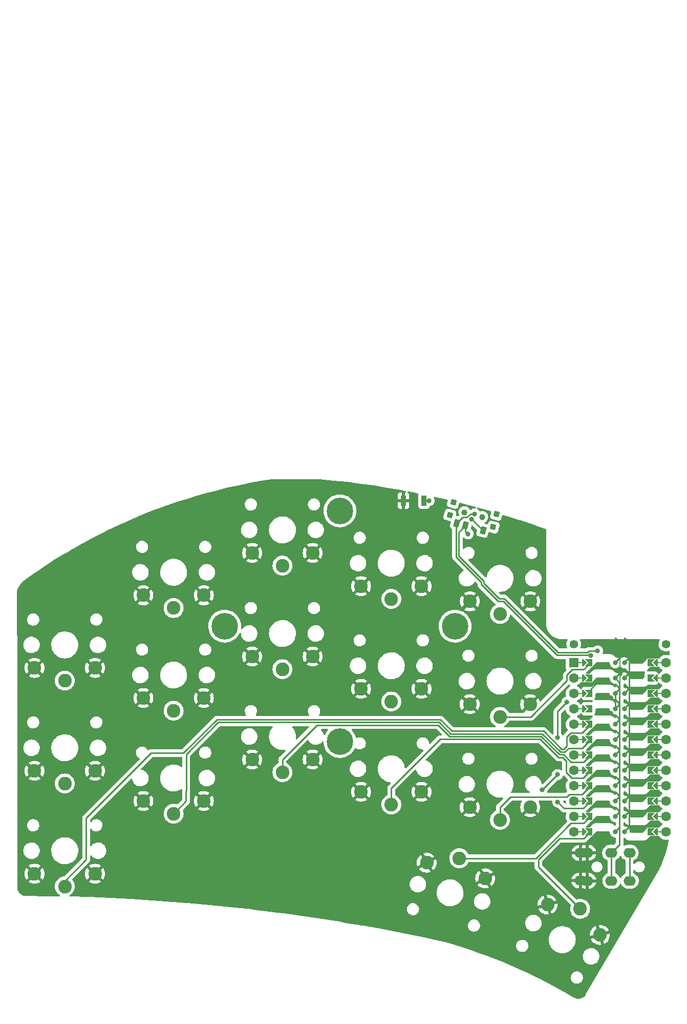
<source format=gtl>
%TF.GenerationSoftware,KiCad,Pcbnew,(6.0.10-0)*%
%TF.CreationDate,2023-04-12T09:39:01-04:00*%
%TF.ProjectId,half-swept,68616c66-2d73-4776-9570-742e6b696361,rev?*%
%TF.SameCoordinates,Original*%
%TF.FileFunction,Copper,L1,Top*%
%TF.FilePolarity,Positive*%
%FSLAX46Y46*%
G04 Gerber Fmt 4.6, Leading zero omitted, Abs format (unit mm)*
G04 Created by KiCad (PCBNEW (6.0.10-0)) date 2023-04-12 09:39:01*
%MOMM*%
%LPD*%
G01*
G04 APERTURE LIST*
G04 Aperture macros list*
%AMRotRect*
0 Rectangle, with rotation*
0 The origin of the aperture is its center*
0 $1 length*
0 $2 width*
0 $3 Rotation angle, in degrees counterclockwise*
0 Add horizontal line*
21,1,$1,$2,0,0,$3*%
%AMFreePoly0*
4,1,5,0.125000,-0.500000,-0.125000,-0.500000,-0.125000,0.500000,0.125000,0.500000,0.125000,-0.500000,0.125000,-0.500000,$1*%
%AMFreePoly1*
4,1,6,0.600000,0.200000,0.000000,-0.400000,-0.600000,0.200000,-0.600000,0.400000,0.600000,0.400000,0.600000,0.200000,0.600000,0.200000,$1*%
%AMFreePoly2*
4,1,6,0.600000,-0.250000,-0.600000,-0.250000,-0.600000,1.000000,0.000000,0.400000,0.600000,1.000000,0.600000,-0.250000,0.600000,-0.250000,$1*%
%AMFreePoly3*
4,1,49,0.088388,4.152388,0.850389,3.390388,0.863708,3.372551,0.867189,3.369530,0.867982,3.366827,0.871852,3.361644,0.878333,3.331543,0.887000,3.302000,0.887000,0.762000,0.883805,0.739969,0.884131,0.735371,0.882780,0.732898,0.881852,0.726498,0.865154,0.700638,0.850389,0.673612,0.088388,-0.088388,0.064607,-0.106146,0.062500,-0.108253,0.061385,-0.108552,0.059644,-0.109852,
0.043810,-0.113261,0.000000,-0.125000,-0.004774,-0.123721,-0.009154,-0.124664,-0.028953,-0.117242,-0.062500,-0.108253,-0.068237,-0.102516,-0.075052,-0.099961,-0.087614,-0.083139,-0.108253,-0.062500,-0.111178,-0.051584,-0.117161,-0.043572,-0.118539,-0.024114,-0.125000,0.000000,-0.121239,0.014035,-0.122131,0.026629,-0.113759,0.041953,-0.108253,0.062500,-0.095642,0.075111,-0.088388,0.088388,
0.637000,0.813777,0.637000,3.250223,-0.088388,3.975612,-0.109852,4.004356,-0.124664,4.073154,-0.099961,4.139052,-0.043572,4.181161,0.026629,4.186131,0.088388,4.152388,0.088388,4.152388,$1*%
%AMFreePoly4*
4,1,49,0.088388,4.152388,0.854389,3.386388,0.867708,3.368551,0.871189,3.365530,0.871982,3.362827,0.875852,3.357644,0.882333,3.327543,0.891000,3.298000,0.891000,0.766000,0.887805,0.743969,0.888131,0.739371,0.886780,0.736898,0.885852,0.730498,0.869154,0.704638,0.854389,0.677612,0.088388,-0.088388,0.064607,-0.106146,0.062500,-0.108253,0.061385,-0.108552,0.059644,-0.109852,
0.043810,-0.113261,0.000000,-0.125000,-0.004774,-0.123721,-0.009154,-0.124664,-0.028953,-0.117242,-0.062500,-0.108253,-0.068237,-0.102516,-0.075052,-0.099961,-0.087614,-0.083139,-0.108253,-0.062500,-0.111178,-0.051584,-0.117161,-0.043572,-0.118539,-0.024114,-0.125000,0.000000,-0.121239,0.014035,-0.122131,0.026629,-0.113759,0.041953,-0.108253,0.062500,-0.095642,0.075111,-0.088388,0.088388,
0.641000,0.817777,0.641000,3.246223,-0.088388,3.975612,-0.109852,4.004356,-0.124664,4.073154,-0.099961,4.139052,-0.043572,4.181161,0.026629,4.186131,0.088388,4.152388,0.088388,4.152388,$1*%
G04 Aperture macros list end*
%TA.AperFunction,ComponentPad*%
%ADD10C,1.397000*%
%TD*%
%TA.AperFunction,ComponentPad*%
%ADD11O,2.000000X1.600000*%
%TD*%
%TA.AperFunction,ComponentPad*%
%ADD12C,2.262000*%
%TD*%
%TA.AperFunction,SMDPad,CuDef*%
%ADD13FreePoly0,270.000000*%
%TD*%
%TA.AperFunction,ComponentPad*%
%ADD14C,1.600000*%
%TD*%
%TA.AperFunction,SMDPad,CuDef*%
%ADD15FreePoly1,270.000000*%
%TD*%
%TA.AperFunction,SMDPad,CuDef*%
%ADD16FreePoly0,90.000000*%
%TD*%
%TA.AperFunction,SMDPad,CuDef*%
%ADD17FreePoly1,90.000000*%
%TD*%
%TA.AperFunction,ComponentPad*%
%ADD18R,1.600000X1.600000*%
%TD*%
%TA.AperFunction,ComponentPad*%
%ADD19C,0.800000*%
%TD*%
%TA.AperFunction,SMDPad,CuDef*%
%ADD20FreePoly2,90.000000*%
%TD*%
%TA.AperFunction,SMDPad,CuDef*%
%ADD21FreePoly3,90.000000*%
%TD*%
%TA.AperFunction,SMDPad,CuDef*%
%ADD22FreePoly4,270.000000*%
%TD*%
%TA.AperFunction,SMDPad,CuDef*%
%ADD23FreePoly2,270.000000*%
%TD*%
%TA.AperFunction,ComponentPad*%
%ADD24C,4.400000*%
%TD*%
%TA.AperFunction,WasherPad*%
%ADD25C,1.000000*%
%TD*%
%TA.AperFunction,SMDPad,CuDef*%
%ADD26RotRect,0.900000X0.900000X344.500000*%
%TD*%
%TA.AperFunction,SMDPad,CuDef*%
%ADD27RotRect,0.900000X1.250000X344.500000*%
%TD*%
%TA.AperFunction,SMDPad,CuDef*%
%ADD28R,0.900000X1.700000*%
%TD*%
%TA.AperFunction,ViaPad*%
%ADD29C,0.800000*%
%TD*%
%TA.AperFunction,Conductor*%
%ADD30C,0.250000*%
%TD*%
G04 APERTURE END LIST*
D10*
X126492000Y-45974000D03*
X111252000Y-45974000D03*
D11*
X117478000Y-80420000D03*
X117498000Y-85050000D03*
X120498000Y-85050000D03*
X120478000Y-80420000D03*
X112398000Y-80450000D03*
X112378000Y-85020000D03*
X113478000Y-80420000D03*
X113498000Y-85050000D03*
D12*
X27080000Y-51980000D03*
X32080000Y-49880000D03*
X22080000Y-49880000D03*
X45080000Y-39980000D03*
X40080000Y-37880000D03*
X50080000Y-37880000D03*
X63080000Y-32980000D03*
X58080000Y-30880000D03*
X68080000Y-30880000D03*
X81080000Y-38480000D03*
X76080000Y-36380000D03*
X86080000Y-36380000D03*
X99080000Y-40980000D03*
X104080000Y-38880000D03*
X94080000Y-38880000D03*
X27080000Y-68980000D03*
X32080000Y-66880000D03*
X22080000Y-66880000D03*
X45080000Y-56954000D03*
X40080000Y-54854000D03*
X50080000Y-54854000D03*
X63080000Y-50096000D03*
X68080000Y-47996000D03*
X58080000Y-47996000D03*
X81080000Y-55430000D03*
X86080000Y-53330000D03*
X76080000Y-53330000D03*
X99060000Y-57970000D03*
X94060000Y-55870000D03*
X104060000Y-55870000D03*
X27080000Y-85980000D03*
X22080000Y-83880000D03*
X32080000Y-83880000D03*
X45080000Y-73972000D03*
X50080000Y-71872000D03*
X40080000Y-71872000D03*
X63080000Y-67114000D03*
X58080000Y-65014000D03*
X68080000Y-65014000D03*
X81080000Y-72448000D03*
X76080000Y-70348000D03*
X86080000Y-70348000D03*
X99060000Y-74988000D03*
X94060000Y-72888000D03*
X104060000Y-72888000D03*
X112306000Y-89670450D03*
X115586127Y-93989103D03*
X106925873Y-88989103D03*
X92323032Y-81331038D03*
X86949883Y-82065387D03*
X96609142Y-84653577D03*
D13*
X125222000Y-69342000D03*
D14*
X111252000Y-74422000D03*
D15*
X124714000Y-69342000D03*
X124714000Y-54102000D03*
D16*
X112522000Y-74422000D03*
D14*
X126492000Y-64262000D03*
X111252000Y-51562000D03*
D17*
X113030000Y-51562000D03*
D16*
X112522000Y-66802000D03*
D13*
X125222000Y-61722000D03*
D17*
X113030000Y-59182000D03*
D14*
X126492000Y-49022000D03*
D17*
X113030000Y-74422000D03*
D16*
X112522000Y-61722000D03*
D14*
X111252000Y-54102000D03*
X126492000Y-51562000D03*
D15*
X124714000Y-64262000D03*
D14*
X126492000Y-69342000D03*
D18*
X111252000Y-49022000D03*
D13*
X125222000Y-56642000D03*
D17*
X113030000Y-56642000D03*
D13*
X125222000Y-71882000D03*
D14*
X111252000Y-59182000D03*
D13*
X125222000Y-66802000D03*
D17*
X113030000Y-49022000D03*
D14*
X126492000Y-66802000D03*
D13*
X125222000Y-59182000D03*
D14*
X126492000Y-56642000D03*
D13*
X125222000Y-76962000D03*
D14*
X126492000Y-74422000D03*
X111252000Y-61722000D03*
D15*
X124714000Y-74422000D03*
D17*
X113030000Y-54102000D03*
D15*
X124714000Y-59182000D03*
X124714000Y-61722000D03*
X124714000Y-71882000D03*
D17*
X113030000Y-76962000D03*
D16*
X112522000Y-59182000D03*
X112522000Y-76962000D03*
X112522000Y-69342000D03*
D17*
X113030000Y-71882000D03*
D14*
X111252000Y-69342000D03*
X126492000Y-76962000D03*
D13*
X125222000Y-74422000D03*
D17*
X113030000Y-69342000D03*
D16*
X112522000Y-54102000D03*
D14*
X111252000Y-66802000D03*
D16*
X112522000Y-56642000D03*
D13*
X125222000Y-54102000D03*
D15*
X124714000Y-51562000D03*
D17*
X113030000Y-64262000D03*
D14*
X111252000Y-56642000D03*
D16*
X112522000Y-64262000D03*
X112522000Y-49022000D03*
D14*
X126492000Y-61722000D03*
X126492000Y-54102000D03*
D13*
X125222000Y-51562000D03*
D15*
X124714000Y-49022000D03*
D14*
X126492000Y-71882000D03*
X126492000Y-59182000D03*
D17*
X113030000Y-61722000D03*
D14*
X111252000Y-64262000D03*
D13*
X125222000Y-49022000D03*
D14*
X111252000Y-76962000D03*
D16*
X112522000Y-51562000D03*
D17*
X113030000Y-66802000D03*
D15*
X124714000Y-76962000D03*
X124714000Y-66802000D03*
D13*
X125222000Y-64262000D03*
D14*
X111252000Y-71882000D03*
D15*
X124714000Y-56642000D03*
D14*
X111252000Y-49022000D03*
D16*
X112522000Y-71882000D03*
D19*
X118110000Y-49022000D03*
D20*
X114046000Y-49022000D03*
D21*
X118110000Y-49022000D03*
X118110000Y-51562000D03*
D20*
X114046000Y-51562000D03*
D19*
X118110000Y-51562000D03*
X118110000Y-54102000D03*
D20*
X114046000Y-54102000D03*
D21*
X118110000Y-54102000D03*
X118110000Y-56642000D03*
D19*
X118110000Y-56642000D03*
D20*
X114046000Y-56642000D03*
D19*
X118110000Y-59182000D03*
D21*
X118110000Y-59182000D03*
D20*
X114046000Y-59182000D03*
D21*
X118110000Y-61722000D03*
D19*
X118110000Y-61722000D03*
D20*
X114046000Y-61722000D03*
X114046000Y-64262000D03*
D21*
X118110000Y-64262000D03*
D19*
X118110000Y-64262000D03*
D21*
X118110000Y-66802000D03*
D20*
X114046000Y-66802000D03*
D19*
X118110000Y-66802000D03*
X118110000Y-69342000D03*
D21*
X118110000Y-69342000D03*
D20*
X114046000Y-69342000D03*
X114046000Y-71882000D03*
D21*
X118110000Y-71882000D03*
D19*
X118110000Y-71882000D03*
D20*
X114046000Y-74422000D03*
D19*
X118110000Y-74422000D03*
D21*
X118110000Y-74422000D03*
D20*
X114046000Y-76962000D03*
D19*
X118110000Y-76962000D03*
D21*
X118110000Y-76962000D03*
D22*
X119634000Y-76962000D03*
D19*
X119634000Y-76962000D03*
D23*
X123698000Y-76962000D03*
X123698000Y-74422000D03*
D22*
X119634000Y-74422000D03*
D19*
X119634000Y-74422000D03*
D22*
X119634000Y-71882000D03*
D23*
X123698000Y-71882000D03*
D19*
X119634000Y-71882000D03*
D22*
X119634000Y-69342000D03*
D19*
X119634000Y-69342000D03*
D23*
X123698000Y-69342000D03*
D19*
X119634000Y-66802000D03*
D22*
X119634000Y-66802000D03*
D23*
X123698000Y-66802000D03*
X123698000Y-64262000D03*
D22*
X119634000Y-64262000D03*
D19*
X119634000Y-64262000D03*
D23*
X123698000Y-61722000D03*
D19*
X119634000Y-61722000D03*
D22*
X119634000Y-61722000D03*
D23*
X123698000Y-59182000D03*
D19*
X119634000Y-59182000D03*
D22*
X119634000Y-59182000D03*
X119634000Y-56642000D03*
D23*
X123698000Y-56642000D03*
D19*
X119634000Y-56642000D03*
D23*
X123698000Y-54102000D03*
D22*
X119634000Y-54102000D03*
D19*
X119634000Y-54102000D03*
X119634000Y-51562000D03*
D22*
X119634000Y-51562000D03*
D23*
X123698000Y-51562000D03*
D22*
X119634000Y-49022000D03*
D23*
X123698000Y-49022000D03*
D19*
X119634000Y-49022000D03*
D24*
X72580000Y-23930000D03*
X72580000Y-62030000D03*
X91630000Y-42980000D03*
X53530000Y-42980000D03*
D25*
X93194954Y-24169715D03*
X96085846Y-24971431D03*
D26*
X98499795Y-24499361D03*
X90781005Y-24641785D03*
X97911870Y-26619348D03*
X91368930Y-22521798D03*
D27*
X96254049Y-27171393D03*
X93363158Y-26369676D03*
X91917712Y-25968820D03*
D28*
X83085200Y-22250400D03*
X86485200Y-22250400D03*
D29*
X115163600Y-52273200D03*
X109372400Y-45669200D03*
X89357200Y-22453600D03*
X106019600Y-70002400D03*
X110134400Y-55524400D03*
X108559600Y-67513200D03*
X108559600Y-61417200D03*
X87325200Y-22250400D03*
X108610400Y-72034400D03*
X94894400Y-24434800D03*
X114046000Y-47853600D03*
X115214400Y-47072415D03*
X93776800Y-27736800D03*
X94335600Y-25298400D03*
D30*
X114046000Y-53390800D02*
X115163600Y-52273200D01*
X118110000Y-56642000D02*
X118110000Y-54102000D01*
X114046000Y-54102000D02*
X114046000Y-53390800D01*
X120498000Y-85050000D02*
X120498000Y-80440000D01*
X108559600Y-57099200D02*
X108559600Y-61417200D01*
X106019600Y-70002400D02*
X106070400Y-70002400D01*
X106070400Y-70002400D02*
X108559600Y-67513200D01*
X120498000Y-80440000D02*
X120478000Y-80420000D01*
X110134400Y-55524400D02*
X108559600Y-57099200D01*
X118110000Y-51562000D02*
X118834511Y-52286511D01*
X118834511Y-52286511D02*
X118834511Y-79063489D01*
X117498000Y-80440000D02*
X117478000Y-80420000D01*
X118834511Y-79063489D02*
X117478000Y-80420000D01*
X117498000Y-85050000D02*
X117498000Y-80440000D01*
X87325200Y-22250400D02*
X86485200Y-22250400D01*
X108610400Y-72034400D02*
X109677200Y-73101200D01*
X112826800Y-73101200D02*
X114046000Y-71882000D01*
X109677200Y-73101200D02*
X112826800Y-73101200D01*
X112921489Y-50146511D02*
X114046000Y-49022000D01*
X110127489Y-51060911D02*
X111041889Y-50146511D01*
X104132800Y-57970000D02*
X110127489Y-51975311D01*
X111041889Y-50146511D02*
X112921489Y-50146511D01*
X110127489Y-51975311D02*
X110127489Y-51060911D01*
X99060000Y-57970000D02*
X104132800Y-57970000D01*
X106257265Y-60306511D02*
X109255234Y-63304480D01*
X30632400Y-74676000D02*
X41360819Y-63947581D01*
X112630511Y-60597489D02*
X114046000Y-59182000D01*
X27080000Y-85086400D02*
X30632400Y-81534000D01*
X41360819Y-63947581D02*
X46719501Y-63947581D01*
X110083600Y-61300100D02*
X110786211Y-60597489D01*
X91088481Y-60306511D02*
X106257265Y-60306511D01*
X109255234Y-63304480D02*
X109592602Y-63304480D01*
X109592602Y-63304480D02*
X110083600Y-62813482D01*
X46719501Y-63947581D02*
X52247082Y-58420000D01*
X30632400Y-81534000D02*
X30632400Y-74676000D01*
X110786211Y-60597489D02*
X112630511Y-60597489D01*
X52247082Y-58420000D02*
X89201970Y-58420000D01*
X27080000Y-85980000D02*
X27080000Y-85086400D01*
X89201970Y-58420000D02*
X91088481Y-60306511D01*
X110083600Y-62813482D02*
X110083600Y-61300100D01*
X112630511Y-63137489D02*
X114046000Y-61722000D01*
X47142400Y-71909600D02*
X47142400Y-70161021D01*
X52433280Y-58869520D02*
X89015773Y-58869520D01*
X47169021Y-70161021D02*
X47169021Y-64133779D01*
X109778800Y-63754000D02*
X110395311Y-63137489D01*
X47142400Y-70161021D02*
X47169021Y-70161021D01*
X110395311Y-63137489D02*
X112630511Y-63137489D01*
X47169021Y-64133779D02*
X52433280Y-58869520D01*
X90902284Y-60756031D02*
X106071067Y-60756031D01*
X45080000Y-73972000D02*
X47142400Y-71909600D01*
X106071067Y-60756031D02*
X109069036Y-63754000D01*
X89015773Y-58869520D02*
X90902284Y-60756031D01*
X109069036Y-63754000D02*
X109778800Y-63754000D01*
X63080000Y-64980992D02*
X68741952Y-59319040D01*
X90716086Y-61205551D02*
X105884869Y-61205551D01*
X112877600Y-65430400D02*
X114046000Y-64262000D01*
X63080000Y-67114000D02*
X63080000Y-64980992D01*
X110794800Y-65430400D02*
X112877600Y-65430400D01*
X88829575Y-59319040D02*
X90716086Y-61205551D01*
X108882839Y-64203520D02*
X109567920Y-64203520D01*
X109567920Y-64203520D02*
X110794800Y-65430400D01*
X68741952Y-59319040D02*
X88829575Y-59319040D01*
X105884869Y-61205551D02*
X108882839Y-64203520D01*
X89170129Y-61655071D02*
X105698671Y-61655071D01*
X109381722Y-64653040D02*
X109982000Y-65253318D01*
X109982000Y-67122300D02*
X110931700Y-68072000D01*
X108696642Y-64653040D02*
X109381722Y-64653040D01*
X81080000Y-69745200D02*
X89170129Y-61655071D01*
X109982000Y-65253318D02*
X109982000Y-67122300D01*
X105698671Y-61655071D02*
X108696642Y-64653040D01*
X81080000Y-72448000D02*
X81080000Y-69745200D01*
X112776000Y-68072000D02*
X114046000Y-66802000D01*
X110931700Y-68072000D02*
X112776000Y-68072000D01*
X110126650Y-71170800D02*
X110539961Y-70757489D01*
X99060000Y-74988000D02*
X99060000Y-72854992D01*
X100744192Y-71170800D02*
X110126650Y-71170800D01*
X112630511Y-70757489D02*
X114046000Y-69342000D01*
X99060000Y-72854992D02*
X100744192Y-71170800D01*
X110539961Y-70757489D02*
X112630511Y-70757489D01*
X110786211Y-75546511D02*
X112921489Y-75546511D01*
X112921489Y-75546511D02*
X114046000Y-74422000D01*
X105001684Y-81331038D02*
X110786211Y-75546511D01*
X92323032Y-81331038D02*
X105001684Y-81331038D01*
X108881929Y-78086511D02*
X112921489Y-78086511D01*
X105410000Y-82774450D02*
X105410000Y-81558440D01*
X105410000Y-81558440D02*
X108881929Y-78086511D01*
X112921489Y-78086511D02*
X114046000Y-76962000D01*
X112306000Y-89670450D02*
X105410000Y-82774450D01*
X108458000Y-47752000D02*
X99568000Y-38862000D01*
X114046000Y-47853600D02*
X113944400Y-47752000D01*
X99568000Y-38862000D02*
X98755200Y-38862000D01*
X92888235Y-24998297D02*
X93611089Y-24998297D01*
X113944400Y-47752000D02*
X108458000Y-47752000D01*
X95968880Y-36075680D02*
X95968880Y-35735872D01*
X93611089Y-24998297D02*
X94174586Y-24434800D01*
X91803280Y-26083252D02*
X91917712Y-25968820D01*
X91803280Y-31570272D02*
X91803280Y-26083252D01*
X95968880Y-35735872D02*
X91803280Y-31570272D01*
X98755200Y-38862000D02*
X95968880Y-36075680D01*
X94174586Y-24434800D02*
X94894400Y-24434800D01*
X91917712Y-25968820D02*
X92888235Y-24998297D01*
X98941398Y-38412480D02*
X96418400Y-35889482D01*
X96418400Y-35549674D02*
X92252800Y-31384074D01*
X115214400Y-47072415D02*
X113802571Y-47072415D01*
X113572506Y-47302480D02*
X108644198Y-47302480D01*
X99754198Y-38412480D02*
X98941398Y-38412480D01*
X92252800Y-27480034D02*
X93363158Y-26369676D01*
X93363158Y-27323158D02*
X93776800Y-27736800D01*
X92252800Y-31384074D02*
X92252800Y-27480034D01*
X108644198Y-47302480D02*
X99754198Y-38412480D01*
X113802571Y-47072415D02*
X113572506Y-47302480D01*
X93363158Y-26369676D02*
X93363158Y-27323158D01*
X96418400Y-35889482D02*
X96418400Y-35549674D01*
X94381056Y-25298400D02*
X96254049Y-27171393D01*
X94335600Y-25298400D02*
X94381056Y-25298400D01*
%TA.AperFunction,Conductor*%
G36*
X61412757Y-59523022D02*
G01*
X61459250Y-59576678D01*
X61469354Y-59646952D01*
X61440304Y-59711017D01*
X61400812Y-59757094D01*
X61303586Y-59870529D01*
X61295991Y-59879390D01*
X61293717Y-59882892D01*
X61293713Y-59882897D01*
X61141480Y-60117315D01*
X61135151Y-60127061D01*
X61133357Y-60130839D01*
X61133356Y-60130841D01*
X61106121Y-60188198D01*
X61008481Y-60393828D01*
X61007202Y-60397811D01*
X61007201Y-60397814D01*
X60919485Y-60671017D01*
X60918205Y-60675004D01*
X60913573Y-60700746D01*
X60870593Y-60939625D01*
X60865910Y-60965650D01*
X60865721Y-60969817D01*
X60865720Y-60969824D01*
X60853310Y-61243126D01*
X60852514Y-61260659D01*
X60852877Y-61264807D01*
X60852877Y-61264811D01*
X60863967Y-61391572D01*
X60878252Y-61554849D01*
X60879162Y-61558921D01*
X60879163Y-61558926D01*
X60939592Y-61829269D01*
X60942672Y-61843050D01*
X60944115Y-61846973D01*
X60944116Y-61846975D01*
X60970324Y-61918206D01*
X61044644Y-62120199D01*
X61046591Y-62123892D01*
X61046592Y-62123894D01*
X61086729Y-62200020D01*
X61182374Y-62381427D01*
X61205848Y-62414458D01*
X61351019Y-62618735D01*
X61351024Y-62618741D01*
X61353443Y-62622145D01*
X61356287Y-62625195D01*
X61356292Y-62625201D01*
X61485258Y-62763500D01*
X61554846Y-62838124D01*
X61783045Y-63025568D01*
X62034029Y-63181185D01*
X62303390Y-63302241D01*
X62440265Y-63343045D01*
X62581367Y-63385109D01*
X62586395Y-63386608D01*
X62590515Y-63387261D01*
X62590517Y-63387261D01*
X62874592Y-63432255D01*
X62874598Y-63432256D01*
X62878073Y-63432806D01*
X62902632Y-63433921D01*
X62969017Y-63436936D01*
X62969038Y-63436936D01*
X62970437Y-63437000D01*
X63154901Y-63437000D01*
X63374664Y-63422403D01*
X63426535Y-63411944D01*
X63497265Y-63418087D01*
X63553446Y-63461494D01*
X63577240Y-63528385D01*
X63561094Y-63597521D01*
X63540534Y-63624553D01*
X62687747Y-64477340D01*
X62679461Y-64484880D01*
X62672982Y-64488992D01*
X62667557Y-64494769D01*
X62626357Y-64538643D01*
X62623602Y-64541485D01*
X62603865Y-64561222D01*
X62601385Y-64564419D01*
X62593682Y-64573439D01*
X62563414Y-64605671D01*
X62559595Y-64612617D01*
X62559593Y-64612620D01*
X62553652Y-64623426D01*
X62542801Y-64639945D01*
X62530386Y-64655951D01*
X62527241Y-64663220D01*
X62527238Y-64663224D01*
X62512826Y-64696529D01*
X62507609Y-64707179D01*
X62486305Y-64745932D01*
X62484334Y-64753607D01*
X62484334Y-64753608D01*
X62481267Y-64765554D01*
X62474863Y-64784258D01*
X62466819Y-64802847D01*
X62465580Y-64810670D01*
X62465577Y-64810680D01*
X62459901Y-64846516D01*
X62457495Y-64858136D01*
X62453050Y-64875450D01*
X62446500Y-64900962D01*
X62446500Y-64921216D01*
X62444949Y-64940926D01*
X62441780Y-64960935D01*
X62442526Y-64968827D01*
X62445941Y-65004953D01*
X62446500Y-65016811D01*
X62446500Y-65517631D01*
X62426498Y-65585752D01*
X62368718Y-65634040D01*
X62337955Y-65646782D01*
X62337951Y-65646784D01*
X62333381Y-65648677D01*
X62329161Y-65651263D01*
X62316209Y-65659200D01*
X62113346Y-65783515D01*
X61917113Y-65951113D01*
X61749515Y-66147346D01*
X61614677Y-66367381D01*
X61612784Y-66371951D01*
X61612782Y-66371955D01*
X61522263Y-66590489D01*
X61515921Y-66605800D01*
X61506008Y-66647091D01*
X61456832Y-66851920D01*
X61456831Y-66851926D01*
X61455677Y-66856733D01*
X61435430Y-67114000D01*
X61455677Y-67371267D01*
X61456831Y-67376074D01*
X61456832Y-67376080D01*
X61487802Y-67505076D01*
X61515921Y-67622200D01*
X61517814Y-67626771D01*
X61517815Y-67626773D01*
X61611169Y-67852149D01*
X61614677Y-67860619D01*
X61749515Y-68080654D01*
X61917113Y-68276887D01*
X62113346Y-68444485D01*
X62333381Y-68579323D01*
X62337951Y-68581216D01*
X62337955Y-68581218D01*
X62567227Y-68676185D01*
X62571800Y-68678079D01*
X62631743Y-68692470D01*
X62817920Y-68737168D01*
X62817926Y-68737169D01*
X62822733Y-68738323D01*
X63080000Y-68758570D01*
X63337267Y-68738323D01*
X63342074Y-68737169D01*
X63342080Y-68737168D01*
X63528257Y-68692470D01*
X63588200Y-68678079D01*
X63592773Y-68676185D01*
X63822045Y-68581218D01*
X63822049Y-68581216D01*
X63826619Y-68579323D01*
X64046654Y-68444485D01*
X64242887Y-68276887D01*
X64410485Y-68080654D01*
X64545323Y-67860619D01*
X64548832Y-67852149D01*
X64642185Y-67626773D01*
X64642186Y-67626771D01*
X64644079Y-67622200D01*
X64672198Y-67505076D01*
X64703168Y-67376080D01*
X64703169Y-67376074D01*
X64704323Y-67371267D01*
X64724570Y-67114000D01*
X64704323Y-66856733D01*
X64703169Y-66851926D01*
X64703168Y-66851920D01*
X64653992Y-66647091D01*
X64644079Y-66605800D01*
X64637737Y-66590489D01*
X64547218Y-66371955D01*
X64547216Y-66371951D01*
X64545323Y-66367381D01*
X64530216Y-66342728D01*
X67116628Y-66342728D01*
X67120521Y-66348295D01*
X67329389Y-66476289D01*
X67338184Y-66480770D01*
X67567382Y-66575708D01*
X67576767Y-66578757D01*
X67817998Y-66636672D01*
X67827745Y-66638215D01*
X68075070Y-66657680D01*
X68084930Y-66657680D01*
X68332255Y-66638215D01*
X68342002Y-66636672D01*
X68583233Y-66578757D01*
X68592618Y-66575708D01*
X68814665Y-66483732D01*
X74217200Y-66483732D01*
X74217400Y-66489062D01*
X74217400Y-66489063D01*
X74221364Y-66594659D01*
X74225854Y-66714268D01*
X74273228Y-66940050D01*
X74275186Y-66945009D01*
X74275187Y-66945011D01*
X74293716Y-66991928D01*
X74357967Y-67154622D01*
X74426858Y-67268151D01*
X74456497Y-67316994D01*
X74477647Y-67351849D01*
X74481144Y-67355879D01*
X74621186Y-67517263D01*
X74628847Y-67526092D01*
X74642300Y-67537123D01*
X74803115Y-67668984D01*
X74803121Y-67668988D01*
X74807243Y-67672368D01*
X75007735Y-67786494D01*
X75012751Y-67788315D01*
X75012756Y-67788317D01*
X75219575Y-67863389D01*
X75219579Y-67863390D01*
X75224590Y-67865209D01*
X75229839Y-67866158D01*
X75229842Y-67866159D01*
X75447523Y-67905522D01*
X75447530Y-67905523D01*
X75451607Y-67906260D01*
X75469344Y-67907096D01*
X75474292Y-67907330D01*
X75474299Y-67907330D01*
X75475780Y-67907400D01*
X75637925Y-67907400D01*
X75719079Y-67900514D01*
X75804562Y-67893261D01*
X75804566Y-67893260D01*
X75809873Y-67892810D01*
X75815028Y-67891472D01*
X75815034Y-67891471D01*
X76028003Y-67836195D01*
X76028007Y-67836194D01*
X76033172Y-67834853D01*
X76038038Y-67832661D01*
X76038041Y-67832660D01*
X76238649Y-67742293D01*
X76243515Y-67740101D01*
X76247935Y-67737125D01*
X76247939Y-67737123D01*
X76381904Y-67646931D01*
X76434885Y-67611262D01*
X76601812Y-67452022D01*
X76688792Y-67335117D01*
X76736337Y-67271214D01*
X76736339Y-67271211D01*
X76739521Y-67266934D01*
X76790665Y-67166341D01*
X76841658Y-67066046D01*
X76841658Y-67066045D01*
X76844077Y-67061288D01*
X76881947Y-66939328D01*
X76910905Y-66846070D01*
X76910906Y-66846064D01*
X76912489Y-66840967D01*
X76928590Y-66719486D01*
X76942100Y-66617553D01*
X76942100Y-66617548D01*
X76942800Y-66612268D01*
X76942568Y-66606072D01*
X76936709Y-66450012D01*
X76934146Y-66381732D01*
X76886772Y-66155950D01*
X76802033Y-65941378D01*
X76697285Y-65768758D01*
X76685122Y-65748714D01*
X76685121Y-65748713D01*
X76682353Y-65744151D01*
X76654775Y-65712370D01*
X76534653Y-65573941D01*
X76534651Y-65573939D01*
X76531153Y-65569908D01*
X76467397Y-65517631D01*
X76356885Y-65427016D01*
X76356879Y-65427012D01*
X76352757Y-65423632D01*
X76152265Y-65309506D01*
X76147249Y-65307685D01*
X76147244Y-65307683D01*
X75940425Y-65232611D01*
X75940421Y-65232610D01*
X75935410Y-65230791D01*
X75930161Y-65229842D01*
X75930158Y-65229841D01*
X75712477Y-65190478D01*
X75712470Y-65190477D01*
X75708393Y-65189740D01*
X75690656Y-65188904D01*
X75685708Y-65188670D01*
X75685701Y-65188670D01*
X75684220Y-65188600D01*
X75522075Y-65188600D01*
X75455119Y-65194281D01*
X75355438Y-65202739D01*
X75355434Y-65202740D01*
X75350127Y-65203190D01*
X75344972Y-65204528D01*
X75344966Y-65204529D01*
X75131997Y-65259805D01*
X75131993Y-65259806D01*
X75126828Y-65261147D01*
X75121962Y-65263339D01*
X75121959Y-65263340D01*
X74961261Y-65335729D01*
X74916485Y-65355899D01*
X74912065Y-65358875D01*
X74912061Y-65358877D01*
X74841371Y-65406469D01*
X74725115Y-65484738D01*
X74558188Y-65643978D01*
X74540555Y-65667678D01*
X74427342Y-65819842D01*
X74420479Y-65829066D01*
X74418064Y-65833816D01*
X74347056Y-65973479D01*
X74315923Y-66034712D01*
X74286942Y-66128045D01*
X74249095Y-66249930D01*
X74249094Y-66249936D01*
X74247511Y-66255033D01*
X74237683Y-66329189D01*
X74220998Y-66455077D01*
X74217200Y-66483732D01*
X68814665Y-66483732D01*
X68821816Y-66480770D01*
X68830611Y-66476289D01*
X69037997Y-66349203D01*
X69043446Y-66340852D01*
X69037442Y-66330652D01*
X68092812Y-65386022D01*
X68078868Y-65378408D01*
X68077035Y-65378539D01*
X68070420Y-65382790D01*
X67124021Y-66329189D01*
X67116628Y-66342728D01*
X64530216Y-66342728D01*
X64410485Y-66147346D01*
X64242887Y-65951113D01*
X64046654Y-65783515D01*
X63843791Y-65659200D01*
X63830839Y-65651263D01*
X63826619Y-65648677D01*
X63822049Y-65646784D01*
X63822045Y-65646782D01*
X63791282Y-65634040D01*
X63736001Y-65589492D01*
X63713500Y-65517631D01*
X63713500Y-65295586D01*
X63733502Y-65227465D01*
X63750405Y-65206491D01*
X63937966Y-65018930D01*
X66436320Y-65018930D01*
X66455785Y-65266255D01*
X66457328Y-65276002D01*
X66515243Y-65517233D01*
X66518292Y-65526618D01*
X66613230Y-65755816D01*
X66617711Y-65764611D01*
X66744797Y-65971997D01*
X66753148Y-65977446D01*
X66763348Y-65971442D01*
X67707978Y-65026812D01*
X67714356Y-65015132D01*
X68444408Y-65015132D01*
X68444539Y-65016965D01*
X68448790Y-65023580D01*
X69395189Y-65969979D01*
X69408728Y-65977372D01*
X69414295Y-65973479D01*
X69542289Y-65764611D01*
X69546770Y-65755816D01*
X69641708Y-65526618D01*
X69644757Y-65517233D01*
X69702672Y-65276002D01*
X69704215Y-65266255D01*
X69723680Y-65018930D01*
X69723680Y-65009070D01*
X69704215Y-64761745D01*
X69702672Y-64751998D01*
X69644757Y-64510767D01*
X69641708Y-64501382D01*
X69546770Y-64272184D01*
X69542289Y-64263389D01*
X69415203Y-64056003D01*
X69406852Y-64050554D01*
X69396652Y-64056558D01*
X68452022Y-65001188D01*
X68444408Y-65015132D01*
X67714356Y-65015132D01*
X67715592Y-65012868D01*
X67715461Y-65011035D01*
X67711210Y-65004420D01*
X66764811Y-64058021D01*
X66751272Y-64050628D01*
X66745705Y-64054521D01*
X66617711Y-64263389D01*
X66613230Y-64272184D01*
X66518292Y-64501382D01*
X66515243Y-64510767D01*
X66457328Y-64751998D01*
X66455785Y-64761745D01*
X66436320Y-65009070D01*
X66436320Y-65018930D01*
X63937966Y-65018930D01*
X65269748Y-63687148D01*
X67116554Y-63687148D01*
X67122558Y-63697348D01*
X68067188Y-64641978D01*
X68081132Y-64649592D01*
X68082965Y-64649461D01*
X68089580Y-64645210D01*
X69035979Y-63698811D01*
X69043372Y-63685272D01*
X69039479Y-63679705D01*
X68830611Y-63551711D01*
X68821816Y-63547230D01*
X68592618Y-63452292D01*
X68583233Y-63449243D01*
X68342002Y-63391328D01*
X68332255Y-63389785D01*
X68084930Y-63370320D01*
X68075070Y-63370320D01*
X67827745Y-63389785D01*
X67817998Y-63391328D01*
X67576767Y-63449243D01*
X67567382Y-63452292D01*
X67338184Y-63547230D01*
X67329389Y-63551711D01*
X67122003Y-63678797D01*
X67116554Y-63687148D01*
X65269748Y-63687148D01*
X67160772Y-61796124D01*
X67223084Y-61762098D01*
X67293899Y-61767163D01*
X67350735Y-61809710D01*
X67357590Y-61820851D01*
X67357967Y-61820622D01*
X67372244Y-61844149D01*
X67477647Y-62017849D01*
X67481144Y-62021879D01*
X67624827Y-62187459D01*
X67628847Y-62192092D01*
X67637740Y-62199384D01*
X67803115Y-62334984D01*
X67803121Y-62334988D01*
X67807243Y-62338368D01*
X68007735Y-62452494D01*
X68012751Y-62454315D01*
X68012756Y-62454317D01*
X68219575Y-62529389D01*
X68219579Y-62529390D01*
X68224590Y-62531209D01*
X68229839Y-62532158D01*
X68229842Y-62532159D01*
X68447523Y-62571522D01*
X68447530Y-62571523D01*
X68451607Y-62572260D01*
X68469344Y-62573096D01*
X68474292Y-62573330D01*
X68474299Y-62573330D01*
X68475780Y-62573400D01*
X68637925Y-62573400D01*
X68704881Y-62567719D01*
X68804562Y-62559261D01*
X68804566Y-62559260D01*
X68809873Y-62558810D01*
X68815028Y-62557472D01*
X68815034Y-62557471D01*
X69028003Y-62502195D01*
X69028007Y-62502194D01*
X69033172Y-62500853D01*
X69038038Y-62498661D01*
X69038041Y-62498660D01*
X69238649Y-62408293D01*
X69243515Y-62406101D01*
X69247935Y-62403125D01*
X69247939Y-62403123D01*
X69359880Y-62327759D01*
X69434885Y-62277262D01*
X69601812Y-62118022D01*
X69646035Y-62058584D01*
X69702745Y-62015870D01*
X69773546Y-62010597D01*
X69835957Y-62044439D01*
X69870165Y-62106651D01*
X69872968Y-62127531D01*
X69882131Y-62311584D01*
X69882936Y-62327759D01*
X69883577Y-62331490D01*
X69883578Y-62331498D01*
X69936379Y-62638782D01*
X69938241Y-62649619D01*
X69939329Y-62653258D01*
X69939330Y-62653261D01*
X70030466Y-62957995D01*
X70031814Y-62962504D01*
X70033327Y-62965975D01*
X70033329Y-62965981D01*
X70111582Y-63145522D01*
X70162297Y-63261881D01*
X70164220Y-63265152D01*
X70164222Y-63265156D01*
X70222349Y-63364033D01*
X70327802Y-63543414D01*
X70330103Y-63546429D01*
X70523631Y-63800012D01*
X70523636Y-63800017D01*
X70525931Y-63803025D01*
X70587931Y-63866670D01*
X70743494Y-64026359D01*
X70753814Y-64036953D01*
X70857597Y-64120546D01*
X71005196Y-64239431D01*
X71005201Y-64239435D01*
X71008149Y-64241809D01*
X71285253Y-64414627D01*
X71581112Y-64552903D01*
X71630557Y-64569112D01*
X71875660Y-64649461D01*
X71891440Y-64654634D01*
X72211742Y-64718346D01*
X72215514Y-64718633D01*
X72215522Y-64718634D01*
X72533602Y-64742829D01*
X72533607Y-64742829D01*
X72537379Y-64743116D01*
X72863633Y-64728586D01*
X72923425Y-64718634D01*
X73182037Y-64675590D01*
X73182042Y-64675589D01*
X73185778Y-64674967D01*
X73499149Y-64583034D01*
X73502616Y-64581544D01*
X73502620Y-64581543D01*
X73795721Y-64455616D01*
X73795723Y-64455615D01*
X73799205Y-64454119D01*
X74081601Y-64290091D01*
X74342245Y-64093324D01*
X74512926Y-63928787D01*
X74574632Y-63869303D01*
X74574635Y-63869300D01*
X74577363Y-63866670D01*
X74727984Y-63681661D01*
X74781155Y-63616351D01*
X74781158Y-63616347D01*
X74783549Y-63613410D01*
X74788697Y-63605251D01*
X74955788Y-63340428D01*
X74955790Y-63340425D01*
X74957815Y-63337215D01*
X74963993Y-63324176D01*
X74998430Y-63251486D01*
X75034623Y-63175093D01*
X75081863Y-63122096D01*
X75150258Y-63103052D01*
X75220759Y-63125827D01*
X75327968Y-63200895D01*
X75367761Y-63228758D01*
X75498528Y-63285346D01*
X75537571Y-63302241D01*
X75554916Y-63309747D01*
X75589188Y-63316907D01*
X75749788Y-63350459D01*
X75749792Y-63350459D01*
X75754533Y-63351450D01*
X75759370Y-63351703D01*
X75759374Y-63351704D01*
X75759440Y-63351707D01*
X75761212Y-63351800D01*
X75910967Y-63351800D01*
X76022923Y-63340428D01*
X76056534Y-63337014D01*
X76056535Y-63337014D01*
X76062883Y-63336369D01*
X76257478Y-63275386D01*
X76435837Y-63176521D01*
X76590673Y-63043810D01*
X76715661Y-62882676D01*
X76805696Y-62699701D01*
X76807306Y-62693521D01*
X76855490Y-62508541D01*
X76855490Y-62508538D01*
X76857100Y-62502359D01*
X76861706Y-62414458D01*
X76867438Y-62305094D01*
X76867438Y-62305090D01*
X76867772Y-62298712D01*
X76837278Y-62097078D01*
X76806449Y-62013286D01*
X76769067Y-61911684D01*
X76769066Y-61911683D01*
X76766863Y-61905694D01*
X76659402Y-61732378D01*
X76602169Y-61671855D01*
X76523671Y-61588846D01*
X76519286Y-61584209D01*
X76477356Y-61554849D01*
X76357472Y-61470906D01*
X76357471Y-61470905D01*
X76352239Y-61467242D01*
X76165084Y-61386253D01*
X76110918Y-61374937D01*
X75970212Y-61345541D01*
X75970208Y-61345541D01*
X75965467Y-61344550D01*
X75960630Y-61344297D01*
X75960626Y-61344296D01*
X75960560Y-61344293D01*
X75958788Y-61344200D01*
X75809033Y-61344200D01*
X75747562Y-61350444D01*
X75663466Y-61358986D01*
X75663465Y-61358986D01*
X75657117Y-61359631D01*
X75462522Y-61420614D01*
X75412869Y-61448137D01*
X75396888Y-61456995D01*
X75327611Y-61472525D01*
X75260935Y-61448137D01*
X75218029Y-61391572D01*
X75215267Y-61382707D01*
X75215125Y-61382751D01*
X75203255Y-61344523D01*
X75118282Y-61070863D01*
X74984670Y-60772869D01*
X74816226Y-60493084D01*
X74813899Y-60490100D01*
X74813894Y-60490093D01*
X74617726Y-60238558D01*
X74617724Y-60238556D01*
X74615390Y-60235563D01*
X74547585Y-60167402D01*
X74513723Y-60105001D01*
X74518973Y-60034199D01*
X74561668Y-59977474D01*
X74628253Y-59952838D01*
X74636913Y-59952540D01*
X88514981Y-59952540D01*
X88583102Y-59972542D01*
X88604076Y-59989445D01*
X89421107Y-60806476D01*
X89455133Y-60868788D01*
X89450068Y-60939603D01*
X89407521Y-60996439D01*
X89341001Y-61021250D01*
X89332012Y-61021571D01*
X89248896Y-61021571D01*
X89237713Y-61021044D01*
X89230220Y-61019369D01*
X89222294Y-61019618D01*
X89222293Y-61019618D01*
X89162143Y-61021509D01*
X89158184Y-61021571D01*
X89130273Y-61021571D01*
X89126339Y-61022068D01*
X89126338Y-61022068D01*
X89126273Y-61022076D01*
X89114436Y-61023009D01*
X89082619Y-61024009D01*
X89078158Y-61024149D01*
X89070239Y-61024398D01*
X89052583Y-61029527D01*
X89050787Y-61030049D01*
X89031435Y-61034057D01*
X89024364Y-61034951D01*
X89011332Y-61036597D01*
X89003963Y-61039514D01*
X89003961Y-61039515D01*
X88970226Y-61052871D01*
X88958998Y-61056716D01*
X88916536Y-61069053D01*
X88909713Y-61073088D01*
X88909711Y-61073089D01*
X88899101Y-61079364D01*
X88881353Y-61088059D01*
X88862512Y-61095519D01*
X88856096Y-61100181D01*
X88856095Y-61100181D01*
X88826742Y-61121507D01*
X88816822Y-61128023D01*
X88785594Y-61146491D01*
X88785591Y-61146493D01*
X88778767Y-61150529D01*
X88764446Y-61164850D01*
X88749413Y-61177690D01*
X88733022Y-61189599D01*
X88727971Y-61195705D01*
X88704831Y-61223676D01*
X88696841Y-61232455D01*
X87522019Y-62407276D01*
X87459707Y-62441302D01*
X87388891Y-62436237D01*
X87332056Y-62393690D01*
X87307245Y-62327170D01*
X87307097Y-62311584D01*
X87307772Y-62298712D01*
X87277278Y-62097078D01*
X87246449Y-62013286D01*
X87209067Y-61911684D01*
X87209066Y-61911683D01*
X87206863Y-61905694D01*
X87099402Y-61732378D01*
X87042169Y-61671855D01*
X86963671Y-61588846D01*
X86959286Y-61584209D01*
X86917356Y-61554849D01*
X86797472Y-61470906D01*
X86797471Y-61470905D01*
X86792239Y-61467242D01*
X86605084Y-61386253D01*
X86550918Y-61374937D01*
X86410212Y-61345541D01*
X86410208Y-61345541D01*
X86405467Y-61344550D01*
X86400630Y-61344297D01*
X86400626Y-61344296D01*
X86400560Y-61344293D01*
X86398788Y-61344200D01*
X86249033Y-61344200D01*
X86187562Y-61350444D01*
X86103466Y-61358986D01*
X86103465Y-61358986D01*
X86097117Y-61359631D01*
X85902522Y-61420614D01*
X85724163Y-61519479D01*
X85569327Y-61652190D01*
X85444339Y-61813324D01*
X85354304Y-61996299D01*
X85352695Y-62002477D01*
X85352694Y-62002479D01*
X85306385Y-62180263D01*
X85302900Y-62193641D01*
X85299630Y-62256046D01*
X85292697Y-62388346D01*
X85292228Y-62397288D01*
X85322722Y-62598922D01*
X85324928Y-62604917D01*
X85324928Y-62604918D01*
X85341700Y-62650502D01*
X85393137Y-62790306D01*
X85453997Y-62888463D01*
X85494793Y-62954259D01*
X85500598Y-62963622D01*
X85504979Y-62968255D01*
X85504980Y-62968256D01*
X85609973Y-63079283D01*
X85640714Y-63111791D01*
X85645944Y-63115453D01*
X85645945Y-63115454D01*
X85786174Y-63213643D01*
X85807761Y-63228758D01*
X85938528Y-63285346D01*
X85977571Y-63302241D01*
X85994916Y-63309747D01*
X86029188Y-63316907D01*
X86189788Y-63350459D01*
X86189792Y-63350459D01*
X86194533Y-63351450D01*
X86199370Y-63351703D01*
X86199374Y-63351704D01*
X86199440Y-63351707D01*
X86201212Y-63351800D01*
X86273305Y-63351800D01*
X86341426Y-63371802D01*
X86387919Y-63425458D01*
X86398023Y-63495732D01*
X86368529Y-63560312D01*
X86362400Y-63566895D01*
X83508244Y-66421051D01*
X83445932Y-66455077D01*
X83375117Y-66450012D01*
X83318281Y-66407465D01*
X83293628Y-66342938D01*
X83282112Y-66211313D01*
X83281748Y-66207151D01*
X83280597Y-66202000D01*
X83218240Y-65923028D01*
X83218238Y-65923021D01*
X83217328Y-65918950D01*
X83115356Y-65641801D01*
X83094278Y-65601822D01*
X83023167Y-65466949D01*
X82977626Y-65380573D01*
X82933365Y-65318292D01*
X82808981Y-65143265D01*
X82808976Y-65143259D01*
X82806557Y-65139855D01*
X82803713Y-65136805D01*
X82803708Y-65136799D01*
X82608000Y-64926928D01*
X82605154Y-64923876D01*
X82376955Y-64736432D01*
X82125971Y-64580815D01*
X82109564Y-64573441D01*
X82026919Y-64536299D01*
X81856610Y-64459759D01*
X81646561Y-64397141D01*
X81577604Y-64376584D01*
X81577602Y-64376584D01*
X81573605Y-64375392D01*
X81569485Y-64374739D01*
X81569483Y-64374739D01*
X81285408Y-64329745D01*
X81285402Y-64329744D01*
X81281927Y-64329194D01*
X81257368Y-64328079D01*
X81190983Y-64325064D01*
X81190962Y-64325064D01*
X81189563Y-64325000D01*
X81005099Y-64325000D01*
X80785336Y-64339597D01*
X80781237Y-64340423D01*
X80781233Y-64340424D01*
X80650159Y-64366853D01*
X80495849Y-64397967D01*
X80216625Y-64494112D01*
X80212897Y-64495979D01*
X79969254Y-64617986D01*
X79952569Y-64626341D01*
X79708322Y-64792332D01*
X79705208Y-64795116D01*
X79705207Y-64795117D01*
X79644215Y-64849650D01*
X79488173Y-64989168D01*
X79485456Y-64992338D01*
X79485455Y-64992339D01*
X79302778Y-65205472D01*
X79295991Y-65213390D01*
X79293717Y-65216892D01*
X79293713Y-65216897D01*
X79139330Y-65454626D01*
X79135151Y-65461061D01*
X79133357Y-65464839D01*
X79133356Y-65464841D01*
X79115463Y-65502523D01*
X79008481Y-65727828D01*
X79007202Y-65731811D01*
X79007201Y-65731814D01*
X78930265Y-65971442D01*
X78918205Y-66009004D01*
X78912661Y-66039815D01*
X78870149Y-66276092D01*
X78865910Y-66299650D01*
X78865721Y-66303817D01*
X78865720Y-66303824D01*
X78853236Y-66578757D01*
X78852514Y-66594659D01*
X78852877Y-66598807D01*
X78852877Y-66598811D01*
X78866683Y-66756611D01*
X78878252Y-66888849D01*
X78879162Y-66892921D01*
X78879163Y-66892926D01*
X78940804Y-67168692D01*
X78942672Y-67177050D01*
X79044644Y-67454199D01*
X79046591Y-67457892D01*
X79046592Y-67457894D01*
X79116970Y-67591377D01*
X79182374Y-67715427D01*
X79191939Y-67728886D01*
X79351019Y-67952735D01*
X79351024Y-67952741D01*
X79353443Y-67956145D01*
X79356287Y-67959195D01*
X79356292Y-67959201D01*
X79514760Y-68129137D01*
X79554846Y-68172124D01*
X79783045Y-68359568D01*
X80034029Y-68515185D01*
X80037846Y-68516901D01*
X80037849Y-68516902D01*
X80100408Y-68545017D01*
X80303390Y-68636241D01*
X80404443Y-68666366D01*
X80531758Y-68704320D01*
X80586395Y-68720608D01*
X80590515Y-68721261D01*
X80590517Y-68721261D01*
X80878073Y-68766806D01*
X80877846Y-68768240D01*
X80938187Y-68792813D01*
X80979025Y-68850889D01*
X80981982Y-68921824D01*
X80948807Y-68980487D01*
X80687742Y-69241552D01*
X80679462Y-69249087D01*
X80672982Y-69253200D01*
X80629931Y-69299045D01*
X80626357Y-69302851D01*
X80623602Y-69305693D01*
X80603865Y-69325430D01*
X80601385Y-69328627D01*
X80593682Y-69337647D01*
X80563414Y-69369879D01*
X80559595Y-69376825D01*
X80559593Y-69376828D01*
X80553652Y-69387634D01*
X80542801Y-69404153D01*
X80530386Y-69420159D01*
X80527241Y-69427428D01*
X80527238Y-69427432D01*
X80512826Y-69460737D01*
X80507609Y-69471387D01*
X80486305Y-69510140D01*
X80484334Y-69517815D01*
X80484334Y-69517816D01*
X80481267Y-69529762D01*
X80474863Y-69548466D01*
X80466819Y-69567055D01*
X80465580Y-69574878D01*
X80465577Y-69574888D01*
X80459901Y-69610724D01*
X80457495Y-69622344D01*
X80456301Y-69626996D01*
X80446500Y-69665170D01*
X80446500Y-69685424D01*
X80444949Y-69705134D01*
X80441780Y-69725143D01*
X80442526Y-69733035D01*
X80445941Y-69769161D01*
X80446500Y-69781019D01*
X80446500Y-70851631D01*
X80426498Y-70919752D01*
X80368718Y-70968040D01*
X80337955Y-70980782D01*
X80337951Y-70980784D01*
X80333381Y-70982677D01*
X80113346Y-71117515D01*
X79917113Y-71285113D01*
X79749515Y-71481346D01*
X79614677Y-71701381D01*
X79612784Y-71705951D01*
X79612782Y-71705955D01*
X79526206Y-71914969D01*
X79515921Y-71939800D01*
X79503958Y-71989630D01*
X79456832Y-72185920D01*
X79456831Y-72185926D01*
X79455677Y-72190733D01*
X79435430Y-72448000D01*
X79455677Y-72705267D01*
X79456831Y-72710074D01*
X79456832Y-72710080D01*
X79482004Y-72814927D01*
X79515921Y-72956200D01*
X79517814Y-72960771D01*
X79517815Y-72960773D01*
X79612766Y-73190005D01*
X79614677Y-73194619D01*
X79617263Y-73198839D01*
X79623574Y-73209137D01*
X79749515Y-73414654D01*
X79917113Y-73610887D01*
X80113346Y-73778485D01*
X80333381Y-73913323D01*
X80337951Y-73915216D01*
X80337955Y-73915218D01*
X80486942Y-73976930D01*
X80571800Y-74012079D01*
X80610400Y-74021346D01*
X80817920Y-74071168D01*
X80817926Y-74071169D01*
X80822733Y-74072323D01*
X81080000Y-74092570D01*
X81337267Y-74072323D01*
X81342074Y-74071169D01*
X81342080Y-74071168D01*
X81549600Y-74021346D01*
X81588200Y-74012079D01*
X81673058Y-73976930D01*
X81822045Y-73915218D01*
X81822049Y-73915216D01*
X81826619Y-73913323D01*
X82046654Y-73778485D01*
X82242887Y-73610887D01*
X82410485Y-73414654D01*
X82536426Y-73209137D01*
X82542737Y-73198839D01*
X82545323Y-73194619D01*
X82547235Y-73190005D01*
X82642185Y-72960773D01*
X82642186Y-72960771D01*
X82644079Y-72956200D01*
X82659269Y-72892930D01*
X92416320Y-72892930D01*
X92435785Y-73140255D01*
X92437328Y-73150002D01*
X92495243Y-73391233D01*
X92498292Y-73400618D01*
X92593230Y-73629816D01*
X92597711Y-73638611D01*
X92724797Y-73845997D01*
X92733148Y-73851446D01*
X92743348Y-73845442D01*
X93687978Y-72900812D01*
X93694356Y-72889132D01*
X94424408Y-72889132D01*
X94424539Y-72890965D01*
X94428790Y-72897580D01*
X95375189Y-73843979D01*
X95388728Y-73851372D01*
X95394295Y-73847479D01*
X95522289Y-73638611D01*
X95526770Y-73629816D01*
X95621708Y-73400618D01*
X95624757Y-73391233D01*
X95682672Y-73150002D01*
X95684215Y-73140255D01*
X95703680Y-72892930D01*
X95703680Y-72883070D01*
X95684215Y-72635745D01*
X95682672Y-72625998D01*
X95624757Y-72384767D01*
X95621708Y-72375382D01*
X95526770Y-72146184D01*
X95522289Y-72137389D01*
X95395203Y-71930003D01*
X95386852Y-71924554D01*
X95376652Y-71930558D01*
X94432022Y-72875188D01*
X94424408Y-72889132D01*
X93694356Y-72889132D01*
X93695592Y-72886868D01*
X93695461Y-72885035D01*
X93691210Y-72878420D01*
X92744811Y-71932021D01*
X92731272Y-71924628D01*
X92725705Y-71928521D01*
X92597711Y-72137389D01*
X92593230Y-72146184D01*
X92498292Y-72375382D01*
X92495243Y-72384767D01*
X92437328Y-72625998D01*
X92435785Y-72635745D01*
X92416320Y-72883070D01*
X92416320Y-72892930D01*
X82659269Y-72892930D01*
X82677996Y-72814927D01*
X82703168Y-72710080D01*
X82703169Y-72710074D01*
X82704323Y-72705267D01*
X82724570Y-72448000D01*
X82704323Y-72190733D01*
X82703169Y-72185926D01*
X82703168Y-72185920D01*
X82656042Y-71989630D01*
X82644079Y-71939800D01*
X82633794Y-71914969D01*
X82547218Y-71705955D01*
X82547216Y-71705951D01*
X82545323Y-71701381D01*
X82530216Y-71676728D01*
X85116628Y-71676728D01*
X85120521Y-71682295D01*
X85329389Y-71810289D01*
X85338184Y-71814770D01*
X85567382Y-71909708D01*
X85576767Y-71912757D01*
X85817998Y-71970672D01*
X85827745Y-71972215D01*
X86075070Y-71991680D01*
X86084930Y-71991680D01*
X86332255Y-71972215D01*
X86342002Y-71970672D01*
X86583233Y-71912757D01*
X86592618Y-71909708D01*
X86821816Y-71814770D01*
X86830611Y-71810289D01*
X87037997Y-71683203D01*
X87043446Y-71674852D01*
X87037442Y-71664652D01*
X86933938Y-71561148D01*
X93096554Y-71561148D01*
X93102558Y-71571348D01*
X94047188Y-72515978D01*
X94061132Y-72523592D01*
X94062965Y-72523461D01*
X94069580Y-72519210D01*
X95015979Y-71572811D01*
X95023372Y-71559272D01*
X95019479Y-71553705D01*
X94810611Y-71425711D01*
X94801816Y-71421230D01*
X94572618Y-71326292D01*
X94563233Y-71323243D01*
X94322002Y-71265328D01*
X94312255Y-71263785D01*
X94064930Y-71244320D01*
X94055070Y-71244320D01*
X93807745Y-71263785D01*
X93797998Y-71265328D01*
X93556767Y-71323243D01*
X93547382Y-71326292D01*
X93318184Y-71421230D01*
X93309389Y-71425711D01*
X93102003Y-71552797D01*
X93096554Y-71561148D01*
X86933938Y-71561148D01*
X86092812Y-70720022D01*
X86078868Y-70712408D01*
X86077035Y-70712539D01*
X86070420Y-70716790D01*
X85124021Y-71663189D01*
X85116628Y-71676728D01*
X82530216Y-71676728D01*
X82410485Y-71481346D01*
X82242887Y-71285113D01*
X82046654Y-71117515D01*
X81826619Y-70982677D01*
X81822049Y-70980784D01*
X81822045Y-70980782D01*
X81791282Y-70968040D01*
X81736001Y-70923492D01*
X81713500Y-70851631D01*
X81713500Y-70352930D01*
X84436320Y-70352930D01*
X84455785Y-70600255D01*
X84457328Y-70610002D01*
X84515243Y-70851233D01*
X84518292Y-70860618D01*
X84613230Y-71089816D01*
X84617711Y-71098611D01*
X84744797Y-71305997D01*
X84753148Y-71311446D01*
X84763348Y-71305442D01*
X85707978Y-70360812D01*
X85714356Y-70349132D01*
X86444408Y-70349132D01*
X86444539Y-70350965D01*
X86448790Y-70357580D01*
X87395189Y-71303979D01*
X87408728Y-71311372D01*
X87414295Y-71307479D01*
X87542289Y-71098611D01*
X87546770Y-71089816D01*
X87641708Y-70860618D01*
X87644757Y-70851233D01*
X87702672Y-70610002D01*
X87704215Y-70600255D01*
X87723680Y-70352930D01*
X87723680Y-70343070D01*
X87704215Y-70095745D01*
X87702672Y-70085998D01*
X87644757Y-69844767D01*
X87641708Y-69835382D01*
X87546770Y-69606184D01*
X87542289Y-69597389D01*
X87415203Y-69390003D01*
X87406852Y-69384554D01*
X87396652Y-69390558D01*
X86452022Y-70335188D01*
X86444408Y-70349132D01*
X85714356Y-70349132D01*
X85715592Y-70346868D01*
X85715461Y-70345035D01*
X85711210Y-70338420D01*
X84764811Y-69392021D01*
X84751272Y-69384628D01*
X84745705Y-69388521D01*
X84617711Y-69597389D01*
X84613230Y-69606184D01*
X84518292Y-69835382D01*
X84515243Y-69844767D01*
X84457328Y-70085998D01*
X84455785Y-70095745D01*
X84436320Y-70343070D01*
X84436320Y-70352930D01*
X81713500Y-70352930D01*
X81713500Y-70059794D01*
X81733502Y-69991673D01*
X81750405Y-69970699D01*
X82699956Y-69021148D01*
X85116554Y-69021148D01*
X85122558Y-69031348D01*
X86067188Y-69975978D01*
X86081132Y-69983592D01*
X86082965Y-69983461D01*
X86089580Y-69979210D01*
X87035979Y-69032811D01*
X87040937Y-69023732D01*
X92197200Y-69023732D01*
X92197400Y-69029062D01*
X92197400Y-69029063D01*
X92201249Y-69131586D01*
X92205854Y-69254268D01*
X92253228Y-69480050D01*
X92255186Y-69485009D01*
X92255187Y-69485011D01*
X92295598Y-69587336D01*
X92337967Y-69694622D01*
X92418701Y-69827668D01*
X92453958Y-69885769D01*
X92457647Y-69891849D01*
X92461144Y-69895879D01*
X92594873Y-70049988D01*
X92608847Y-70066092D01*
X92633124Y-70085998D01*
X92783115Y-70208984D01*
X92783121Y-70208988D01*
X92787243Y-70212368D01*
X92987735Y-70326494D01*
X92992751Y-70328315D01*
X92992756Y-70328317D01*
X93199575Y-70403389D01*
X93199579Y-70403390D01*
X93204590Y-70405209D01*
X93209839Y-70406158D01*
X93209842Y-70406159D01*
X93427523Y-70445522D01*
X93427530Y-70445523D01*
X93431607Y-70446260D01*
X93449344Y-70447096D01*
X93454292Y-70447330D01*
X93454299Y-70447330D01*
X93455780Y-70447400D01*
X93617925Y-70447400D01*
X93684881Y-70441719D01*
X93784562Y-70433261D01*
X93784566Y-70433260D01*
X93789873Y-70432810D01*
X93795028Y-70431472D01*
X93795034Y-70431471D01*
X94008003Y-70376195D01*
X94008007Y-70376194D01*
X94013172Y-70374853D01*
X94018038Y-70372661D01*
X94018041Y-70372660D01*
X94218649Y-70282293D01*
X94223515Y-70280101D01*
X94227935Y-70277125D01*
X94227939Y-70277123D01*
X94357053Y-70190197D01*
X94414885Y-70151262D01*
X94581812Y-69992022D01*
X94665944Y-69878944D01*
X94716337Y-69811214D01*
X94716339Y-69811211D01*
X94719521Y-69806934D01*
X94776257Y-69695342D01*
X94821658Y-69606046D01*
X94821658Y-69606045D01*
X94824077Y-69601288D01*
X94876899Y-69431175D01*
X94890905Y-69386070D01*
X94890906Y-69386064D01*
X94892489Y-69380967D01*
X94909988Y-69248937D01*
X94922100Y-69157553D01*
X94922100Y-69157548D01*
X94922800Y-69152268D01*
X94921983Y-69130489D01*
X94917878Y-69021148D01*
X94914146Y-68921732D01*
X94866772Y-68695950D01*
X94864610Y-68690474D01*
X94818893Y-68574712D01*
X94782033Y-68481378D01*
X94680840Y-68314617D01*
X94665122Y-68288714D01*
X94665121Y-68288713D01*
X94662353Y-68284151D01*
X94614635Y-68229161D01*
X94514653Y-68113941D01*
X94514651Y-68113939D01*
X94511153Y-68109908D01*
X94444550Y-68055297D01*
X94336885Y-67967016D01*
X94336879Y-67967012D01*
X94332757Y-67963632D01*
X94132265Y-67849506D01*
X94127249Y-67847685D01*
X94127244Y-67847683D01*
X93920425Y-67772611D01*
X93920421Y-67772610D01*
X93915410Y-67770791D01*
X93910161Y-67769842D01*
X93910158Y-67769841D01*
X93692477Y-67730478D01*
X93692470Y-67730477D01*
X93688393Y-67729740D01*
X93670656Y-67728904D01*
X93665708Y-67728670D01*
X93665701Y-67728670D01*
X93664220Y-67728600D01*
X93502075Y-67728600D01*
X93435119Y-67734281D01*
X93335438Y-67742739D01*
X93335434Y-67742740D01*
X93330127Y-67743190D01*
X93324972Y-67744528D01*
X93324966Y-67744529D01*
X93111997Y-67799805D01*
X93111993Y-67799806D01*
X93106828Y-67801147D01*
X93101962Y-67803339D01*
X93101959Y-67803340D01*
X92962506Y-67866159D01*
X92896485Y-67895899D01*
X92892065Y-67898875D01*
X92892061Y-67898877D01*
X92821371Y-67946469D01*
X92705115Y-68024738D01*
X92538188Y-68183978D01*
X92520555Y-68207678D01*
X92407342Y-68359842D01*
X92400479Y-68369066D01*
X92389910Y-68389853D01*
X92343377Y-68481378D01*
X92295923Y-68574712D01*
X92266942Y-68668045D01*
X92229095Y-68789930D01*
X92229094Y-68789936D01*
X92227511Y-68795033D01*
X92217405Y-68871286D01*
X92202343Y-68984930D01*
X92197200Y-69023732D01*
X87040937Y-69023732D01*
X87043372Y-69019272D01*
X87039479Y-69013705D01*
X86830611Y-68885711D01*
X86821816Y-68881230D01*
X86592618Y-68786292D01*
X86583233Y-68783243D01*
X86342002Y-68725328D01*
X86332255Y-68723785D01*
X86084930Y-68704320D01*
X86075070Y-68704320D01*
X85827745Y-68723785D01*
X85817998Y-68725328D01*
X85576767Y-68783243D01*
X85567382Y-68786292D01*
X85338184Y-68881230D01*
X85329389Y-68885711D01*
X85122003Y-69012797D01*
X85116554Y-69021148D01*
X82699956Y-69021148D01*
X85023263Y-66697841D01*
X85085575Y-66663815D01*
X85156390Y-66668880D01*
X85213226Y-66711427D01*
X85235672Y-66761060D01*
X85273228Y-66940050D01*
X85275186Y-66945009D01*
X85275187Y-66945011D01*
X85293716Y-66991928D01*
X85357967Y-67154622D01*
X85426858Y-67268151D01*
X85456497Y-67316994D01*
X85477647Y-67351849D01*
X85481144Y-67355879D01*
X85621186Y-67517263D01*
X85628847Y-67526092D01*
X85642300Y-67537123D01*
X85803115Y-67668984D01*
X85803121Y-67668988D01*
X85807243Y-67672368D01*
X86007735Y-67786494D01*
X86012751Y-67788315D01*
X86012756Y-67788317D01*
X86219575Y-67863389D01*
X86219579Y-67863390D01*
X86224590Y-67865209D01*
X86229839Y-67866158D01*
X86229842Y-67866159D01*
X86447523Y-67905522D01*
X86447530Y-67905523D01*
X86451607Y-67906260D01*
X86469344Y-67907096D01*
X86474292Y-67907330D01*
X86474299Y-67907330D01*
X86475780Y-67907400D01*
X86637925Y-67907400D01*
X86719079Y-67900514D01*
X86804562Y-67893261D01*
X86804566Y-67893260D01*
X86809873Y-67892810D01*
X86815028Y-67891472D01*
X86815034Y-67891471D01*
X87028003Y-67836195D01*
X87028007Y-67836194D01*
X87033172Y-67834853D01*
X87038038Y-67832661D01*
X87038041Y-67832660D01*
X87238649Y-67742293D01*
X87243515Y-67740101D01*
X87247935Y-67737125D01*
X87247939Y-67737123D01*
X87381904Y-67646931D01*
X87434885Y-67611262D01*
X87601812Y-67452022D01*
X87688792Y-67335117D01*
X87736337Y-67271214D01*
X87736339Y-67271211D01*
X87739521Y-67266934D01*
X87790665Y-67166341D01*
X87841658Y-67066046D01*
X87841658Y-67066045D01*
X87844077Y-67061288D01*
X87881947Y-66939328D01*
X87910905Y-66846070D01*
X87910906Y-66846064D01*
X87912489Y-66840967D01*
X87928590Y-66719486D01*
X87942100Y-66617553D01*
X87942100Y-66617548D01*
X87942800Y-66612268D01*
X87942568Y-66606072D01*
X87936709Y-66450012D01*
X87934146Y-66381732D01*
X87886772Y-66155950D01*
X87802033Y-65941378D01*
X87697285Y-65768758D01*
X87685122Y-65748714D01*
X87685121Y-65748713D01*
X87682353Y-65744151D01*
X87654775Y-65712370D01*
X87534653Y-65573941D01*
X87534651Y-65573939D01*
X87531153Y-65569908D01*
X87467397Y-65517631D01*
X87356885Y-65427016D01*
X87356879Y-65427012D01*
X87352757Y-65423632D01*
X87152265Y-65309506D01*
X87147249Y-65307685D01*
X87147244Y-65307683D01*
X86940425Y-65232611D01*
X86940421Y-65232610D01*
X86935410Y-65230791D01*
X86930158Y-65229841D01*
X86930157Y-65229841D01*
X86858574Y-65216897D01*
X86795390Y-65205471D01*
X86731916Y-65173668D01*
X86695713Y-65112596D01*
X86698275Y-65041645D01*
X86728716Y-64992388D01*
X86783816Y-64937288D01*
X92832228Y-64937288D01*
X92862722Y-65138922D01*
X92864928Y-65144917D01*
X92864928Y-65144918D01*
X92926457Y-65312149D01*
X92933137Y-65330306D01*
X92993997Y-65428463D01*
X93034793Y-65494259D01*
X93040598Y-65503622D01*
X93044979Y-65508255D01*
X93044980Y-65508256D01*
X93149973Y-65619283D01*
X93180714Y-65651791D01*
X93185944Y-65655453D01*
X93185945Y-65655454D01*
X93294999Y-65731814D01*
X93347761Y-65768758D01*
X93477234Y-65824786D01*
X93498102Y-65833816D01*
X93534916Y-65849747D01*
X93550650Y-65853034D01*
X93729788Y-65890459D01*
X93729792Y-65890459D01*
X93734533Y-65891450D01*
X93739370Y-65891703D01*
X93739374Y-65891704D01*
X93739440Y-65891707D01*
X93741212Y-65891800D01*
X93890967Y-65891800D01*
X93963613Y-65884421D01*
X94036534Y-65877014D01*
X94036535Y-65877014D01*
X94042883Y-65876369D01*
X94237478Y-65815386D01*
X94415837Y-65716521D01*
X94570673Y-65583810D01*
X94695661Y-65422676D01*
X94779756Y-65251773D01*
X94782878Y-65245428D01*
X94785696Y-65239701D01*
X94788017Y-65230791D01*
X94835490Y-65048541D01*
X94835490Y-65048538D01*
X94837100Y-65042359D01*
X94842393Y-64941349D01*
X94842606Y-64937288D01*
X103272228Y-64937288D01*
X103302722Y-65138922D01*
X103304928Y-65144917D01*
X103304928Y-65144918D01*
X103366457Y-65312149D01*
X103373137Y-65330306D01*
X103433997Y-65428463D01*
X103474793Y-65494259D01*
X103480598Y-65503622D01*
X103484979Y-65508255D01*
X103484980Y-65508256D01*
X103589973Y-65619283D01*
X103620714Y-65651791D01*
X103625944Y-65655453D01*
X103625945Y-65655454D01*
X103734999Y-65731814D01*
X103787761Y-65768758D01*
X103917234Y-65824786D01*
X103938102Y-65833816D01*
X103974916Y-65849747D01*
X103990650Y-65853034D01*
X104169788Y-65890459D01*
X104169792Y-65890459D01*
X104174533Y-65891450D01*
X104179370Y-65891703D01*
X104179374Y-65891704D01*
X104179440Y-65891707D01*
X104181212Y-65891800D01*
X104330967Y-65891800D01*
X104403613Y-65884421D01*
X104476534Y-65877014D01*
X104476535Y-65877014D01*
X104482883Y-65876369D01*
X104677478Y-65815386D01*
X104855837Y-65716521D01*
X105010673Y-65583810D01*
X105135661Y-65422676D01*
X105219756Y-65251773D01*
X105222878Y-65245428D01*
X105225696Y-65239701D01*
X105228017Y-65230791D01*
X105275490Y-65048541D01*
X105275490Y-65048538D01*
X105277100Y-65042359D01*
X105282393Y-64941349D01*
X105287438Y-64845094D01*
X105287438Y-64845090D01*
X105287772Y-64838712D01*
X105257278Y-64637078D01*
X105237394Y-64583034D01*
X105189067Y-64451684D01*
X105189066Y-64451683D01*
X105186863Y-64445694D01*
X105090385Y-64290091D01*
X105082764Y-64277800D01*
X105082763Y-64277799D01*
X105079402Y-64272378D01*
X105050495Y-64241809D01*
X104943671Y-64128846D01*
X104939286Y-64124209D01*
X104928427Y-64116605D01*
X104777472Y-64010906D01*
X104777471Y-64010905D01*
X104772239Y-64007242D01*
X104585084Y-63926253D01*
X104478347Y-63903954D01*
X104390212Y-63885541D01*
X104390208Y-63885541D01*
X104385467Y-63884550D01*
X104380630Y-63884297D01*
X104380626Y-63884296D01*
X104380560Y-63884293D01*
X104378788Y-63884200D01*
X104229033Y-63884200D01*
X104192814Y-63887879D01*
X104083466Y-63898986D01*
X104083465Y-63898986D01*
X104077117Y-63899631D01*
X103882522Y-63960614D01*
X103704163Y-64059479D01*
X103549327Y-64192190D01*
X103424339Y-64353324D01*
X103334304Y-64536299D01*
X103332695Y-64542477D01*
X103332694Y-64542479D01*
X103289899Y-64706773D01*
X103282900Y-64733641D01*
X103279678Y-64795117D01*
X103272771Y-64926928D01*
X103272228Y-64937288D01*
X94842606Y-64937288D01*
X94847438Y-64845094D01*
X94847438Y-64845090D01*
X94847772Y-64838712D01*
X94817278Y-64637078D01*
X94797394Y-64583034D01*
X94749067Y-64451684D01*
X94749066Y-64451683D01*
X94746863Y-64445694D01*
X94650385Y-64290091D01*
X94642764Y-64277800D01*
X94642763Y-64277799D01*
X94639402Y-64272378D01*
X94610495Y-64241809D01*
X94503671Y-64128846D01*
X94499286Y-64124209D01*
X94488427Y-64116605D01*
X94337472Y-64010906D01*
X94337471Y-64010905D01*
X94332239Y-64007242D01*
X94145084Y-63926253D01*
X94038347Y-63903954D01*
X93950212Y-63885541D01*
X93950208Y-63885541D01*
X93945467Y-63884550D01*
X93940630Y-63884297D01*
X93940626Y-63884296D01*
X93940560Y-63884293D01*
X93938788Y-63884200D01*
X93789033Y-63884200D01*
X93752814Y-63887879D01*
X93643466Y-63898986D01*
X93643465Y-63898986D01*
X93637117Y-63899631D01*
X93442522Y-63960614D01*
X93264163Y-64059479D01*
X93109327Y-64192190D01*
X92984339Y-64353324D01*
X92894304Y-64536299D01*
X92892695Y-64542477D01*
X92892694Y-64542479D01*
X92849899Y-64706773D01*
X92842900Y-64733641D01*
X92839678Y-64795117D01*
X92832771Y-64926928D01*
X92832228Y-64937288D01*
X86783816Y-64937288D01*
X89395628Y-62325476D01*
X89457940Y-62291450D01*
X89484723Y-62288571D01*
X105384075Y-62288571D01*
X105452196Y-62308573D01*
X105473170Y-62325475D01*
X108192992Y-65045294D01*
X108200530Y-65053578D01*
X108204642Y-65060058D01*
X108249081Y-65101789D01*
X108254309Y-65106698D01*
X108257151Y-65109453D01*
X108276873Y-65129175D01*
X108279997Y-65131598D01*
X108280001Y-65131602D01*
X108280066Y-65131652D01*
X108289087Y-65139357D01*
X108321321Y-65169626D01*
X108328269Y-65173445D01*
X108328271Y-65173447D01*
X108339074Y-65179386D01*
X108355601Y-65190242D01*
X108365340Y-65197797D01*
X108365342Y-65197798D01*
X108371602Y-65202654D01*
X108412182Y-65220214D01*
X108422830Y-65225431D01*
X108440926Y-65235379D01*
X108461582Y-65246735D01*
X108469258Y-65248706D01*
X108469261Y-65248707D01*
X108481204Y-65251773D01*
X108499908Y-65258177D01*
X108506772Y-65261147D01*
X108518497Y-65266221D01*
X108526320Y-65267460D01*
X108526330Y-65267463D01*
X108562166Y-65273139D01*
X108573786Y-65275545D01*
X108608931Y-65284568D01*
X108616612Y-65286540D01*
X108636866Y-65286540D01*
X108656576Y-65288091D01*
X108676585Y-65291260D01*
X108684477Y-65290514D01*
X108703878Y-65288680D01*
X108720604Y-65287099D01*
X108732461Y-65286540D01*
X109067128Y-65286540D01*
X109135249Y-65306542D01*
X109156223Y-65323445D01*
X109311595Y-65478817D01*
X109345621Y-65541129D01*
X109348500Y-65567912D01*
X109348500Y-66716113D01*
X109328498Y-66784234D01*
X109274842Y-66830727D01*
X109204568Y-66840831D01*
X109148439Y-66818049D01*
X109021694Y-66725963D01*
X109021693Y-66725962D01*
X109016352Y-66722082D01*
X109010324Y-66719398D01*
X109010322Y-66719397D01*
X108847919Y-66647091D01*
X108847918Y-66647091D01*
X108841888Y-66644406D01*
X108748487Y-66624553D01*
X108661544Y-66606072D01*
X108661539Y-66606072D01*
X108655087Y-66604700D01*
X108464113Y-66604700D01*
X108457661Y-66606072D01*
X108457656Y-66606072D01*
X108370713Y-66624553D01*
X108277312Y-66644406D01*
X108271282Y-66647091D01*
X108271281Y-66647091D01*
X108108878Y-66719397D01*
X108108876Y-66719398D01*
X108102848Y-66722082D01*
X108097507Y-66725962D01*
X108097506Y-66725963D01*
X108086147Y-66734216D01*
X107948347Y-66834334D01*
X107943926Y-66839244D01*
X107943925Y-66839245D01*
X107855036Y-66937967D01*
X107820560Y-66976256D01*
X107725073Y-67141644D01*
X107666058Y-67323272D01*
X107665368Y-67329833D01*
X107665368Y-67329835D01*
X107648693Y-67488492D01*
X107621680Y-67554149D01*
X107612478Y-67564417D01*
X106130659Y-69046236D01*
X106068347Y-69080262D01*
X105997532Y-69075197D01*
X105940696Y-69032650D01*
X105915653Y-68961869D01*
X105914346Y-68927063D01*
X105914146Y-68921732D01*
X105866772Y-68695950D01*
X105864610Y-68690474D01*
X105818893Y-68574712D01*
X105782033Y-68481378D01*
X105680840Y-68314617D01*
X105665122Y-68288714D01*
X105665121Y-68288713D01*
X105662353Y-68284151D01*
X105614635Y-68229161D01*
X105514653Y-68113941D01*
X105514651Y-68113939D01*
X105511153Y-68109908D01*
X105444550Y-68055297D01*
X105336885Y-67967016D01*
X105336879Y-67967012D01*
X105332757Y-67963632D01*
X105132265Y-67849506D01*
X105127249Y-67847685D01*
X105127244Y-67847683D01*
X104920425Y-67772611D01*
X104920421Y-67772610D01*
X104915410Y-67770791D01*
X104910161Y-67769842D01*
X104910158Y-67769841D01*
X104692477Y-67730478D01*
X104692470Y-67730477D01*
X104688393Y-67729740D01*
X104670656Y-67728904D01*
X104665708Y-67728670D01*
X104665701Y-67728670D01*
X104664220Y-67728600D01*
X104502075Y-67728600D01*
X104435119Y-67734281D01*
X104335438Y-67742739D01*
X104335434Y-67742740D01*
X104330127Y-67743190D01*
X104324972Y-67744528D01*
X104324966Y-67744529D01*
X104111997Y-67799805D01*
X104111993Y-67799806D01*
X104106828Y-67801147D01*
X104101962Y-67803339D01*
X104101959Y-67803340D01*
X103962506Y-67866159D01*
X103896485Y-67895899D01*
X103892065Y-67898875D01*
X103892061Y-67898877D01*
X103821371Y-67946469D01*
X103705115Y-68024738D01*
X103538188Y-68183978D01*
X103520555Y-68207678D01*
X103407342Y-68359842D01*
X103400479Y-68369066D01*
X103389910Y-68389853D01*
X103343377Y-68481378D01*
X103295923Y-68574712D01*
X103266942Y-68668045D01*
X103229095Y-68789930D01*
X103229094Y-68789936D01*
X103227511Y-68795033D01*
X103217405Y-68871286D01*
X103202343Y-68984930D01*
X103197200Y-69023732D01*
X103197400Y-69029062D01*
X103197400Y-69029063D01*
X103201249Y-69131586D01*
X103205854Y-69254268D01*
X103253228Y-69480050D01*
X103255186Y-69485009D01*
X103255187Y-69485011D01*
X103295598Y-69587336D01*
X103337967Y-69694622D01*
X103418701Y-69827668D01*
X103453958Y-69885769D01*
X103457647Y-69891849D01*
X103461144Y-69895879D01*
X103594873Y-70049988D01*
X103608847Y-70066092D01*
X103633124Y-70085998D01*
X103783115Y-70208984D01*
X103783121Y-70208988D01*
X103787243Y-70212368D01*
X103920595Y-70288276D01*
X103944350Y-70301798D01*
X103993656Y-70352880D01*
X104007518Y-70422510D01*
X103981535Y-70488581D01*
X103923956Y-70530116D01*
X103882018Y-70537300D01*
X101001592Y-70537300D01*
X100933471Y-70517298D01*
X100886978Y-70463642D01*
X100876874Y-70393368D01*
X100895918Y-70342677D01*
X101004849Y-70174939D01*
X101014680Y-70154236D01*
X101111459Y-69950419D01*
X101131519Y-69908172D01*
X101139328Y-69883852D01*
X101220515Y-69630983D01*
X101220515Y-69630982D01*
X101221795Y-69626996D01*
X101247668Y-69483201D01*
X101273351Y-69340459D01*
X101273352Y-69340454D01*
X101274090Y-69336350D01*
X101274442Y-69328619D01*
X101287297Y-69045511D01*
X101287297Y-69045506D01*
X101287486Y-69041341D01*
X101285946Y-69023732D01*
X101262112Y-68751312D01*
X101261748Y-68747151D01*
X101260597Y-68742000D01*
X101198240Y-68463028D01*
X101198238Y-68463021D01*
X101197328Y-68458950D01*
X101095356Y-68181801D01*
X101073823Y-68140959D01*
X101003167Y-68006949D01*
X100957626Y-67920573D01*
X100899996Y-67839479D01*
X100788981Y-67683265D01*
X100788976Y-67683259D01*
X100786557Y-67679855D01*
X100783713Y-67676805D01*
X100783708Y-67676799D01*
X100588000Y-67466928D01*
X100585154Y-67463876D01*
X100356955Y-67276432D01*
X100105971Y-67120815D01*
X100079838Y-67109070D01*
X99984105Y-67066046D01*
X99836610Y-66999759D01*
X99661753Y-66947632D01*
X99557604Y-66916584D01*
X99557602Y-66916584D01*
X99553605Y-66915392D01*
X99549485Y-66914739D01*
X99549483Y-66914739D01*
X99265408Y-66869745D01*
X99265402Y-66869744D01*
X99261927Y-66869194D01*
X99237368Y-66868079D01*
X99170983Y-66865064D01*
X99170962Y-66865064D01*
X99169563Y-66865000D01*
X98985099Y-66865000D01*
X98765336Y-66879597D01*
X98761237Y-66880423D01*
X98761233Y-66880424D01*
X98618639Y-66909176D01*
X98475849Y-66937967D01*
X98196625Y-67034112D01*
X98077215Y-67093908D01*
X97936653Y-67164296D01*
X97932569Y-67166341D01*
X97688322Y-67332332D01*
X97685208Y-67335116D01*
X97685207Y-67335117D01*
X97580158Y-67429042D01*
X97468173Y-67529168D01*
X97465456Y-67532338D01*
X97465455Y-67532339D01*
X97283586Y-67744529D01*
X97275991Y-67753390D01*
X97273717Y-67756892D01*
X97273713Y-67756897D01*
X97119330Y-67994626D01*
X97115151Y-68001061D01*
X97113357Y-68004839D01*
X97113356Y-68004841D01*
X97095463Y-68042523D01*
X96988481Y-68267828D01*
X96987202Y-68271811D01*
X96987201Y-68271814D01*
X96899485Y-68545017D01*
X96898205Y-68549004D01*
X96888557Y-68602626D01*
X96850149Y-68816092D01*
X96845910Y-68839650D01*
X96845721Y-68843817D01*
X96845720Y-68843824D01*
X96834331Y-69094639D01*
X96832514Y-69134659D01*
X96832877Y-69138807D01*
X96832877Y-69138811D01*
X96844030Y-69266293D01*
X96858252Y-69428849D01*
X96859162Y-69432921D01*
X96859163Y-69432926D01*
X96920009Y-69705135D01*
X96922672Y-69717050D01*
X97024644Y-69994199D01*
X97026591Y-69997892D01*
X97026592Y-69997894D01*
X97097888Y-70133118D01*
X97162374Y-70255427D01*
X97195328Y-70301798D01*
X97331019Y-70492735D01*
X97331024Y-70492741D01*
X97333443Y-70496145D01*
X97336287Y-70499195D01*
X97336292Y-70499201D01*
X97494760Y-70669137D01*
X97534846Y-70712124D01*
X97763045Y-70899568D01*
X98014029Y-71055185D01*
X98283390Y-71176241D01*
X98384443Y-71206366D01*
X98511758Y-71244320D01*
X98566395Y-71260608D01*
X98570515Y-71261261D01*
X98570517Y-71261261D01*
X98854592Y-71306255D01*
X98854598Y-71306256D01*
X98858073Y-71306806D01*
X98882632Y-71307921D01*
X98949017Y-71310936D01*
X98949038Y-71310936D01*
X98950437Y-71311000D01*
X99134901Y-71311000D01*
X99354664Y-71296403D01*
X99406535Y-71285944D01*
X99477265Y-71292087D01*
X99533446Y-71335494D01*
X99557240Y-71402385D01*
X99541094Y-71471521D01*
X99520534Y-71498553D01*
X98667747Y-72351340D01*
X98659461Y-72358880D01*
X98652982Y-72362992D01*
X98611650Y-72407007D01*
X98606357Y-72412643D01*
X98603602Y-72415485D01*
X98583865Y-72435222D01*
X98581385Y-72438419D01*
X98573682Y-72447439D01*
X98543414Y-72479671D01*
X98539595Y-72486617D01*
X98539593Y-72486620D01*
X98533652Y-72497426D01*
X98522801Y-72513945D01*
X98510386Y-72529951D01*
X98507241Y-72537220D01*
X98507238Y-72537224D01*
X98492826Y-72570529D01*
X98487609Y-72581179D01*
X98466305Y-72619932D01*
X98464334Y-72627607D01*
X98464334Y-72627608D01*
X98461267Y-72639554D01*
X98454863Y-72658258D01*
X98446819Y-72676847D01*
X98445580Y-72684670D01*
X98445577Y-72684680D01*
X98439901Y-72720516D01*
X98437495Y-72732136D01*
X98426500Y-72774962D01*
X98426500Y-72795216D01*
X98424949Y-72814926D01*
X98421780Y-72834935D01*
X98422526Y-72842827D01*
X98425941Y-72878953D01*
X98426500Y-72890811D01*
X98426500Y-73391631D01*
X98406498Y-73459752D01*
X98348718Y-73508040D01*
X98317955Y-73520782D01*
X98317951Y-73520784D01*
X98313381Y-73522677D01*
X98093346Y-73657515D01*
X97897113Y-73825113D01*
X97729515Y-74021346D01*
X97594677Y-74241381D01*
X97592784Y-74245951D01*
X97592782Y-74245955D01*
X97497815Y-74475227D01*
X97495921Y-74479800D01*
X97483466Y-74531680D01*
X97436832Y-74725920D01*
X97436831Y-74725926D01*
X97435677Y-74730733D01*
X97415430Y-74988000D01*
X97435677Y-75245267D01*
X97436831Y-75250074D01*
X97436832Y-75250080D01*
X97460554Y-75348886D01*
X97495921Y-75496200D01*
X97497814Y-75500771D01*
X97497815Y-75500773D01*
X97592766Y-75730005D01*
X97594677Y-75734619D01*
X97729515Y-75954654D01*
X97897113Y-76150887D01*
X98093346Y-76318485D01*
X98313381Y-76453323D01*
X98317951Y-76455216D01*
X98317955Y-76455218D01*
X98547227Y-76550185D01*
X98551800Y-76552079D01*
X98629637Y-76570766D01*
X98797920Y-76611168D01*
X98797926Y-76611169D01*
X98802733Y-76612323D01*
X99060000Y-76632570D01*
X99317267Y-76612323D01*
X99322074Y-76611169D01*
X99322080Y-76611168D01*
X99490363Y-76570766D01*
X99568200Y-76552079D01*
X99572773Y-76550185D01*
X99802045Y-76455218D01*
X99802049Y-76455216D01*
X99806619Y-76453323D01*
X100026654Y-76318485D01*
X100222887Y-76150887D01*
X100390485Y-75954654D01*
X100525323Y-75734619D01*
X100527235Y-75730005D01*
X100622185Y-75500773D01*
X100622186Y-75500771D01*
X100624079Y-75496200D01*
X100659446Y-75348886D01*
X100683168Y-75250080D01*
X100683169Y-75250074D01*
X100684323Y-75245267D01*
X100704570Y-74988000D01*
X100684323Y-74730733D01*
X100683169Y-74725926D01*
X100683168Y-74725920D01*
X100636534Y-74531680D01*
X100624079Y-74479800D01*
X100622185Y-74475227D01*
X100527218Y-74245955D01*
X100527216Y-74245951D01*
X100525323Y-74241381D01*
X100510216Y-74216728D01*
X103096628Y-74216728D01*
X103100521Y-74222295D01*
X103309389Y-74350289D01*
X103318184Y-74354770D01*
X103547382Y-74449708D01*
X103556767Y-74452757D01*
X103797998Y-74510672D01*
X103807745Y-74512215D01*
X104055070Y-74531680D01*
X104064930Y-74531680D01*
X104312255Y-74512215D01*
X104322002Y-74510672D01*
X104563233Y-74452757D01*
X104572618Y-74449708D01*
X104801816Y-74354770D01*
X104810611Y-74350289D01*
X105017997Y-74223203D01*
X105023446Y-74214852D01*
X105017442Y-74204652D01*
X104072812Y-73260022D01*
X104058868Y-73252408D01*
X104057035Y-73252539D01*
X104050420Y-73256790D01*
X103104021Y-74203189D01*
X103096628Y-74216728D01*
X100510216Y-74216728D01*
X100390485Y-74021346D01*
X100222887Y-73825113D01*
X100026654Y-73657515D01*
X99806619Y-73522677D01*
X99802049Y-73520784D01*
X99802045Y-73520782D01*
X99771282Y-73508040D01*
X99716001Y-73463492D01*
X99693500Y-73391631D01*
X99693500Y-73169586D01*
X99713502Y-73101465D01*
X99730405Y-73080491D01*
X100969691Y-71841205D01*
X101032003Y-71807179D01*
X101058786Y-71804300D01*
X102576838Y-71804300D01*
X102644959Y-71824302D01*
X102691452Y-71877958D01*
X102701556Y-71948232D01*
X102684271Y-71996135D01*
X102597711Y-72137389D01*
X102593230Y-72146184D01*
X102498292Y-72375382D01*
X102495243Y-72384767D01*
X102437328Y-72625998D01*
X102435785Y-72635745D01*
X102416320Y-72883070D01*
X102416320Y-72892930D01*
X102435785Y-73140255D01*
X102437328Y-73150002D01*
X102495243Y-73391233D01*
X102498292Y-73400618D01*
X102593230Y-73629816D01*
X102597711Y-73638611D01*
X102724797Y-73845997D01*
X102733148Y-73851446D01*
X102743348Y-73845442D01*
X103970905Y-72617885D01*
X104033217Y-72583859D01*
X104104032Y-72588924D01*
X104149095Y-72617885D01*
X105375189Y-73843979D01*
X105388728Y-73851372D01*
X105394295Y-73847479D01*
X105522289Y-73638611D01*
X105526770Y-73629816D01*
X105621708Y-73400618D01*
X105624757Y-73391233D01*
X105682672Y-73150002D01*
X105684215Y-73140255D01*
X105703680Y-72892930D01*
X105703680Y-72883070D01*
X105684215Y-72635745D01*
X105682672Y-72625998D01*
X105624757Y-72384767D01*
X105621708Y-72375382D01*
X105526770Y-72146184D01*
X105522289Y-72137389D01*
X105435729Y-71996135D01*
X105417191Y-71927601D01*
X105438648Y-71859924D01*
X105493287Y-71814591D01*
X105543162Y-71804300D01*
X107581143Y-71804300D01*
X107649264Y-71824302D01*
X107695757Y-71877958D01*
X107706453Y-71943470D01*
X107696896Y-72034400D01*
X107697586Y-72040965D01*
X107713846Y-72195667D01*
X107716858Y-72224328D01*
X107775873Y-72405956D01*
X107779176Y-72411678D01*
X107779177Y-72411679D01*
X107804059Y-72454776D01*
X107871360Y-72571344D01*
X107875778Y-72576251D01*
X107875779Y-72576252D01*
X107965415Y-72675803D01*
X107999147Y-72713266D01*
X108047104Y-72748109D01*
X108131069Y-72809113D01*
X108153648Y-72825518D01*
X108159676Y-72828202D01*
X108159678Y-72828203D01*
X108322081Y-72900509D01*
X108328112Y-72903194D01*
X108421512Y-72923047D01*
X108508456Y-72941528D01*
X108508461Y-72941528D01*
X108514913Y-72942900D01*
X108570805Y-72942900D01*
X108638926Y-72962902D01*
X108659901Y-72979805D01*
X108916807Y-73236712D01*
X109173553Y-73493458D01*
X109181087Y-73501737D01*
X109185200Y-73508218D01*
X109231647Y-73551834D01*
X109234851Y-73554843D01*
X109237693Y-73557598D01*
X109257430Y-73577335D01*
X109260627Y-73579815D01*
X109269647Y-73587518D01*
X109301879Y-73617786D01*
X109308825Y-73621605D01*
X109308828Y-73621607D01*
X109319634Y-73627548D01*
X109336153Y-73638399D01*
X109352159Y-73650814D01*
X109359428Y-73653959D01*
X109359432Y-73653962D01*
X109392737Y-73668374D01*
X109403387Y-73673591D01*
X109442140Y-73694895D01*
X109449815Y-73696866D01*
X109449816Y-73696866D01*
X109461762Y-73699933D01*
X109480467Y-73706337D01*
X109499055Y-73714381D01*
X109506878Y-73715620D01*
X109506888Y-73715623D01*
X109542724Y-73721299D01*
X109554344Y-73723705D01*
X109586159Y-73731873D01*
X109597170Y-73734700D01*
X109617424Y-73734700D01*
X109637134Y-73736251D01*
X109657143Y-73739420D01*
X109665035Y-73738674D01*
X109701161Y-73735259D01*
X109713019Y-73734700D01*
X109930943Y-73734700D01*
X109999064Y-73754702D01*
X110045557Y-73808358D01*
X110055661Y-73878632D01*
X110045138Y-73913950D01*
X110017716Y-73972757D01*
X110016294Y-73978065D01*
X110016293Y-73978067D01*
X109991037Y-74072323D01*
X109958457Y-74193913D01*
X109938502Y-74422000D01*
X109958457Y-74650087D01*
X109959881Y-74655400D01*
X109959881Y-74655402D01*
X109995216Y-74787271D01*
X110017716Y-74871243D01*
X110020039Y-74876224D01*
X110020039Y-74876225D01*
X110112151Y-75073762D01*
X110112154Y-75073767D01*
X110114477Y-75078749D01*
X110117633Y-75083256D01*
X110117634Y-75083258D01*
X110154155Y-75135415D01*
X110176843Y-75202689D01*
X110159558Y-75271550D01*
X110140037Y-75296781D01*
X107446252Y-77990565D01*
X104776184Y-80660633D01*
X104713872Y-80694659D01*
X104687089Y-80697538D01*
X93919401Y-80697538D01*
X93851280Y-80677536D01*
X93802992Y-80619756D01*
X93790250Y-80588993D01*
X93790248Y-80588989D01*
X93788355Y-80584419D01*
X93653517Y-80364384D01*
X93485919Y-80168151D01*
X93289686Y-80000553D01*
X93069651Y-79865715D01*
X93065081Y-79863822D01*
X93065077Y-79863820D01*
X92835805Y-79768853D01*
X92835803Y-79768852D01*
X92831232Y-79766959D01*
X92715404Y-79739151D01*
X92585112Y-79707870D01*
X92585106Y-79707869D01*
X92580299Y-79706715D01*
X92323032Y-79686468D01*
X92065765Y-79706715D01*
X92060958Y-79707869D01*
X92060952Y-79707870D01*
X91930660Y-79739151D01*
X91814832Y-79766959D01*
X91810261Y-79768852D01*
X91810259Y-79768853D01*
X91580987Y-79863820D01*
X91580983Y-79863822D01*
X91576413Y-79865715D01*
X91356378Y-80000553D01*
X91160145Y-80168151D01*
X90992547Y-80364384D01*
X90857709Y-80584419D01*
X90855816Y-80588989D01*
X90855814Y-80588993D01*
X90796279Y-80732724D01*
X90758953Y-80822838D01*
X90743338Y-80887879D01*
X90699864Y-81068958D01*
X90699863Y-81068964D01*
X90698709Y-81073771D01*
X90678462Y-81331038D01*
X90698709Y-81588305D01*
X90699863Y-81593112D01*
X90699864Y-81593118D01*
X90731846Y-81726329D01*
X90758953Y-81839238D01*
X90760846Y-81843809D01*
X90760847Y-81843811D01*
X90854669Y-82070317D01*
X90857709Y-82077657D01*
X90860295Y-82081877D01*
X90876347Y-82108072D01*
X90992547Y-82297692D01*
X91160145Y-82493925D01*
X91356378Y-82661523D01*
X91576413Y-82796361D01*
X91580983Y-82798254D01*
X91580987Y-82798256D01*
X91810259Y-82893223D01*
X91814832Y-82895117D01*
X91902689Y-82916210D01*
X92060952Y-82954206D01*
X92060958Y-82954207D01*
X92065765Y-82955361D01*
X92323032Y-82975608D01*
X92580299Y-82955361D01*
X92585106Y-82954207D01*
X92585112Y-82954206D01*
X92743375Y-82916210D01*
X92831232Y-82895117D01*
X92835805Y-82893223D01*
X93065077Y-82798256D01*
X93065081Y-82798254D01*
X93069651Y-82796361D01*
X93289686Y-82661523D01*
X93485919Y-82493925D01*
X93653517Y-82297692D01*
X93769717Y-82108072D01*
X93785769Y-82081877D01*
X93788355Y-82077657D01*
X93791396Y-82070317D01*
X93802992Y-82042320D01*
X93847540Y-81987039D01*
X93919401Y-81964538D01*
X104650500Y-81964538D01*
X104718621Y-81984540D01*
X104765114Y-82038196D01*
X104776500Y-82090538D01*
X104776500Y-82695683D01*
X104775973Y-82706866D01*
X104774298Y-82714359D01*
X104774547Y-82722285D01*
X104774547Y-82722286D01*
X104776438Y-82782436D01*
X104776500Y-82786395D01*
X104776500Y-82814306D01*
X104776997Y-82818240D01*
X104776997Y-82818241D01*
X104777005Y-82818306D01*
X104777938Y-82830143D01*
X104779327Y-82874339D01*
X104784978Y-82893789D01*
X104788987Y-82913150D01*
X104791526Y-82933247D01*
X104794445Y-82940618D01*
X104794445Y-82940620D01*
X104807804Y-82974362D01*
X104811649Y-82985592D01*
X104823982Y-83028043D01*
X104828015Y-83034862D01*
X104828017Y-83034867D01*
X104834293Y-83045478D01*
X104842988Y-83063226D01*
X104850448Y-83082067D01*
X104855110Y-83088483D01*
X104855110Y-83088484D01*
X104876436Y-83117837D01*
X104882952Y-83127757D01*
X104889119Y-83138184D01*
X104905458Y-83165812D01*
X104919779Y-83180133D01*
X104932619Y-83195166D01*
X104944528Y-83211557D01*
X104950634Y-83216608D01*
X104978605Y-83239748D01*
X104987384Y-83247738D01*
X110729244Y-88989599D01*
X110763270Y-89051911D01*
X110756558Y-89126911D01*
X110743817Y-89157671D01*
X110743815Y-89157677D01*
X110741921Y-89162250D01*
X110732518Y-89201416D01*
X110682832Y-89408370D01*
X110682831Y-89408376D01*
X110681677Y-89413183D01*
X110661430Y-89670450D01*
X110681677Y-89927717D01*
X110682831Y-89932524D01*
X110682832Y-89932530D01*
X110697295Y-89992771D01*
X110741921Y-90178650D01*
X110743814Y-90183221D01*
X110743815Y-90183223D01*
X110815427Y-90356109D01*
X110840677Y-90417069D01*
X110975515Y-90637104D01*
X111143113Y-90833337D01*
X111339346Y-91000935D01*
X111528966Y-91117135D01*
X111550390Y-91130263D01*
X111559381Y-91135773D01*
X111563951Y-91137666D01*
X111563955Y-91137668D01*
X111793227Y-91232635D01*
X111797800Y-91234529D01*
X111885657Y-91255622D01*
X112043920Y-91293618D01*
X112043926Y-91293619D01*
X112048733Y-91294773D01*
X112306000Y-91315020D01*
X112563267Y-91294773D01*
X112568074Y-91293619D01*
X112568080Y-91293618D01*
X112726343Y-91255622D01*
X112814200Y-91234529D01*
X112818773Y-91232635D01*
X113048045Y-91137668D01*
X113048049Y-91137666D01*
X113052619Y-91135773D01*
X113061611Y-91130263D01*
X113083034Y-91117135D01*
X113272654Y-91000935D01*
X113468887Y-90833337D01*
X113636485Y-90637104D01*
X113771323Y-90417069D01*
X113796574Y-90356109D01*
X113868185Y-90183223D01*
X113868186Y-90183221D01*
X113870079Y-90178650D01*
X113914705Y-89992771D01*
X113929168Y-89932530D01*
X113929169Y-89932524D01*
X113930323Y-89927717D01*
X113950570Y-89670450D01*
X113930323Y-89413183D01*
X113929169Y-89408376D01*
X113929168Y-89408370D01*
X113879482Y-89201416D01*
X113870079Y-89162250D01*
X113868185Y-89157677D01*
X113773218Y-88928405D01*
X113773216Y-88928401D01*
X113771323Y-88923831D01*
X113636485Y-88703796D01*
X113468887Y-88507563D01*
X113272654Y-88339965D01*
X113052619Y-88205127D01*
X113048049Y-88203234D01*
X113048045Y-88203232D01*
X112818773Y-88108265D01*
X112818771Y-88108264D01*
X112814200Y-88106371D01*
X112726343Y-88085278D01*
X112568080Y-88047282D01*
X112568074Y-88047281D01*
X112563267Y-88046127D01*
X112306000Y-88025880D01*
X112048733Y-88046127D01*
X112043926Y-88047281D01*
X112043920Y-88047282D01*
X111885657Y-88085278D01*
X111797800Y-88106371D01*
X111793228Y-88108265D01*
X111793221Y-88108267D01*
X111762461Y-88121008D01*
X111691871Y-88128597D01*
X111625149Y-88093694D01*
X108817977Y-85286522D01*
X110895273Y-85286522D01*
X110942764Y-85463761D01*
X110946510Y-85474053D01*
X111038586Y-85671511D01*
X111044069Y-85681007D01*
X111169028Y-85859467D01*
X111176084Y-85867875D01*
X111330125Y-86021916D01*
X111338533Y-86028972D01*
X111516993Y-86153931D01*
X111526489Y-86159414D01*
X111723947Y-86251490D01*
X111734239Y-86255236D01*
X111944688Y-86311625D01*
X111955481Y-86313528D01*
X112109330Y-86326988D01*
X112121124Y-86323525D01*
X112122329Y-86322135D01*
X112124000Y-86314452D01*
X112124000Y-86309885D01*
X112632000Y-86309885D01*
X112636475Y-86325124D01*
X112637865Y-86326329D01*
X112642553Y-86327348D01*
X112800518Y-86313528D01*
X112811307Y-86311626D01*
X112849406Y-86301417D01*
X112914629Y-86301417D01*
X113064688Y-86341625D01*
X113075481Y-86343528D01*
X113229330Y-86356988D01*
X113241124Y-86353525D01*
X113242329Y-86352135D01*
X113244000Y-86344452D01*
X113244000Y-86339885D01*
X113752000Y-86339885D01*
X113756475Y-86355124D01*
X113757865Y-86356329D01*
X113762553Y-86357348D01*
X113920519Y-86343528D01*
X113931312Y-86341625D01*
X114141761Y-86285236D01*
X114152053Y-86281490D01*
X114349511Y-86189414D01*
X114359007Y-86183931D01*
X114537467Y-86058972D01*
X114545875Y-86051916D01*
X114699916Y-85897875D01*
X114706972Y-85889467D01*
X114831931Y-85711007D01*
X114837414Y-85701511D01*
X114929490Y-85504053D01*
X114933236Y-85493761D01*
X114979394Y-85321497D01*
X114979058Y-85307401D01*
X114971116Y-85304000D01*
X113770115Y-85304000D01*
X113754876Y-85308475D01*
X113753672Y-85309864D01*
X113752000Y-85317548D01*
X113752000Y-86339885D01*
X113244000Y-86339885D01*
X113244000Y-85322115D01*
X113239525Y-85306876D01*
X113238135Y-85305671D01*
X113230452Y-85304000D01*
X112650115Y-85304000D01*
X112634876Y-85308475D01*
X112633672Y-85309864D01*
X112632000Y-85317548D01*
X112632000Y-86309885D01*
X112124000Y-86309885D01*
X112124000Y-85322115D01*
X112119525Y-85306876D01*
X112118135Y-85305671D01*
X112110452Y-85304000D01*
X112023824Y-85304000D01*
X111955703Y-85283998D01*
X111944762Y-85275808D01*
X111936452Y-85274000D01*
X110910033Y-85274000D01*
X110896502Y-85277973D01*
X110895273Y-85286522D01*
X108817977Y-85286522D01*
X108279958Y-84748503D01*
X110896606Y-84748503D01*
X110896942Y-84762599D01*
X110904884Y-84766000D01*
X112105885Y-84766000D01*
X112121124Y-84761525D01*
X112122329Y-84760135D01*
X112124000Y-84752452D01*
X112124000Y-84747885D01*
X112632000Y-84747885D01*
X112636475Y-84763124D01*
X112637865Y-84764329D01*
X112645548Y-84766000D01*
X113225885Y-84766000D01*
X113241124Y-84761525D01*
X113242329Y-84760135D01*
X113244000Y-84752452D01*
X113244000Y-84747885D01*
X113752000Y-84747885D01*
X113756475Y-84763124D01*
X113757865Y-84764329D01*
X113765548Y-84766000D01*
X113852176Y-84766000D01*
X113920297Y-84786002D01*
X113931238Y-84794192D01*
X113939548Y-84796000D01*
X114965967Y-84796000D01*
X114979498Y-84792027D01*
X114980727Y-84783478D01*
X114933236Y-84606239D01*
X114929490Y-84595947D01*
X114837414Y-84398489D01*
X114831931Y-84388993D01*
X114706972Y-84210533D01*
X114699916Y-84202125D01*
X114545875Y-84048084D01*
X114537467Y-84041028D01*
X114359007Y-83916069D01*
X114349511Y-83910586D01*
X114152053Y-83818510D01*
X114141761Y-83814764D01*
X113931312Y-83758375D01*
X113920519Y-83756472D01*
X113766670Y-83743012D01*
X113754876Y-83746475D01*
X113753671Y-83747865D01*
X113752000Y-83755548D01*
X113752000Y-84747885D01*
X113244000Y-84747885D01*
X113244000Y-83760115D01*
X113239525Y-83744876D01*
X113238135Y-83743671D01*
X113233447Y-83742652D01*
X113075482Y-83756472D01*
X113064693Y-83758374D01*
X113026594Y-83768583D01*
X112961371Y-83768583D01*
X112811312Y-83728375D01*
X112800519Y-83726472D01*
X112646670Y-83713012D01*
X112634876Y-83716475D01*
X112633671Y-83717865D01*
X112632000Y-83725548D01*
X112632000Y-84747885D01*
X112124000Y-84747885D01*
X112124000Y-83730115D01*
X112119525Y-83714876D01*
X112118135Y-83713671D01*
X112113447Y-83712652D01*
X111955481Y-83726472D01*
X111944688Y-83728375D01*
X111734239Y-83784764D01*
X111723947Y-83788510D01*
X111526489Y-83880586D01*
X111516993Y-83886069D01*
X111338533Y-84011028D01*
X111330125Y-84018084D01*
X111176084Y-84172125D01*
X111169028Y-84180533D01*
X111044069Y-84358993D01*
X111038586Y-84368489D01*
X110946510Y-84565947D01*
X110942764Y-84576239D01*
X110896606Y-84748503D01*
X108279958Y-84748503D01*
X106376942Y-82845487D01*
X114189500Y-82845487D01*
X114190872Y-82851939D01*
X114190872Y-82851944D01*
X114205449Y-82920521D01*
X114229206Y-83032288D01*
X114231891Y-83038318D01*
X114231891Y-83038319D01*
X114295031Y-83180133D01*
X114306882Y-83206752D01*
X114310762Y-83212093D01*
X114310763Y-83212094D01*
X114322631Y-83228429D01*
X114419134Y-83361253D01*
X114424044Y-83365674D01*
X114424045Y-83365675D01*
X114451471Y-83390369D01*
X114561056Y-83489040D01*
X114635737Y-83532157D01*
X114718141Y-83579733D01*
X114726444Y-83584527D01*
X114908072Y-83643542D01*
X114914633Y-83644232D01*
X114914635Y-83644232D01*
X114967889Y-83649829D01*
X115050390Y-83658500D01*
X115145610Y-83658500D01*
X115228111Y-83649829D01*
X115281365Y-83644232D01*
X115281367Y-83644232D01*
X115287928Y-83643542D01*
X115469556Y-83584527D01*
X115477860Y-83579733D01*
X115560263Y-83532157D01*
X115634944Y-83489040D01*
X115744530Y-83390369D01*
X115771955Y-83365675D01*
X115771956Y-83365674D01*
X115776866Y-83361253D01*
X115873369Y-83228429D01*
X115885237Y-83212094D01*
X115885238Y-83212093D01*
X115889118Y-83206752D01*
X115900970Y-83180133D01*
X115964109Y-83038319D01*
X115964109Y-83038318D01*
X115966794Y-83032288D01*
X115990551Y-82920521D01*
X116005128Y-82851944D01*
X116005128Y-82851939D01*
X116006500Y-82845487D01*
X116006500Y-82654513D01*
X116003104Y-82638533D01*
X115976217Y-82512045D01*
X115966794Y-82467712D01*
X115942537Y-82413230D01*
X115891803Y-82299278D01*
X115891802Y-82299276D01*
X115889118Y-82293248D01*
X115872477Y-82270343D01*
X115836564Y-82220914D01*
X115776866Y-82138747D01*
X115769396Y-82132021D01*
X115639852Y-82015379D01*
X115639851Y-82015378D01*
X115634944Y-82010960D01*
X115469556Y-81915473D01*
X115287928Y-81856458D01*
X115281367Y-81855768D01*
X115281365Y-81855768D01*
X115228111Y-81850171D01*
X115145610Y-81841500D01*
X115050390Y-81841500D01*
X114967889Y-81850171D01*
X114914635Y-81855768D01*
X114914633Y-81855768D01*
X114908072Y-81856458D01*
X114726444Y-81915473D01*
X114561056Y-82010960D01*
X114556149Y-82015378D01*
X114556148Y-82015379D01*
X114426604Y-82132021D01*
X114419134Y-82138747D01*
X114359436Y-82220914D01*
X114323524Y-82270343D01*
X114306882Y-82293248D01*
X114304198Y-82299276D01*
X114304197Y-82299278D01*
X114253463Y-82413230D01*
X114229206Y-82467712D01*
X114219783Y-82512045D01*
X114192897Y-82638533D01*
X114189500Y-82654513D01*
X114189500Y-82845487D01*
X106376942Y-82845487D01*
X106080405Y-82548950D01*
X106046379Y-82486638D01*
X106043500Y-82459855D01*
X106043500Y-81873034D01*
X106063502Y-81804913D01*
X106080405Y-81783939D01*
X107147822Y-80716522D01*
X110915273Y-80716522D01*
X110962764Y-80893761D01*
X110966510Y-80904053D01*
X111058586Y-81101511D01*
X111064069Y-81111007D01*
X111189028Y-81289467D01*
X111196084Y-81297875D01*
X111350125Y-81451916D01*
X111358533Y-81458972D01*
X111536993Y-81583931D01*
X111546489Y-81589414D01*
X111743947Y-81681490D01*
X111754239Y-81685236D01*
X111964688Y-81741625D01*
X111975481Y-81743528D01*
X112129330Y-81756988D01*
X112141124Y-81753525D01*
X112142329Y-81752135D01*
X112144000Y-81744452D01*
X112144000Y-81739885D01*
X112652000Y-81739885D01*
X112656475Y-81755124D01*
X112657865Y-81756329D01*
X112662553Y-81757348D01*
X112820519Y-81743528D01*
X112831312Y-81741625D01*
X112961371Y-81706776D01*
X113026594Y-81706776D01*
X113044693Y-81711626D01*
X113055482Y-81713528D01*
X113209330Y-81726988D01*
X113221124Y-81723525D01*
X113222329Y-81722135D01*
X113224000Y-81714452D01*
X113224000Y-81709885D01*
X113732000Y-81709885D01*
X113736475Y-81725124D01*
X113737865Y-81726329D01*
X113742553Y-81727348D01*
X113900519Y-81713528D01*
X113911312Y-81711625D01*
X114121761Y-81655236D01*
X114132053Y-81651490D01*
X114329511Y-81559414D01*
X114339007Y-81553931D01*
X114517467Y-81428972D01*
X114525875Y-81421916D01*
X114679916Y-81267875D01*
X114686972Y-81259467D01*
X114811931Y-81081007D01*
X114817414Y-81071511D01*
X114909490Y-80874053D01*
X114913236Y-80863761D01*
X114959394Y-80691497D01*
X114959058Y-80677401D01*
X114951116Y-80674000D01*
X113964115Y-80674000D01*
X113926071Y-80685171D01*
X113904716Y-80698895D01*
X113869216Y-80704000D01*
X113750115Y-80704000D01*
X113734876Y-80708475D01*
X113733671Y-80709865D01*
X113732000Y-80717548D01*
X113732000Y-81709885D01*
X113224000Y-81709885D01*
X113224000Y-80722115D01*
X113219525Y-80706876D01*
X113218135Y-80705671D01*
X113210452Y-80704000D01*
X112670115Y-80704000D01*
X112654876Y-80708475D01*
X112653671Y-80709865D01*
X112652000Y-80717548D01*
X112652000Y-81739885D01*
X112144000Y-81739885D01*
X112144000Y-80722115D01*
X112139525Y-80706876D01*
X112138135Y-80705671D01*
X112130452Y-80704000D01*
X110930033Y-80704000D01*
X110916502Y-80707973D01*
X110915273Y-80716522D01*
X107147822Y-80716522D01*
X107685841Y-80178503D01*
X110916606Y-80178503D01*
X110916942Y-80192599D01*
X110924884Y-80196000D01*
X111911885Y-80196000D01*
X111949929Y-80184829D01*
X111971284Y-80171105D01*
X112006784Y-80166000D01*
X112125885Y-80166000D01*
X112141124Y-80161525D01*
X112142329Y-80160135D01*
X112144000Y-80152452D01*
X112144000Y-80147885D01*
X112652000Y-80147885D01*
X112656475Y-80163124D01*
X112657865Y-80164329D01*
X112665548Y-80166000D01*
X113205885Y-80166000D01*
X113221124Y-80161525D01*
X113222329Y-80160135D01*
X113224000Y-80152452D01*
X113224000Y-80147885D01*
X113732000Y-80147885D01*
X113736475Y-80163124D01*
X113737865Y-80164329D01*
X113745548Y-80166000D01*
X114945967Y-80166000D01*
X114959498Y-80162027D01*
X114960727Y-80153478D01*
X114913236Y-79976239D01*
X114909490Y-79965947D01*
X114817414Y-79768489D01*
X114811931Y-79758993D01*
X114686972Y-79580533D01*
X114679916Y-79572125D01*
X114525875Y-79418084D01*
X114517467Y-79411028D01*
X114339007Y-79286069D01*
X114329511Y-79280586D01*
X114132053Y-79188510D01*
X114121761Y-79184764D01*
X113911312Y-79128375D01*
X113900519Y-79126472D01*
X113746670Y-79113012D01*
X113734876Y-79116475D01*
X113733671Y-79117865D01*
X113732000Y-79125548D01*
X113732000Y-80147885D01*
X113224000Y-80147885D01*
X113224000Y-79130115D01*
X113219525Y-79114876D01*
X113218135Y-79113671D01*
X113213447Y-79112652D01*
X113055481Y-79126472D01*
X113044688Y-79128375D01*
X112914629Y-79163224D01*
X112849406Y-79163224D01*
X112831307Y-79158374D01*
X112820518Y-79156472D01*
X112666670Y-79143012D01*
X112654876Y-79146475D01*
X112653671Y-79147865D01*
X112652000Y-79155548D01*
X112652000Y-80147885D01*
X112144000Y-80147885D01*
X112144000Y-79160115D01*
X112139525Y-79144876D01*
X112138135Y-79143671D01*
X112133447Y-79142652D01*
X111975481Y-79156472D01*
X111964688Y-79158375D01*
X111754239Y-79214764D01*
X111743947Y-79218510D01*
X111546489Y-79310586D01*
X111536993Y-79316069D01*
X111358533Y-79441028D01*
X111350125Y-79448084D01*
X111196084Y-79602125D01*
X111189028Y-79610533D01*
X111064069Y-79788993D01*
X111058586Y-79798489D01*
X110966510Y-79995947D01*
X110962764Y-80006239D01*
X110916606Y-80178503D01*
X107685841Y-80178503D01*
X109107429Y-78756916D01*
X109169741Y-78722890D01*
X109196524Y-78720011D01*
X112842722Y-78720011D01*
X112853905Y-78720538D01*
X112861398Y-78722213D01*
X112869324Y-78721964D01*
X112869325Y-78721964D01*
X112929475Y-78720073D01*
X112933434Y-78720011D01*
X112961345Y-78720011D01*
X112965280Y-78719514D01*
X112965345Y-78719506D01*
X112977182Y-78718573D01*
X113009440Y-78717559D01*
X113013459Y-78717433D01*
X113021378Y-78717184D01*
X113040832Y-78711532D01*
X113060189Y-78707524D01*
X113072419Y-78705979D01*
X113072420Y-78705979D01*
X113080286Y-78704985D01*
X113087657Y-78702066D01*
X113087659Y-78702066D01*
X113121401Y-78688707D01*
X113132631Y-78684862D01*
X113167472Y-78674740D01*
X113167473Y-78674740D01*
X113175082Y-78672529D01*
X113181901Y-78668496D01*
X113181906Y-78668494D01*
X113192517Y-78662218D01*
X113210265Y-78653523D01*
X113229106Y-78646063D01*
X113264876Y-78620075D01*
X113274796Y-78613559D01*
X113306024Y-78595091D01*
X113306027Y-78595089D01*
X113312851Y-78591053D01*
X113327172Y-78576732D01*
X113342206Y-78563891D01*
X113352183Y-78556642D01*
X113358596Y-78551983D01*
X113386787Y-78517906D01*
X113394777Y-78509127D01*
X114202530Y-77701374D01*
X114264842Y-77667348D01*
X114283674Y-77665324D01*
X114283650Y-77665076D01*
X114289813Y-77664469D01*
X114296000Y-77664469D01*
X114335213Y-77656669D01*
X114368457Y-77634457D01*
X114390669Y-77601213D01*
X114398469Y-77562000D01*
X114398469Y-77555813D01*
X114399076Y-77549650D01*
X114401589Y-77549897D01*
X114418471Y-77492402D01*
X114442038Y-77465228D01*
X114471915Y-77439384D01*
X115035665Y-76875634D01*
X115097977Y-76841608D01*
X115124760Y-76838729D01*
X117031240Y-76838729D01*
X117099361Y-76858731D01*
X117120335Y-76875634D01*
X117163746Y-76919045D01*
X117197772Y-76981357D01*
X117199961Y-76994969D01*
X117209873Y-77089271D01*
X117216458Y-77151928D01*
X117275473Y-77333556D01*
X117370960Y-77498944D01*
X117375378Y-77503851D01*
X117375379Y-77503852D01*
X117463043Y-77601213D01*
X117498747Y-77640866D01*
X117653248Y-77753118D01*
X117659276Y-77755802D01*
X117659278Y-77755803D01*
X117762565Y-77801789D01*
X117827712Y-77830794D01*
X117921112Y-77850647D01*
X118008056Y-77869128D01*
X118008061Y-77869128D01*
X118014513Y-77870500D01*
X118075011Y-77870500D01*
X118143132Y-77890502D01*
X118189625Y-77944158D01*
X118201011Y-77996500D01*
X118201011Y-78748894D01*
X118181009Y-78817015D01*
X118164106Y-78837989D01*
X117919634Y-79082461D01*
X117857322Y-79116487D01*
X117819561Y-79118887D01*
X117748295Y-79112652D01*
X117737849Y-79111738D01*
X117737846Y-79111738D01*
X117735127Y-79111500D01*
X117220873Y-79111500D01*
X117218156Y-79111738D01*
X117218149Y-79111738D01*
X117149480Y-79117746D01*
X117049913Y-79126457D01*
X117044600Y-79127881D01*
X117044598Y-79127881D01*
X116834067Y-79184293D01*
X116834065Y-79184294D01*
X116828757Y-79185716D01*
X116823776Y-79188039D01*
X116823775Y-79188039D01*
X116626238Y-79280151D01*
X116626233Y-79280154D01*
X116621251Y-79282477D01*
X116579665Y-79311596D01*
X116438211Y-79410643D01*
X116438208Y-79410645D01*
X116433700Y-79413802D01*
X116271802Y-79575700D01*
X116268645Y-79580208D01*
X116268643Y-79580211D01*
X116234869Y-79628445D01*
X116140477Y-79763251D01*
X116138154Y-79768233D01*
X116138151Y-79768238D01*
X116070307Y-79913732D01*
X116043716Y-79970757D01*
X116042294Y-79976065D01*
X116042293Y-79976067D01*
X115989816Y-80171913D01*
X115984457Y-80191913D01*
X115964502Y-80420000D01*
X115984457Y-80648087D01*
X115985881Y-80653400D01*
X115985881Y-80653402D01*
X116024877Y-80798934D01*
X116043716Y-80869243D01*
X116046039Y-80874224D01*
X116046039Y-80874225D01*
X116138151Y-81071762D01*
X116138154Y-81071767D01*
X116140477Y-81076749D01*
X116200982Y-81163159D01*
X116262372Y-81250832D01*
X116271802Y-81264300D01*
X116433700Y-81426198D01*
X116438208Y-81429355D01*
X116438211Y-81429357D01*
X116452233Y-81439175D01*
X116621251Y-81557523D01*
X116626236Y-81559847D01*
X116626242Y-81559851D01*
X116791749Y-81637027D01*
X116845035Y-81683944D01*
X116864500Y-81751222D01*
X116864500Y-83728104D01*
X116844498Y-83796225D01*
X116791749Y-83842299D01*
X116646242Y-83910149D01*
X116646236Y-83910153D01*
X116641251Y-83912477D01*
X116536389Y-83985902D01*
X116458211Y-84040643D01*
X116458208Y-84040645D01*
X116453700Y-84043802D01*
X116291802Y-84205700D01*
X116288645Y-84210208D01*
X116288643Y-84210211D01*
X116252601Y-84261685D01*
X116160477Y-84393251D01*
X116158154Y-84398233D01*
X116158151Y-84398238D01*
X116083575Y-84558169D01*
X116063716Y-84600757D01*
X116062294Y-84606065D01*
X116062293Y-84606067D01*
X116006604Y-84813900D01*
X116004457Y-84821913D01*
X115984502Y-85050000D01*
X116004457Y-85278087D01*
X116005881Y-85283400D01*
X116005881Y-85283402D01*
X116056363Y-85471800D01*
X116063716Y-85499243D01*
X116066039Y-85504224D01*
X116066039Y-85504225D01*
X116158151Y-85701762D01*
X116158154Y-85701767D01*
X116160477Y-85706749D01*
X116175124Y-85727667D01*
X116267412Y-85859467D01*
X116291802Y-85894300D01*
X116453700Y-86056198D01*
X116458208Y-86059355D01*
X116458211Y-86059357D01*
X116536389Y-86114098D01*
X116641251Y-86187523D01*
X116646233Y-86189846D01*
X116646238Y-86189849D01*
X116842765Y-86281490D01*
X116848757Y-86284284D01*
X116854065Y-86285706D01*
X116854067Y-86285707D01*
X117064598Y-86342119D01*
X117064600Y-86342119D01*
X117069913Y-86343543D01*
X117168120Y-86352135D01*
X117238149Y-86358262D01*
X117238156Y-86358262D01*
X117240873Y-86358500D01*
X117755127Y-86358500D01*
X117757844Y-86358262D01*
X117757851Y-86358262D01*
X117827880Y-86352135D01*
X117926087Y-86343543D01*
X117931400Y-86342119D01*
X117931402Y-86342119D01*
X118141933Y-86285707D01*
X118141935Y-86285706D01*
X118147243Y-86284284D01*
X118153235Y-86281490D01*
X118349762Y-86189849D01*
X118349767Y-86189846D01*
X118354749Y-86187523D01*
X118459611Y-86114098D01*
X118537789Y-86059357D01*
X118537792Y-86059355D01*
X118542300Y-86056198D01*
X118704198Y-85894300D01*
X118728589Y-85859467D01*
X118820876Y-85727667D01*
X118835523Y-85706749D01*
X118883805Y-85603207D01*
X118930722Y-85549922D01*
X118998999Y-85530461D01*
X119066959Y-85551003D01*
X119112195Y-85603207D01*
X119160477Y-85706749D01*
X119175124Y-85727667D01*
X119267412Y-85859467D01*
X119291802Y-85894300D01*
X119453700Y-86056198D01*
X119458208Y-86059355D01*
X119458211Y-86059357D01*
X119536389Y-86114098D01*
X119641251Y-86187523D01*
X119646233Y-86189846D01*
X119646238Y-86189849D01*
X119842765Y-86281490D01*
X119848757Y-86284284D01*
X119854065Y-86285706D01*
X119854067Y-86285707D01*
X120064598Y-86342119D01*
X120064600Y-86342119D01*
X120069913Y-86343543D01*
X120168120Y-86352135D01*
X120238149Y-86358262D01*
X120238156Y-86358262D01*
X120240873Y-86358500D01*
X120755127Y-86358500D01*
X120757844Y-86358262D01*
X120757851Y-86358262D01*
X120827880Y-86352135D01*
X120926087Y-86343543D01*
X120931400Y-86342119D01*
X120931402Y-86342119D01*
X121141933Y-86285707D01*
X121141935Y-86285706D01*
X121147243Y-86284284D01*
X121153235Y-86281490D01*
X121349762Y-86189849D01*
X121349767Y-86189846D01*
X121354749Y-86187523D01*
X121459611Y-86114098D01*
X121537789Y-86059357D01*
X121537792Y-86059355D01*
X121542300Y-86056198D01*
X121704198Y-85894300D01*
X121728589Y-85859467D01*
X121820876Y-85727667D01*
X121835523Y-85706749D01*
X121837846Y-85701767D01*
X121837849Y-85701762D01*
X121929961Y-85504225D01*
X121929961Y-85504224D01*
X121932284Y-85499243D01*
X121939638Y-85471800D01*
X121990119Y-85283402D01*
X121990119Y-85283400D01*
X121991543Y-85278087D01*
X122011498Y-85050000D01*
X121991543Y-84821913D01*
X121989396Y-84813900D01*
X121933707Y-84606067D01*
X121933706Y-84606065D01*
X121932284Y-84600757D01*
X121912425Y-84558169D01*
X121837849Y-84398238D01*
X121837846Y-84398233D01*
X121835523Y-84393251D01*
X121743399Y-84261685D01*
X121707357Y-84210211D01*
X121707355Y-84210208D01*
X121704198Y-84205700D01*
X121542300Y-84043802D01*
X121537792Y-84040645D01*
X121537789Y-84040643D01*
X121459611Y-83985902D01*
X121354749Y-83912477D01*
X121349764Y-83910153D01*
X121349758Y-83910149D01*
X121204251Y-83842299D01*
X121150965Y-83795382D01*
X121131500Y-83728104D01*
X121131500Y-83353147D01*
X121151502Y-83285026D01*
X121205158Y-83238533D01*
X121275432Y-83228429D01*
X121340012Y-83257923D01*
X121359436Y-83279086D01*
X121415251Y-83355908D01*
X121419134Y-83361253D01*
X121424044Y-83365674D01*
X121424045Y-83365675D01*
X121451471Y-83390369D01*
X121561056Y-83489040D01*
X121635737Y-83532157D01*
X121718141Y-83579733D01*
X121726444Y-83584527D01*
X121908072Y-83643542D01*
X121914633Y-83644232D01*
X121914635Y-83644232D01*
X121967889Y-83649829D01*
X122050390Y-83658500D01*
X122145610Y-83658500D01*
X122228111Y-83649829D01*
X122281365Y-83644232D01*
X122281367Y-83644232D01*
X122287928Y-83643542D01*
X122469556Y-83584527D01*
X122477860Y-83579733D01*
X122560263Y-83532157D01*
X122634944Y-83489040D01*
X122744530Y-83390369D01*
X122771955Y-83365675D01*
X122771956Y-83365674D01*
X122776866Y-83361253D01*
X122873369Y-83228429D01*
X122885237Y-83212094D01*
X122885238Y-83212093D01*
X122889118Y-83206752D01*
X122900970Y-83180133D01*
X122964109Y-83038319D01*
X122964109Y-83038318D01*
X122966794Y-83032288D01*
X122990551Y-82920521D01*
X123005128Y-82851944D01*
X123005128Y-82851939D01*
X123006500Y-82845487D01*
X123006500Y-82654513D01*
X123003104Y-82638533D01*
X122976217Y-82512045D01*
X122966794Y-82467712D01*
X122942537Y-82413230D01*
X122891803Y-82299278D01*
X122891802Y-82299276D01*
X122889118Y-82293248D01*
X122872477Y-82270343D01*
X122836564Y-82220914D01*
X122776866Y-82138747D01*
X122769396Y-82132021D01*
X122639852Y-82015379D01*
X122639851Y-82015378D01*
X122634944Y-82010960D01*
X122469556Y-81915473D01*
X122287928Y-81856458D01*
X122281367Y-81855768D01*
X122281365Y-81855768D01*
X122228111Y-81850171D01*
X122145610Y-81841500D01*
X122050390Y-81841500D01*
X121967889Y-81850171D01*
X121914635Y-81855768D01*
X121914633Y-81855768D01*
X121908072Y-81856458D01*
X121726444Y-81915473D01*
X121561056Y-82010960D01*
X121556149Y-82015378D01*
X121556148Y-82015379D01*
X121426604Y-82132021D01*
X121419134Y-82138747D01*
X121415253Y-82144089D01*
X121415251Y-82144091D01*
X121359436Y-82220914D01*
X121303214Y-82264268D01*
X121232477Y-82270343D01*
X121169686Y-82237211D01*
X121134774Y-82175391D01*
X121131500Y-82146853D01*
X121131500Y-81732570D01*
X121151502Y-81664449D01*
X121204251Y-81618375D01*
X121329758Y-81559851D01*
X121329764Y-81559848D01*
X121334749Y-81557523D01*
X121503767Y-81439175D01*
X121517789Y-81429357D01*
X121517792Y-81429355D01*
X121522300Y-81426198D01*
X121684198Y-81264300D01*
X121693629Y-81250832D01*
X121755018Y-81163159D01*
X121815523Y-81076749D01*
X121817846Y-81071767D01*
X121817849Y-81071762D01*
X121909961Y-80874225D01*
X121909961Y-80874224D01*
X121912284Y-80869243D01*
X121931124Y-80798934D01*
X121970119Y-80653402D01*
X121970119Y-80653400D01*
X121971543Y-80648087D01*
X121991498Y-80420000D01*
X121971543Y-80191913D01*
X121966184Y-80171913D01*
X121913707Y-79976067D01*
X121913706Y-79976065D01*
X121912284Y-79970757D01*
X121885693Y-79913732D01*
X121817849Y-79768238D01*
X121817846Y-79768233D01*
X121815523Y-79763251D01*
X121721131Y-79628445D01*
X121687357Y-79580211D01*
X121687355Y-79580208D01*
X121684198Y-79575700D01*
X121522300Y-79413802D01*
X121517792Y-79410645D01*
X121517789Y-79410643D01*
X121376335Y-79311596D01*
X121334749Y-79282477D01*
X121329767Y-79280154D01*
X121329762Y-79280151D01*
X121132225Y-79188039D01*
X121132224Y-79188039D01*
X121127243Y-79185716D01*
X121121935Y-79184294D01*
X121121933Y-79184293D01*
X120911402Y-79127881D01*
X120911400Y-79127881D01*
X120906087Y-79126457D01*
X120806520Y-79117746D01*
X120737851Y-79111738D01*
X120737844Y-79111738D01*
X120735127Y-79111500D01*
X120220873Y-79111500D01*
X120218156Y-79111738D01*
X120218149Y-79111738D01*
X120149480Y-79117746D01*
X120049913Y-79126457D01*
X120044600Y-79127881D01*
X120044598Y-79127881D01*
X119834067Y-79184293D01*
X119834065Y-79184294D01*
X119828757Y-79185716D01*
X119823775Y-79188039D01*
X119823770Y-79188041D01*
X119645564Y-79271139D01*
X119575373Y-79281800D01*
X119510560Y-79252820D01*
X119471704Y-79193400D01*
X119467632Y-79144994D01*
X119468011Y-79143519D01*
X119468011Y-79123265D01*
X119469562Y-79103554D01*
X119471491Y-79091375D01*
X119472731Y-79083546D01*
X119468570Y-79039527D01*
X119468011Y-79027670D01*
X119468011Y-78003500D01*
X119488013Y-77935379D01*
X119541669Y-77888886D01*
X119611943Y-77878782D01*
X119676523Y-77908276D01*
X119683106Y-77914405D01*
X119893851Y-78125150D01*
X119901410Y-78134548D01*
X119901678Y-78134317D01*
X119907558Y-78141131D01*
X119912413Y-78148717D01*
X119941843Y-78174328D01*
X119950705Y-78182040D01*
X119954418Y-78186335D01*
X119954495Y-78186246D01*
X119957779Y-78189092D01*
X119957786Y-78189085D01*
X119961070Y-78192369D01*
X119964676Y-78195069D01*
X119968146Y-78197668D01*
X119975329Y-78203470D01*
X120022716Y-78244708D01*
X120042382Y-78257406D01*
X120041364Y-78258982D01*
X120056707Y-78268128D01*
X120057378Y-78267089D01*
X120084334Y-78284494D01*
X120149040Y-78319966D01*
X120173290Y-78327117D01*
X120211130Y-78338276D01*
X120219579Y-78341096D01*
X120254250Y-78354046D01*
X120262686Y-78357197D01*
X120271670Y-78357846D01*
X120275828Y-78358753D01*
X120285136Y-78360100D01*
X120289292Y-78361326D01*
X120289899Y-78361414D01*
X120292140Y-78361576D01*
X120292153Y-78361577D01*
X120327104Y-78364097D01*
X120363606Y-78366729D01*
X120368061Y-78366729D01*
X120368061Y-78366807D01*
X120368136Y-78366810D01*
X120368122Y-78367211D01*
X120381484Y-78365780D01*
X120404040Y-78367409D01*
X120404042Y-78367409D01*
X120408528Y-78367733D01*
X120413020Y-78367415D01*
X120418260Y-78367044D01*
X120427158Y-78366729D01*
X122854928Y-78366729D01*
X122866920Y-78368030D01*
X122866946Y-78367678D01*
X122875927Y-78368339D01*
X122884720Y-78370269D01*
X122893700Y-78369646D01*
X122935362Y-78366756D01*
X122941017Y-78367166D01*
X122941009Y-78367049D01*
X122945347Y-78366739D01*
X122945347Y-78366729D01*
X122949988Y-78366729D01*
X122954446Y-78366089D01*
X122954454Y-78366088D01*
X122958726Y-78365475D01*
X122967915Y-78364497D01*
X122997735Y-78362428D01*
X123030592Y-78360148D01*
X123053480Y-78355220D01*
X123053875Y-78357056D01*
X123071180Y-78352679D01*
X123070919Y-78351465D01*
X123100092Y-78345184D01*
X123100095Y-78345183D01*
X123102293Y-78344710D01*
X123172871Y-78324133D01*
X123229967Y-78293082D01*
X123237871Y-78289137D01*
X123248050Y-78284494D01*
X123279815Y-78270005D01*
X123286625Y-78264113D01*
X123290336Y-78261731D01*
X123297622Y-78256290D01*
X123301327Y-78254275D01*
X123301819Y-78253908D01*
X123321799Y-78236625D01*
X123356192Y-78206875D01*
X123356201Y-78206867D01*
X123357915Y-78205384D01*
X123361065Y-78202234D01*
X123361120Y-78202289D01*
X123361184Y-78202230D01*
X123361457Y-78202523D01*
X123369887Y-78192070D01*
X123386982Y-78177279D01*
X123386992Y-78177269D01*
X123390391Y-78174328D01*
X123396797Y-78166946D01*
X123402865Y-78160434D01*
X123861925Y-77701374D01*
X123924237Y-77667348D01*
X123951020Y-77664469D01*
X124698000Y-77664469D01*
X124737213Y-77656669D01*
X124747530Y-77649776D01*
X124757783Y-77645529D01*
X124828372Y-77637940D01*
X124854217Y-77645529D01*
X124864470Y-77649776D01*
X124874787Y-77656669D01*
X124914000Y-77664469D01*
X125114000Y-77664469D01*
X125153213Y-77656669D01*
X125186457Y-77634457D01*
X125186906Y-77633785D01*
X125242169Y-77603608D01*
X125268952Y-77600729D01*
X125276268Y-77600729D01*
X125344389Y-77620731D01*
X125379480Y-77654457D01*
X125412332Y-77701374D01*
X125450444Y-77755803D01*
X125485802Y-77806300D01*
X125647700Y-77968198D01*
X125652208Y-77971355D01*
X125652211Y-77971357D01*
X125679643Y-77990565D01*
X125835251Y-78099523D01*
X125840233Y-78101846D01*
X125840238Y-78101849D01*
X126027531Y-78189184D01*
X126042757Y-78196284D01*
X126048065Y-78197706D01*
X126048067Y-78197707D01*
X126258598Y-78254119D01*
X126258600Y-78254119D01*
X126263913Y-78255543D01*
X126492000Y-78275498D01*
X126720087Y-78255543D01*
X126725400Y-78254119D01*
X126725402Y-78254119D01*
X126769269Y-78242365D01*
X126840246Y-78244055D01*
X126899042Y-78283850D01*
X126926989Y-78349114D01*
X126926144Y-78384917D01*
X126838315Y-78908490D01*
X126837244Y-78914093D01*
X126683884Y-79628445D01*
X126682561Y-79633993D01*
X126497026Y-80340681D01*
X126495453Y-80346164D01*
X126278123Y-81043738D01*
X126276303Y-81049144D01*
X126027634Y-81736143D01*
X126025572Y-81741460D01*
X125746057Y-82416526D01*
X125743756Y-82421746D01*
X125452192Y-83044554D01*
X125440997Y-83063820D01*
X125436088Y-83070771D01*
X125430907Y-83078107D01*
X125427853Y-83087011D01*
X125417364Y-83109856D01*
X113261740Y-103840225D01*
X113247905Y-103859426D01*
X113239221Y-103869358D01*
X113235447Y-103877502D01*
X113235445Y-103877505D01*
X113232788Y-103883239D01*
X113219841Y-103905088D01*
X113121203Y-104038708D01*
X113109430Y-104052465D01*
X112974874Y-104188553D01*
X112961251Y-104200481D01*
X112808575Y-104315879D01*
X112793384Y-104325730D01*
X112625751Y-104418051D01*
X112609304Y-104425624D01*
X112430162Y-104492967D01*
X112412798Y-104498104D01*
X112225859Y-104539072D01*
X112207940Y-104541667D01*
X112097736Y-104549607D01*
X112017055Y-104555419D01*
X111998954Y-104555419D01*
X111890210Y-104547585D01*
X111808069Y-104541668D01*
X111790151Y-104539073D01*
X111667301Y-104512151D01*
X111603204Y-104498104D01*
X111585850Y-104492970D01*
X111406711Y-104425631D01*
X111390264Y-104418059D01*
X111251000Y-104341364D01*
X111236700Y-104331227D01*
X111229451Y-104326399D01*
X111222762Y-104320416D01*
X111217703Y-104318001D01*
X111216235Y-104316934D01*
X111212530Y-104313775D01*
X111201838Y-104307198D01*
X111197347Y-104305314D01*
X111193025Y-104303096D01*
X111193143Y-104302866D01*
X111186790Y-104299689D01*
X109745890Y-103456160D01*
X109745376Y-103455859D01*
X108470026Y-102742158D01*
X108273728Y-102632307D01*
X108273701Y-102632292D01*
X108273202Y-102632013D01*
X106785295Y-101836933D01*
X105676606Y-101271912D01*
X105293354Y-101076595D01*
X110768881Y-101076595D01*
X110799375Y-101278229D01*
X110869790Y-101469613D01*
X110977251Y-101642929D01*
X111117367Y-101791098D01*
X111122597Y-101794760D01*
X111122598Y-101794761D01*
X111279181Y-101904401D01*
X111284414Y-101908065D01*
X111471569Y-101989054D01*
X111477817Y-101990359D01*
X111477816Y-101990359D01*
X111666441Y-102029766D01*
X111666445Y-102029766D01*
X111671186Y-102030757D01*
X111676023Y-102031010D01*
X111676027Y-102031011D01*
X111676093Y-102031014D01*
X111677865Y-102031107D01*
X111827620Y-102031107D01*
X111900266Y-102023728D01*
X111973187Y-102016321D01*
X111973188Y-102016321D01*
X111979536Y-102015676D01*
X112174131Y-101954693D01*
X112352490Y-101855828D01*
X112507326Y-101723117D01*
X112632314Y-101561983D01*
X112722349Y-101379008D01*
X112723959Y-101372828D01*
X112772143Y-101187848D01*
X112772143Y-101187845D01*
X112773753Y-101181666D01*
X112784425Y-100978019D01*
X112753931Y-100776385D01*
X112683516Y-100585001D01*
X112576055Y-100411685D01*
X112435939Y-100263516D01*
X112339078Y-100195693D01*
X112274125Y-100150213D01*
X112274124Y-100150212D01*
X112268892Y-100146549D01*
X112081737Y-100065560D01*
X112031280Y-100055019D01*
X111886865Y-100024848D01*
X111886861Y-100024848D01*
X111882120Y-100023857D01*
X111877283Y-100023604D01*
X111877279Y-100023603D01*
X111877213Y-100023600D01*
X111875441Y-100023507D01*
X111725686Y-100023507D01*
X111653040Y-100030886D01*
X111580119Y-100038293D01*
X111580118Y-100038293D01*
X111573770Y-100038938D01*
X111379175Y-100099921D01*
X111200816Y-100198786D01*
X111045980Y-100331497D01*
X110920992Y-100492631D01*
X110830957Y-100675606D01*
X110829348Y-100681784D01*
X110829347Y-100681786D01*
X110806268Y-100770389D01*
X110779553Y-100872948D01*
X110768881Y-101076595D01*
X105293354Y-101076595D01*
X105282799Y-101071216D01*
X105282789Y-101071211D01*
X105282216Y-101070919D01*
X105280762Y-101070213D01*
X104281114Y-100585001D01*
X103764535Y-100334262D01*
X102800563Y-99889301D01*
X102233345Y-99627478D01*
X102233305Y-99627460D01*
X102232824Y-99627238D01*
X102232303Y-99627010D01*
X102232277Y-99626998D01*
X100688227Y-98950363D01*
X100688176Y-98950341D01*
X100687662Y-98950116D01*
X100687131Y-98949896D01*
X100687097Y-98949881D01*
X99130214Y-98303392D01*
X99130157Y-98303369D01*
X99129632Y-98303151D01*
X99129053Y-98302924D01*
X99129034Y-98302916D01*
X97559927Y-97686825D01*
X97559913Y-97686820D01*
X97559323Y-97686588D01*
X97558724Y-97686366D01*
X96963017Y-97465732D01*
X112756340Y-97465732D01*
X112764994Y-97696268D01*
X112812368Y-97922050D01*
X112897107Y-98136622D01*
X113016787Y-98333849D01*
X113020284Y-98337879D01*
X113106908Y-98437704D01*
X113167987Y-98508092D01*
X113172118Y-98511479D01*
X113342255Y-98650984D01*
X113342261Y-98650988D01*
X113346383Y-98654368D01*
X113546875Y-98768494D01*
X113551891Y-98770315D01*
X113551896Y-98770317D01*
X113758715Y-98845389D01*
X113758719Y-98845390D01*
X113763730Y-98847209D01*
X113768979Y-98848158D01*
X113768982Y-98848159D01*
X113986663Y-98887522D01*
X113986670Y-98887523D01*
X113990747Y-98888260D01*
X114008484Y-98889096D01*
X114013432Y-98889330D01*
X114013439Y-98889330D01*
X114014920Y-98889400D01*
X114177065Y-98889400D01*
X114244021Y-98883719D01*
X114343702Y-98875261D01*
X114343706Y-98875260D01*
X114349013Y-98874810D01*
X114354168Y-98873472D01*
X114354174Y-98873471D01*
X114567143Y-98818195D01*
X114567147Y-98818194D01*
X114572312Y-98816853D01*
X114577178Y-98814661D01*
X114577181Y-98814660D01*
X114777789Y-98724293D01*
X114782655Y-98722101D01*
X114787075Y-98719125D01*
X114787079Y-98719123D01*
X114903658Y-98640636D01*
X114974025Y-98593262D01*
X115140952Y-98434022D01*
X115238323Y-98303151D01*
X115275477Y-98253214D01*
X115275479Y-98253211D01*
X115278661Y-98248934D01*
X115333445Y-98141183D01*
X115380798Y-98048046D01*
X115380798Y-98048045D01*
X115383217Y-98043288D01*
X115422483Y-97916831D01*
X115450045Y-97828070D01*
X115450046Y-97828064D01*
X115451629Y-97822967D01*
X115481940Y-97594268D01*
X115473286Y-97363732D01*
X115425912Y-97137950D01*
X115341173Y-96923378D01*
X115234257Y-96747185D01*
X115224262Y-96730714D01*
X115224261Y-96730713D01*
X115221493Y-96726151D01*
X115134568Y-96625978D01*
X115073793Y-96555941D01*
X115073791Y-96555939D01*
X115070293Y-96551908D01*
X115028158Y-96517360D01*
X114896025Y-96409016D01*
X114896019Y-96409012D01*
X114891897Y-96405632D01*
X114691405Y-96291506D01*
X114686389Y-96289685D01*
X114686384Y-96289683D01*
X114479565Y-96214611D01*
X114479561Y-96214610D01*
X114474550Y-96212791D01*
X114469301Y-96211842D01*
X114469298Y-96211841D01*
X114251617Y-96172478D01*
X114251610Y-96172477D01*
X114247533Y-96171740D01*
X114229796Y-96170904D01*
X114224848Y-96170670D01*
X114224841Y-96170670D01*
X114223360Y-96170600D01*
X114061215Y-96170600D01*
X113994259Y-96176281D01*
X113894578Y-96184739D01*
X113894574Y-96184740D01*
X113889267Y-96185190D01*
X113884112Y-96186528D01*
X113884106Y-96186529D01*
X113671137Y-96241805D01*
X113671133Y-96241806D01*
X113665968Y-96243147D01*
X113661102Y-96245339D01*
X113661099Y-96245340D01*
X113639575Y-96255036D01*
X113455625Y-96337899D01*
X113451205Y-96340875D01*
X113451201Y-96340877D01*
X113442074Y-96347022D01*
X113264255Y-96466738D01*
X113097328Y-96625978D01*
X113087698Y-96638921D01*
X112970590Y-96796321D01*
X112959619Y-96811066D01*
X112957204Y-96815816D01*
X112862035Y-97003000D01*
X112855063Y-97016712D01*
X112820857Y-97126873D01*
X112788235Y-97231930D01*
X112788234Y-97231936D01*
X112786651Y-97237033D01*
X112756340Y-97465732D01*
X96963017Y-97465732D01*
X95977912Y-97100875D01*
X95977886Y-97100866D01*
X95977328Y-97100659D01*
X95215586Y-96835247D01*
X94384803Y-96545779D01*
X94384763Y-96545765D01*
X94384245Y-96545585D01*
X94383760Y-96545426D01*
X94383720Y-96545413D01*
X93601133Y-96289683D01*
X92780675Y-96021577D01*
X92780147Y-96021416D01*
X92780132Y-96021411D01*
X92240455Y-95856595D01*
X101727575Y-95856595D01*
X101758069Y-96058229D01*
X101760275Y-96064224D01*
X101760275Y-96064225D01*
X101799833Y-96171740D01*
X101828484Y-96249613D01*
X101906685Y-96375737D01*
X101927319Y-96409016D01*
X101935945Y-96422929D01*
X102076061Y-96571098D01*
X102081291Y-96574760D01*
X102081292Y-96574761D01*
X102237875Y-96684401D01*
X102243108Y-96688065D01*
X102430263Y-96769054D01*
X102436511Y-96770359D01*
X102436510Y-96770359D01*
X102625135Y-96809766D01*
X102625139Y-96809766D01*
X102629880Y-96810757D01*
X102634717Y-96811010D01*
X102634721Y-96811011D01*
X102634787Y-96811014D01*
X102636559Y-96811107D01*
X102786314Y-96811107D01*
X102858960Y-96803728D01*
X102931881Y-96796321D01*
X102931882Y-96796321D01*
X102938230Y-96795676D01*
X103132825Y-96734693D01*
X103311184Y-96635828D01*
X103466020Y-96503117D01*
X103591008Y-96341983D01*
X103681043Y-96159008D01*
X103692608Y-96114610D01*
X103730837Y-95967848D01*
X103730837Y-95967845D01*
X103732447Y-95961666D01*
X103743119Y-95758019D01*
X103712625Y-95556385D01*
X103673997Y-95451395D01*
X103644414Y-95370991D01*
X103644413Y-95370990D01*
X103642210Y-95365001D01*
X103534749Y-95191685D01*
X103422377Y-95072854D01*
X103399018Y-95048153D01*
X103394633Y-95043516D01*
X103367013Y-95024176D01*
X103232819Y-94930213D01*
X103232818Y-94930212D01*
X103227586Y-94926549D01*
X103040431Y-94845560D01*
X102949959Y-94826659D01*
X107128514Y-94826659D01*
X107128877Y-94830807D01*
X107128877Y-94830811D01*
X107149493Y-95066454D01*
X107154252Y-95120849D01*
X107155162Y-95124921D01*
X107155163Y-95124926D01*
X107210165Y-95370991D01*
X107218672Y-95409050D01*
X107220115Y-95412973D01*
X107220116Y-95412975D01*
X107245178Y-95481090D01*
X107320644Y-95686199D01*
X107458374Y-95947427D01*
X107499830Y-96005761D01*
X107627019Y-96184735D01*
X107627022Y-96184739D01*
X107629443Y-96188145D01*
X107632287Y-96191195D01*
X107632292Y-96191201D01*
X107724128Y-96289683D01*
X107830846Y-96404124D01*
X108059045Y-96591568D01*
X108310029Y-96747185D01*
X108313846Y-96748901D01*
X108313849Y-96748902D01*
X108361593Y-96770359D01*
X108579390Y-96868241D01*
X108862395Y-96952608D01*
X108866515Y-96953261D01*
X108866517Y-96953261D01*
X109150592Y-96998255D01*
X109150598Y-96998256D01*
X109154073Y-96998806D01*
X109178632Y-96999921D01*
X109245017Y-97002936D01*
X109245038Y-97002936D01*
X109246437Y-97003000D01*
X109430901Y-97003000D01*
X109650664Y-96988403D01*
X109654763Y-96987577D01*
X109654767Y-96987576D01*
X109828190Y-96952608D01*
X109940151Y-96930033D01*
X110219375Y-96833888D01*
X110389089Y-96748902D01*
X110479695Y-96703530D01*
X110479697Y-96703529D01*
X110483431Y-96701659D01*
X110727678Y-96535668D01*
X110947827Y-96338832D01*
X110986125Y-96294149D01*
X111137289Y-96117784D01*
X111137292Y-96117780D01*
X111140009Y-96114610D01*
X111142283Y-96111108D01*
X111142287Y-96111103D01*
X111298570Y-95870449D01*
X111298573Y-95870444D01*
X111300849Y-95866939D01*
X111427519Y-95600172D01*
X111439550Y-95562702D01*
X111516515Y-95322983D01*
X111516515Y-95322982D01*
X111517795Y-95318996D01*
X111540702Y-95191685D01*
X111569351Y-95032459D01*
X111569352Y-95032454D01*
X111570090Y-95028350D01*
X111572153Y-94982937D01*
X111583297Y-94737511D01*
X111583297Y-94737506D01*
X111583486Y-94733341D01*
X111576759Y-94656440D01*
X114092596Y-94656440D01*
X114094140Y-94670042D01*
X114119361Y-94730928D01*
X114123835Y-94739708D01*
X114253464Y-94951245D01*
X114259264Y-94959227D01*
X114420382Y-95147873D01*
X114427357Y-95154848D01*
X114616003Y-95315966D01*
X114623985Y-95321766D01*
X114835516Y-95451392D01*
X114844311Y-95455873D01*
X115073509Y-95550811D01*
X115082894Y-95553860D01*
X115324125Y-95611775D01*
X115333872Y-95613318D01*
X115581197Y-95632783D01*
X115591057Y-95632783D01*
X115741969Y-95620906D01*
X115754318Y-95616199D01*
X115755000Y-95600728D01*
X115411211Y-94317686D01*
X115402944Y-94304125D01*
X115401287Y-94303320D01*
X115393440Y-94303693D01*
X114104852Y-94648969D01*
X114092596Y-94656440D01*
X111576759Y-94656440D01*
X111576105Y-94648969D01*
X111558112Y-94443312D01*
X111557748Y-94439151D01*
X111535265Y-94338565D01*
X111498468Y-94173943D01*
X115900344Y-94173943D01*
X115900717Y-94181790D01*
X116245993Y-95470378D01*
X116253464Y-95482634D01*
X116267066Y-95481090D01*
X116327952Y-95455869D01*
X116336732Y-95451395D01*
X116548269Y-95321766D01*
X116556251Y-95315966D01*
X116744897Y-95154848D01*
X116751872Y-95147873D01*
X116912990Y-94959227D01*
X116918790Y-94951245D01*
X117048416Y-94739714D01*
X117052897Y-94730919D01*
X117147835Y-94501721D01*
X117150884Y-94492336D01*
X117208799Y-94251105D01*
X117210342Y-94241358D01*
X117229807Y-93994033D01*
X117229807Y-93984173D01*
X117217930Y-93833261D01*
X117213223Y-93820912D01*
X117197752Y-93820230D01*
X115914710Y-94164019D01*
X115901149Y-94172286D01*
X115900344Y-94173943D01*
X111498468Y-94173943D01*
X111494240Y-94155028D01*
X111494238Y-94155021D01*
X111493328Y-94150950D01*
X111435593Y-93994033D01*
X113942447Y-93994033D01*
X113954324Y-94144945D01*
X113959031Y-94157294D01*
X113974502Y-94157976D01*
X115257544Y-93814187D01*
X115271105Y-93805920D01*
X115271910Y-93804263D01*
X115271537Y-93796416D01*
X114926261Y-92507828D01*
X114918790Y-92495572D01*
X114905188Y-92497116D01*
X114844302Y-92522337D01*
X114835522Y-92526811D01*
X114623985Y-92656440D01*
X114616003Y-92662240D01*
X114427357Y-92823358D01*
X114420382Y-92830333D01*
X114259264Y-93018979D01*
X114253464Y-93026961D01*
X114123838Y-93238492D01*
X114119357Y-93247287D01*
X114024419Y-93476485D01*
X114021370Y-93485870D01*
X113963455Y-93727101D01*
X113961912Y-93736848D01*
X113942447Y-93984173D01*
X113942447Y-93994033D01*
X111435593Y-93994033D01*
X111391356Y-93873801D01*
X111350556Y-93796416D01*
X111286283Y-93674513D01*
X111253626Y-93612573D01*
X111137308Y-93448897D01*
X111084981Y-93375265D01*
X111084976Y-93375259D01*
X111082557Y-93371855D01*
X111079713Y-93368805D01*
X111079708Y-93368799D01*
X110884000Y-93158928D01*
X110881154Y-93155876D01*
X110652955Y-92968432D01*
X110401971Y-92812815D01*
X110132610Y-92691759D01*
X109849605Y-92607392D01*
X109845485Y-92606739D01*
X109845483Y-92606739D01*
X109561408Y-92561745D01*
X109561402Y-92561744D01*
X109557927Y-92561194D01*
X109533368Y-92560079D01*
X109466983Y-92557064D01*
X109466962Y-92557064D01*
X109465563Y-92557000D01*
X109281099Y-92557000D01*
X109061336Y-92571597D01*
X109057237Y-92572423D01*
X109057233Y-92572424D01*
X108958743Y-92592283D01*
X108771849Y-92629967D01*
X108492625Y-92726112D01*
X108378133Y-92783445D01*
X108277479Y-92833849D01*
X108228569Y-92858341D01*
X107984322Y-93024332D01*
X107764173Y-93221168D01*
X107761456Y-93224338D01*
X107761455Y-93224339D01*
X107575209Y-93441636D01*
X107571991Y-93445390D01*
X107569717Y-93448892D01*
X107569713Y-93448897D01*
X107423196Y-93674513D01*
X107411151Y-93693061D01*
X107284481Y-93959828D01*
X107283202Y-93963811D01*
X107283201Y-93963814D01*
X107195485Y-94237017D01*
X107194205Y-94241004D01*
X107193464Y-94245123D01*
X107148984Y-94492336D01*
X107141910Y-94531650D01*
X107141721Y-94535817D01*
X107141720Y-94535824D01*
X107128778Y-94820847D01*
X107128514Y-94826659D01*
X102949959Y-94826659D01*
X102929999Y-94822489D01*
X102845559Y-94804848D01*
X102845555Y-94804848D01*
X102840814Y-94803857D01*
X102835977Y-94803604D01*
X102835973Y-94803603D01*
X102835907Y-94803600D01*
X102834135Y-94803507D01*
X102684380Y-94803507D01*
X102611734Y-94810886D01*
X102538813Y-94818293D01*
X102538812Y-94818293D01*
X102532464Y-94818938D01*
X102337869Y-94879921D01*
X102159510Y-94978786D01*
X102004674Y-95111497D01*
X101879686Y-95272631D01*
X101789651Y-95455606D01*
X101788042Y-95461784D01*
X101788041Y-95461786D01*
X101743500Y-95632783D01*
X101738247Y-95652948D01*
X101727575Y-95856595D01*
X92240455Y-95856595D01*
X91167748Y-95528993D01*
X91167745Y-95528992D01*
X91167224Y-95528833D01*
X90909630Y-95455606D01*
X89570009Y-95074788D01*
X89561016Y-95071840D01*
X89556865Y-95069916D01*
X89544799Y-95066454D01*
X89541647Y-95066058D01*
X89534084Y-95064098D01*
X89531131Y-95062912D01*
X89526386Y-95061814D01*
X89526384Y-95061813D01*
X89525269Y-95061555D01*
X89518901Y-95060081D01*
X89515399Y-95059825D01*
X89511453Y-95059106D01*
X88012885Y-94739714D01*
X86130466Y-94338511D01*
X82734641Y-93652574D01*
X81351129Y-93388455D01*
X79331936Y-93002981D01*
X79331847Y-93002965D01*
X79331687Y-93002934D01*
X79331496Y-93002900D01*
X79331433Y-93002888D01*
X76464344Y-92487212D01*
X93743321Y-92487212D01*
X93773815Y-92688846D01*
X93776021Y-92694841D01*
X93776021Y-92694842D01*
X93818795Y-92811098D01*
X93844230Y-92880230D01*
X93920282Y-93002888D01*
X93935208Y-93026961D01*
X93951691Y-93053546D01*
X94091807Y-93201715D01*
X94097037Y-93205377D01*
X94097038Y-93205378D01*
X94253110Y-93314660D01*
X94258854Y-93318682D01*
X94359446Y-93362212D01*
X94437785Y-93396112D01*
X94446009Y-93399671D01*
X94452257Y-93400976D01*
X94452256Y-93400976D01*
X94640881Y-93440383D01*
X94640885Y-93440383D01*
X94645626Y-93441374D01*
X94650463Y-93441627D01*
X94650467Y-93441628D01*
X94650533Y-93441631D01*
X94652305Y-93441724D01*
X94802060Y-93441724D01*
X94874706Y-93434345D01*
X94947627Y-93426938D01*
X94947628Y-93426938D01*
X94953976Y-93426293D01*
X95148571Y-93365310D01*
X95326930Y-93266445D01*
X95481766Y-93133734D01*
X95606754Y-92972600D01*
X95696789Y-92789625D01*
X95698399Y-92783445D01*
X95746583Y-92598465D01*
X95746583Y-92598462D01*
X95748193Y-92592283D01*
X95757114Y-92422050D01*
X95758531Y-92395018D01*
X95758531Y-92395014D01*
X95758865Y-92388636D01*
X95728371Y-92187002D01*
X95693566Y-92092403D01*
X95660160Y-92001608D01*
X95660159Y-92001607D01*
X95657956Y-91995618D01*
X95639426Y-91965732D01*
X103230060Y-91965732D01*
X103238714Y-92196268D01*
X103286088Y-92422050D01*
X103288046Y-92427009D01*
X103288047Y-92427011D01*
X103325692Y-92522333D01*
X103370827Y-92636622D01*
X103441577Y-92753214D01*
X103482770Y-92821098D01*
X103490507Y-92833849D01*
X103494004Y-92837879D01*
X103610909Y-92972600D01*
X103641707Y-93008092D01*
X103661513Y-93024332D01*
X103815975Y-93150984D01*
X103815981Y-93150988D01*
X103820103Y-93154368D01*
X104020595Y-93268494D01*
X104025611Y-93270315D01*
X104025616Y-93270317D01*
X104232435Y-93345389D01*
X104232439Y-93345390D01*
X104237450Y-93347209D01*
X104242699Y-93348158D01*
X104242702Y-93348159D01*
X104460383Y-93387522D01*
X104460390Y-93387523D01*
X104464467Y-93388260D01*
X104482204Y-93389096D01*
X104487152Y-93389330D01*
X104487159Y-93389330D01*
X104488640Y-93389400D01*
X104650785Y-93389400D01*
X104717741Y-93383719D01*
X104817422Y-93375261D01*
X104817426Y-93375260D01*
X104822733Y-93374810D01*
X104827888Y-93373472D01*
X104827894Y-93373471D01*
X105040863Y-93318195D01*
X105040867Y-93318194D01*
X105046032Y-93316853D01*
X105050898Y-93314661D01*
X105050901Y-93314660D01*
X105251509Y-93224293D01*
X105256375Y-93222101D01*
X105260795Y-93219125D01*
X105260799Y-93219123D01*
X105395122Y-93128690D01*
X105447745Y-93093262D01*
X105614672Y-92934022D01*
X105703210Y-92815022D01*
X105749197Y-92753214D01*
X105749199Y-92753211D01*
X105752381Y-92748934D01*
X105807165Y-92641183D01*
X105854518Y-92548046D01*
X105854518Y-92548045D01*
X105856937Y-92543288D01*
X105896203Y-92416831D01*
X105908423Y-92377478D01*
X115417254Y-92377478D01*
X115761043Y-93660520D01*
X115769310Y-93674081D01*
X115770967Y-93674886D01*
X115778814Y-93674513D01*
X117067402Y-93329237D01*
X117079658Y-93321766D01*
X117078114Y-93308164D01*
X117052893Y-93247278D01*
X117048419Y-93238498D01*
X116918790Y-93026961D01*
X116912990Y-93018979D01*
X116751872Y-92830333D01*
X116744897Y-92823358D01*
X116556251Y-92662240D01*
X116548269Y-92656440D01*
X116336738Y-92526814D01*
X116327943Y-92522333D01*
X116098745Y-92427395D01*
X116089360Y-92424346D01*
X115848129Y-92366431D01*
X115838382Y-92364888D01*
X115591057Y-92345423D01*
X115581197Y-92345423D01*
X115430285Y-92357300D01*
X115417936Y-92362007D01*
X115417254Y-92377478D01*
X105908423Y-92377478D01*
X105923765Y-92328070D01*
X105923766Y-92328064D01*
X105925349Y-92322967D01*
X105955660Y-92094268D01*
X105947006Y-91863732D01*
X105899632Y-91637950D01*
X105814893Y-91423378D01*
X105695213Y-91226151D01*
X105608288Y-91125978D01*
X105547513Y-91055941D01*
X105547511Y-91055939D01*
X105544013Y-91051908D01*
X105477925Y-90997719D01*
X105369745Y-90909016D01*
X105369739Y-90909012D01*
X105365617Y-90905632D01*
X105165125Y-90791506D01*
X105160109Y-90789685D01*
X105160104Y-90789683D01*
X104953285Y-90714611D01*
X104953281Y-90714610D01*
X104948270Y-90712791D01*
X104943021Y-90711842D01*
X104943018Y-90711841D01*
X104725337Y-90672478D01*
X104725330Y-90672477D01*
X104721253Y-90671740D01*
X104703516Y-90670904D01*
X104698568Y-90670670D01*
X104698561Y-90670670D01*
X104697080Y-90670600D01*
X104534935Y-90670600D01*
X104467979Y-90676281D01*
X104368298Y-90684739D01*
X104368294Y-90684740D01*
X104362987Y-90685190D01*
X104357832Y-90686528D01*
X104357826Y-90686529D01*
X104144857Y-90741805D01*
X104144853Y-90741806D01*
X104139688Y-90743147D01*
X104134822Y-90745339D01*
X104134819Y-90745340D01*
X104082842Y-90768754D01*
X103929345Y-90837899D01*
X103924925Y-90840875D01*
X103924921Y-90840877D01*
X103858571Y-90885547D01*
X103737975Y-90966738D01*
X103571048Y-91125978D01*
X103537319Y-91171311D01*
X103445173Y-91295161D01*
X103433339Y-91311066D01*
X103430924Y-91315816D01*
X103376237Y-91423378D01*
X103328783Y-91516712D01*
X103298713Y-91613554D01*
X103261955Y-91731930D01*
X103261954Y-91731936D01*
X103260371Y-91737033D01*
X103230060Y-91965732D01*
X95639426Y-91965732D01*
X95550495Y-91822302D01*
X95410379Y-91674133D01*
X95313518Y-91606310D01*
X95248565Y-91560830D01*
X95248564Y-91560829D01*
X95243332Y-91557166D01*
X95056177Y-91476177D01*
X95005720Y-91465636D01*
X94861305Y-91435465D01*
X94861301Y-91435465D01*
X94856560Y-91434474D01*
X94851723Y-91434221D01*
X94851719Y-91434220D01*
X94851653Y-91434217D01*
X94849881Y-91434124D01*
X94700126Y-91434124D01*
X94627480Y-91441503D01*
X94554559Y-91448910D01*
X94554558Y-91448910D01*
X94548210Y-91449555D01*
X94353615Y-91510538D01*
X94175256Y-91609403D01*
X94020420Y-91742114D01*
X93895432Y-91903248D01*
X93805397Y-92086223D01*
X93803788Y-92092401D01*
X93803787Y-92092403D01*
X93780708Y-92181006D01*
X93753993Y-92283565D01*
X93751928Y-92322967D01*
X93746456Y-92427395D01*
X93743321Y-92487212D01*
X76464344Y-92487212D01*
X76114817Y-92424346D01*
X75921990Y-92389664D01*
X75921762Y-92389626D01*
X75921702Y-92389615D01*
X73556290Y-91990195D01*
X72505939Y-91812834D01*
X72505590Y-91812779D01*
X72505548Y-91812772D01*
X69084192Y-91272552D01*
X69084139Y-91272544D01*
X69083924Y-91272510D01*
X65656336Y-90768754D01*
X63357090Y-90455873D01*
X62223940Y-90301674D01*
X62223910Y-90301670D01*
X62223564Y-90301623D01*
X59757096Y-89992771D01*
X58786257Y-89871202D01*
X58786224Y-89871198D01*
X58786000Y-89871170D01*
X58785766Y-89871143D01*
X58785739Y-89871140D01*
X58033933Y-89785141D01*
X83659055Y-89785141D01*
X83689549Y-89986775D01*
X83759964Y-90178159D01*
X83836492Y-90301586D01*
X83849005Y-90321766D01*
X83867425Y-90351475D01*
X83871806Y-90356108D01*
X83871807Y-90356109D01*
X83961914Y-90451395D01*
X84007541Y-90499644D01*
X84012771Y-90503306D01*
X84012772Y-90503307D01*
X84167681Y-90611775D01*
X84174588Y-90616611D01*
X84361743Y-90697600D01*
X84367991Y-90698905D01*
X84367990Y-90698905D01*
X84556615Y-90738312D01*
X84556619Y-90738312D01*
X84561360Y-90739303D01*
X84566197Y-90739556D01*
X84566201Y-90739557D01*
X84566267Y-90739560D01*
X84568039Y-90739653D01*
X84717794Y-90739653D01*
X84790440Y-90732274D01*
X84863361Y-90724867D01*
X84863362Y-90724867D01*
X84869710Y-90724222D01*
X85064305Y-90663239D01*
X85242664Y-90564374D01*
X85397500Y-90431663D01*
X85408821Y-90417069D01*
X85463906Y-90346053D01*
X85522488Y-90270529D01*
X85612523Y-90087554D01*
X85614133Y-90081374D01*
X85662317Y-89896394D01*
X85662317Y-89896391D01*
X85663927Y-89890212D01*
X85669768Y-89778759D01*
X85674265Y-89692947D01*
X85674265Y-89692943D01*
X85674599Y-89686565D01*
X85644105Y-89484931D01*
X85622998Y-89427564D01*
X85575894Y-89299537D01*
X85575893Y-89299536D01*
X85573690Y-89293547D01*
X85489209Y-89157294D01*
X85469591Y-89125653D01*
X85469590Y-89125652D01*
X85466229Y-89120231D01*
X85326113Y-88972062D01*
X85311301Y-88961690D01*
X85164299Y-88858759D01*
X85164298Y-88858758D01*
X85159066Y-88855095D01*
X85028299Y-88798507D01*
X84977767Y-88776640D01*
X84977766Y-88776640D01*
X84971911Y-88774106D01*
X84921454Y-88763565D01*
X84777039Y-88733394D01*
X84777035Y-88733394D01*
X84772294Y-88732403D01*
X84767457Y-88732150D01*
X84767453Y-88732149D01*
X84767387Y-88732146D01*
X84765615Y-88732053D01*
X84615860Y-88732053D01*
X84568654Y-88736848D01*
X84470293Y-88746839D01*
X84470292Y-88746839D01*
X84463944Y-88747484D01*
X84269349Y-88808467D01*
X84090990Y-88907332D01*
X83936154Y-89040043D01*
X83811166Y-89201177D01*
X83721131Y-89384152D01*
X83719522Y-89390330D01*
X83719521Y-89390332D01*
X83671552Y-89574489D01*
X83669727Y-89581494D01*
X83665464Y-89662835D01*
X83661436Y-89739714D01*
X83659055Y-89785141D01*
X58033933Y-89785141D01*
X55344413Y-89477487D01*
X55344411Y-89477487D01*
X55344037Y-89477444D01*
X51898065Y-89120491D01*
X51897820Y-89120468D01*
X51897757Y-89120462D01*
X48448728Y-88800374D01*
X48448710Y-88800372D01*
X48448479Y-88800351D01*
X44995672Y-88517060D01*
X44995369Y-88517038D01*
X44995351Y-88517037D01*
X41540306Y-88270669D01*
X41540267Y-88270666D01*
X41540036Y-88270650D01*
X39195256Y-88128597D01*
X38082365Y-88061175D01*
X38082340Y-88061174D01*
X38081967Y-88061151D01*
X38081699Y-88061138D01*
X38081652Y-88061135D01*
X34622204Y-87888602D01*
X34622158Y-87888600D01*
X34621857Y-87888585D01*
X31160103Y-87752973D01*
X27918358Y-87660632D01*
X27850836Y-87638698D01*
X27805889Y-87583741D01*
X27797791Y-87513207D01*
X27829111Y-87449493D01*
X27856112Y-87427251D01*
X28042428Y-87313076D01*
X28042439Y-87313068D01*
X28046654Y-87310485D01*
X28242887Y-87142887D01*
X28299451Y-87076659D01*
X88568514Y-87076659D01*
X88568877Y-87080807D01*
X88568877Y-87080811D01*
X88580618Y-87215011D01*
X88594252Y-87370849D01*
X88595162Y-87374921D01*
X88595163Y-87374926D01*
X88657617Y-87654329D01*
X88658672Y-87659050D01*
X88760644Y-87936199D01*
X88762591Y-87939892D01*
X88762592Y-87939894D01*
X88819211Y-88047282D01*
X88898374Y-88197427D01*
X88903846Y-88205127D01*
X89067019Y-88434735D01*
X89067024Y-88434741D01*
X89069443Y-88438145D01*
X89072287Y-88441195D01*
X89072292Y-88441201D01*
X89143032Y-88517060D01*
X89270846Y-88654124D01*
X89499045Y-88841568D01*
X89750029Y-88997185D01*
X90019390Y-89118241D01*
X90151656Y-89157671D01*
X90297595Y-89201177D01*
X90302395Y-89202608D01*
X90306515Y-89203261D01*
X90306517Y-89203261D01*
X90590592Y-89248255D01*
X90590598Y-89248256D01*
X90594073Y-89248806D01*
X90618632Y-89249921D01*
X90685017Y-89252936D01*
X90685038Y-89252936D01*
X90686437Y-89253000D01*
X90870901Y-89253000D01*
X91090664Y-89238403D01*
X91094763Y-89237577D01*
X91094767Y-89237576D01*
X91237361Y-89208824D01*
X91380151Y-89180033D01*
X91659375Y-89083888D01*
X91829089Y-88998902D01*
X91919695Y-88953530D01*
X91919697Y-88953529D01*
X91923431Y-88951659D01*
X92167678Y-88785668D01*
X92180610Y-88774106D01*
X92384712Y-88591617D01*
X92387827Y-88588832D01*
X92449363Y-88517037D01*
X92558901Y-88389237D01*
X94745792Y-88389237D01*
X94754446Y-88619773D01*
X94801820Y-88845555D01*
X94803778Y-88850514D01*
X94803779Y-88850516D01*
X94826217Y-88907332D01*
X94886559Y-89060127D01*
X95006239Y-89257354D01*
X95009736Y-89261384D01*
X95145742Y-89418117D01*
X95157439Y-89431597D01*
X95161570Y-89434984D01*
X95331707Y-89574489D01*
X95331713Y-89574493D01*
X95335835Y-89577873D01*
X95536327Y-89691999D01*
X95541343Y-89693820D01*
X95541348Y-89693822D01*
X95748167Y-89768894D01*
X95748171Y-89768895D01*
X95753182Y-89770714D01*
X95758431Y-89771663D01*
X95758434Y-89771664D01*
X95976115Y-89811027D01*
X95976122Y-89811028D01*
X95980199Y-89811765D01*
X95997936Y-89812601D01*
X96002884Y-89812835D01*
X96002891Y-89812835D01*
X96004372Y-89812905D01*
X96166517Y-89812905D01*
X96233473Y-89807224D01*
X96333154Y-89798766D01*
X96333158Y-89798765D01*
X96338465Y-89798315D01*
X96343620Y-89796977D01*
X96343626Y-89796976D01*
X96556595Y-89741700D01*
X96556599Y-89741699D01*
X96561764Y-89740358D01*
X96566630Y-89738166D01*
X96566633Y-89738165D01*
X96748056Y-89656440D01*
X105432342Y-89656440D01*
X105433886Y-89670042D01*
X105459107Y-89730928D01*
X105463581Y-89739708D01*
X105593210Y-89951245D01*
X105599010Y-89959227D01*
X105760128Y-90147873D01*
X105767103Y-90154848D01*
X105955749Y-90315966D01*
X105963731Y-90321766D01*
X106175262Y-90451392D01*
X106184057Y-90455873D01*
X106413255Y-90550811D01*
X106422640Y-90553860D01*
X106663871Y-90611775D01*
X106673618Y-90613318D01*
X106920943Y-90632783D01*
X106930803Y-90632783D01*
X107081715Y-90620906D01*
X107094064Y-90616199D01*
X107094746Y-90600728D01*
X106750957Y-89317686D01*
X106742690Y-89304125D01*
X106741033Y-89303320D01*
X106733186Y-89303693D01*
X105444598Y-89648969D01*
X105432342Y-89656440D01*
X96748056Y-89656440D01*
X96767241Y-89647798D01*
X96772107Y-89645606D01*
X96776527Y-89642630D01*
X96776531Y-89642628D01*
X96877740Y-89574489D01*
X96963477Y-89516767D01*
X97130404Y-89357527D01*
X97208222Y-89252936D01*
X97264929Y-89176719D01*
X97264931Y-89176716D01*
X97266994Y-89173943D01*
X107240090Y-89173943D01*
X107240463Y-89181790D01*
X107585739Y-90470378D01*
X107593210Y-90482634D01*
X107606812Y-90481090D01*
X107667698Y-90455869D01*
X107676478Y-90451395D01*
X107888015Y-90321766D01*
X107895997Y-90315966D01*
X108084643Y-90154848D01*
X108091618Y-90147873D01*
X108252736Y-89959227D01*
X108258536Y-89951245D01*
X108388162Y-89739714D01*
X108392643Y-89730919D01*
X108487581Y-89501721D01*
X108490630Y-89492336D01*
X108548545Y-89251105D01*
X108550088Y-89241358D01*
X108569553Y-88994033D01*
X108569553Y-88984173D01*
X108557676Y-88833261D01*
X108552969Y-88820912D01*
X108537498Y-88820230D01*
X107254456Y-89164019D01*
X107240895Y-89172286D01*
X107240090Y-89173943D01*
X97266994Y-89173943D01*
X97268113Y-89172439D01*
X97322897Y-89064688D01*
X97358820Y-88994033D01*
X105282193Y-88994033D01*
X105294070Y-89144945D01*
X105298777Y-89157294D01*
X105314248Y-89157976D01*
X106597290Y-88814187D01*
X106610851Y-88805920D01*
X106611656Y-88804263D01*
X106611283Y-88796416D01*
X106266007Y-87507828D01*
X106258536Y-87495572D01*
X106244934Y-87497116D01*
X106184048Y-87522337D01*
X106175268Y-87526811D01*
X105963731Y-87656440D01*
X105955749Y-87662240D01*
X105767103Y-87823358D01*
X105760128Y-87830333D01*
X105599010Y-88018979D01*
X105593210Y-88026961D01*
X105463584Y-88238492D01*
X105459103Y-88247287D01*
X105364165Y-88476485D01*
X105361116Y-88485870D01*
X105303201Y-88727101D01*
X105301658Y-88736848D01*
X105282193Y-88984173D01*
X105282193Y-88994033D01*
X97358820Y-88994033D01*
X97370250Y-88971551D01*
X97370250Y-88971550D01*
X97372669Y-88966793D01*
X97417967Y-88820912D01*
X97439497Y-88751575D01*
X97439498Y-88751569D01*
X97441081Y-88746472D01*
X97461178Y-88594840D01*
X97470692Y-88523058D01*
X97470692Y-88523053D01*
X97471392Y-88517773D01*
X97462738Y-88287237D01*
X97415364Y-88061455D01*
X97409158Y-88045739D01*
X97365898Y-87936199D01*
X97330625Y-87846883D01*
X97217605Y-87660632D01*
X97213714Y-87654219D01*
X97213713Y-87654218D01*
X97210945Y-87649656D01*
X97140872Y-87568904D01*
X97063245Y-87479446D01*
X97063243Y-87479444D01*
X97059745Y-87475413D01*
X97001007Y-87427251D01*
X96940305Y-87377478D01*
X106757000Y-87377478D01*
X107100789Y-88660520D01*
X107109056Y-88674081D01*
X107110713Y-88674886D01*
X107118560Y-88674513D01*
X108407148Y-88329237D01*
X108419404Y-88321766D01*
X108417860Y-88308164D01*
X108392639Y-88247278D01*
X108388165Y-88238498D01*
X108258536Y-88026961D01*
X108252736Y-88018979D01*
X108091618Y-87830333D01*
X108084643Y-87823358D01*
X107895997Y-87662240D01*
X107888015Y-87656440D01*
X107676484Y-87526814D01*
X107667689Y-87522333D01*
X107438491Y-87427395D01*
X107429106Y-87424346D01*
X107187875Y-87366431D01*
X107178128Y-87364888D01*
X106930803Y-87345423D01*
X106920943Y-87345423D01*
X106770031Y-87357300D01*
X106757682Y-87362007D01*
X106757000Y-87377478D01*
X96940305Y-87377478D01*
X96885477Y-87332521D01*
X96885471Y-87332517D01*
X96881349Y-87329137D01*
X96680857Y-87215011D01*
X96675841Y-87213190D01*
X96675836Y-87213188D01*
X96469017Y-87138116D01*
X96469013Y-87138115D01*
X96464002Y-87136296D01*
X96458753Y-87135347D01*
X96458750Y-87135346D01*
X96241069Y-87095983D01*
X96241062Y-87095982D01*
X96236985Y-87095245D01*
X96219248Y-87094409D01*
X96214300Y-87094175D01*
X96214293Y-87094175D01*
X96212812Y-87094105D01*
X96050667Y-87094105D01*
X95983711Y-87099786D01*
X95884030Y-87108244D01*
X95884026Y-87108245D01*
X95878719Y-87108695D01*
X95873564Y-87110033D01*
X95873558Y-87110034D01*
X95660589Y-87165310D01*
X95660585Y-87165311D01*
X95655420Y-87166652D01*
X95650554Y-87168844D01*
X95650551Y-87168845D01*
X95580890Y-87200225D01*
X95445077Y-87261404D01*
X95440657Y-87264380D01*
X95440653Y-87264382D01*
X95426106Y-87274176D01*
X95253707Y-87390243D01*
X95086780Y-87549483D01*
X95073326Y-87567566D01*
X95002887Y-87662240D01*
X94949071Y-87734571D01*
X94946656Y-87739321D01*
X94891969Y-87846883D01*
X94844515Y-87940217D01*
X94820059Y-88018979D01*
X94777687Y-88155435D01*
X94777686Y-88155441D01*
X94776103Y-88160538D01*
X94764607Y-88247278D01*
X94749521Y-88361103D01*
X94745792Y-88389237D01*
X92558901Y-88389237D01*
X92577289Y-88367784D01*
X92577292Y-88367780D01*
X92580009Y-88364610D01*
X92582283Y-88361108D01*
X92582287Y-88361103D01*
X92738570Y-88120449D01*
X92738573Y-88120444D01*
X92740849Y-88116939D01*
X92746416Y-88105216D01*
X92794077Y-88004841D01*
X92867519Y-87850172D01*
X92870040Y-87842322D01*
X92956515Y-87572983D01*
X92956515Y-87572982D01*
X92957795Y-87568996D01*
X92983299Y-87427251D01*
X93009351Y-87282459D01*
X93009352Y-87282454D01*
X93010090Y-87278350D01*
X93010725Y-87264382D01*
X93023297Y-86987511D01*
X93023297Y-86987506D01*
X93023486Y-86983341D01*
X93021796Y-86964017D01*
X92998112Y-86693312D01*
X92997748Y-86689151D01*
X92993413Y-86669757D01*
X92934240Y-86405028D01*
X92934238Y-86405021D01*
X92933328Y-86400950D01*
X92831356Y-86123801D01*
X92693626Y-85862573D01*
X92633510Y-85777981D01*
X92566703Y-85683974D01*
X95339889Y-85683974D01*
X95345934Y-85698232D01*
X95443397Y-85812347D01*
X95450372Y-85819322D01*
X95639018Y-85980440D01*
X95647000Y-85986240D01*
X95858531Y-86115866D01*
X95867326Y-86120347D01*
X96096524Y-86215285D01*
X96105909Y-86218334D01*
X96347140Y-86276249D01*
X96356887Y-86277792D01*
X96604212Y-86297257D01*
X96614072Y-86297257D01*
X96861397Y-86277792D01*
X96871144Y-86276249D01*
X97112384Y-86218332D01*
X97121750Y-86215289D01*
X97182288Y-86190213D01*
X97193463Y-86181207D01*
X97190156Y-86167923D01*
X96525229Y-85016235D01*
X96513734Y-85005275D01*
X96511927Y-85004927D01*
X96504439Y-85007320D01*
X95349010Y-85674407D01*
X95339889Y-85683974D01*
X92566703Y-85683974D01*
X92524981Y-85625265D01*
X92524976Y-85625259D01*
X92522557Y-85621855D01*
X92519713Y-85618805D01*
X92519708Y-85618799D01*
X92324000Y-85408928D01*
X92321154Y-85405876D01*
X92092955Y-85218432D01*
X91841971Y-85062815D01*
X91813457Y-85050000D01*
X91713939Y-85005275D01*
X91572610Y-84941759D01*
X91390805Y-84887561D01*
X91293604Y-84858584D01*
X91293602Y-84858584D01*
X91289605Y-84857392D01*
X91285485Y-84856739D01*
X91285483Y-84856739D01*
X91001408Y-84811745D01*
X91001402Y-84811744D01*
X90997927Y-84811194D01*
X90973368Y-84810079D01*
X90906983Y-84807064D01*
X90906962Y-84807064D01*
X90905563Y-84807000D01*
X90721099Y-84807000D01*
X90501336Y-84821597D01*
X90497237Y-84822423D01*
X90497233Y-84822424D01*
X90354639Y-84851176D01*
X90211849Y-84879967D01*
X89932625Y-84976112D01*
X89875083Y-85004927D01*
X89688601Y-85098310D01*
X89668569Y-85108341D01*
X89424322Y-85274332D01*
X89421208Y-85277116D01*
X89421207Y-85277117D01*
X89314247Y-85372750D01*
X89204173Y-85471168D01*
X89201456Y-85474338D01*
X89201455Y-85474339D01*
X89021776Y-85683974D01*
X89011991Y-85695390D01*
X89009717Y-85698892D01*
X89009713Y-85698897D01*
X88864289Y-85922830D01*
X88851151Y-85943061D01*
X88724481Y-86209828D01*
X88723202Y-86213811D01*
X88723201Y-86213814D01*
X88653805Y-86429958D01*
X88634205Y-86491004D01*
X88633464Y-86495123D01*
X88591812Y-86726619D01*
X88581910Y-86781650D01*
X88581721Y-86785817D01*
X88581720Y-86785824D01*
X88572940Y-86979189D01*
X88568514Y-87076659D01*
X28299451Y-87076659D01*
X28410485Y-86946654D01*
X28545323Y-86726619D01*
X28559120Y-86693312D01*
X28642185Y-86492773D01*
X28642186Y-86492771D01*
X28644079Y-86488200D01*
X28665968Y-86397025D01*
X28703168Y-86242080D01*
X28703169Y-86242074D01*
X28704323Y-86237267D01*
X28724570Y-85980000D01*
X28704323Y-85722733D01*
X28703169Y-85717926D01*
X28703168Y-85717920D01*
X28660987Y-85542227D01*
X84120608Y-85542227D01*
X84129262Y-85772763D01*
X84176636Y-85998545D01*
X84261375Y-86213117D01*
X84330692Y-86327348D01*
X84375355Y-86400950D01*
X84381055Y-86410344D01*
X84384552Y-86414374D01*
X84522521Y-86573369D01*
X84532255Y-86584587D01*
X84536386Y-86587974D01*
X84706523Y-86727479D01*
X84706529Y-86727483D01*
X84710651Y-86730863D01*
X84911143Y-86844989D01*
X84916159Y-86846810D01*
X84916164Y-86846812D01*
X85122983Y-86921884D01*
X85122987Y-86921885D01*
X85127998Y-86923704D01*
X85133247Y-86924653D01*
X85133250Y-86924654D01*
X85350931Y-86964017D01*
X85350938Y-86964018D01*
X85355015Y-86964755D01*
X85372752Y-86965591D01*
X85377700Y-86965825D01*
X85377707Y-86965825D01*
X85379188Y-86965895D01*
X85541333Y-86965895D01*
X85608289Y-86960214D01*
X85707970Y-86951756D01*
X85707974Y-86951755D01*
X85713281Y-86951305D01*
X85718436Y-86949967D01*
X85718442Y-86949966D01*
X85931411Y-86894690D01*
X85931415Y-86894689D01*
X85936580Y-86893348D01*
X85941446Y-86891156D01*
X85941449Y-86891155D01*
X86142057Y-86800788D01*
X86146923Y-86798596D01*
X86151343Y-86795620D01*
X86151347Y-86795618D01*
X86260627Y-86722045D01*
X86338293Y-86669757D01*
X86505220Y-86510517D01*
X86538949Y-86465184D01*
X86639745Y-86329709D01*
X86639747Y-86329706D01*
X86642929Y-86325429D01*
X86690806Y-86231263D01*
X86745066Y-86124541D01*
X86745066Y-86124540D01*
X86747485Y-86119783D01*
X86789358Y-85984930D01*
X86814313Y-85904565D01*
X86814314Y-85904559D01*
X86815897Y-85899462D01*
X86840841Y-85711257D01*
X86845508Y-85676048D01*
X86845508Y-85676043D01*
X86846208Y-85670763D01*
X86837554Y-85440227D01*
X86790180Y-85214445D01*
X86787182Y-85206852D01*
X86742301Y-85093207D01*
X86705441Y-84999873D01*
X86585761Y-84802646D01*
X86540765Y-84750792D01*
X86460684Y-84658507D01*
X94965462Y-84658507D01*
X94984927Y-84905832D01*
X94986470Y-84915579D01*
X95044387Y-85156819D01*
X95047430Y-85166185D01*
X95072506Y-85226723D01*
X95081512Y-85237898D01*
X95094796Y-85234591D01*
X95932761Y-84750792D01*
X96960492Y-84750792D01*
X96962885Y-84758280D01*
X97629972Y-85913709D01*
X97639539Y-85922830D01*
X97653797Y-85916785D01*
X97767912Y-85819322D01*
X97774887Y-85812347D01*
X97936005Y-85623701D01*
X97941805Y-85615719D01*
X98071431Y-85404188D01*
X98075912Y-85395393D01*
X98170850Y-85166195D01*
X98173899Y-85156810D01*
X98231814Y-84915579D01*
X98233357Y-84905832D01*
X98252822Y-84658507D01*
X98252822Y-84648647D01*
X98233357Y-84401322D01*
X98231814Y-84391575D01*
X98173897Y-84150335D01*
X98170854Y-84140969D01*
X98145778Y-84080431D01*
X98136772Y-84069256D01*
X98123488Y-84072563D01*
X96971800Y-84737490D01*
X96960840Y-84748985D01*
X96960492Y-84750792D01*
X95932761Y-84750792D01*
X96246484Y-84569664D01*
X96257444Y-84558169D01*
X96257792Y-84556362D01*
X96255399Y-84548874D01*
X95588312Y-83393445D01*
X95578745Y-83384324D01*
X95564487Y-83390369D01*
X95450372Y-83487832D01*
X95443397Y-83494807D01*
X95282279Y-83683453D01*
X95276479Y-83691435D01*
X95146853Y-83902966D01*
X95142372Y-83911761D01*
X95047434Y-84140959D01*
X95044385Y-84150344D01*
X94986470Y-84391575D01*
X94984927Y-84401322D01*
X94965462Y-84648647D01*
X94965462Y-84658507D01*
X86460684Y-84658507D01*
X86438061Y-84632436D01*
X86438059Y-84632434D01*
X86434561Y-84628403D01*
X86362924Y-84569664D01*
X86260293Y-84485511D01*
X86260287Y-84485507D01*
X86256165Y-84482127D01*
X86055673Y-84368001D01*
X86050657Y-84366180D01*
X86050652Y-84366178D01*
X85843833Y-84291106D01*
X85843829Y-84291105D01*
X85838818Y-84289286D01*
X85833569Y-84288337D01*
X85833566Y-84288336D01*
X85615885Y-84248973D01*
X85615878Y-84248972D01*
X85611801Y-84248235D01*
X85594064Y-84247399D01*
X85589116Y-84247165D01*
X85589109Y-84247165D01*
X85587628Y-84247095D01*
X85425483Y-84247095D01*
X85367417Y-84252022D01*
X85258846Y-84261234D01*
X85258842Y-84261235D01*
X85253535Y-84261685D01*
X85248380Y-84263023D01*
X85248374Y-84263024D01*
X85035405Y-84318300D01*
X85035401Y-84318301D01*
X85030236Y-84319642D01*
X85025370Y-84321834D01*
X85025367Y-84321835D01*
X84868234Y-84392618D01*
X84819893Y-84414394D01*
X84815473Y-84417370D01*
X84815469Y-84417372D01*
X84723208Y-84479487D01*
X84628523Y-84543233D01*
X84461596Y-84702473D01*
X84458408Y-84706758D01*
X84330152Y-84879141D01*
X84323887Y-84887561D01*
X84321472Y-84892311D01*
X84266785Y-84999873D01*
X84219331Y-85093207D01*
X84187665Y-85195189D01*
X84152503Y-85308425D01*
X84152502Y-85308431D01*
X84150919Y-85313528D01*
X84150218Y-85318820D01*
X84125645Y-85504225D01*
X84120608Y-85542227D01*
X28660987Y-85542227D01*
X28656534Y-85523680D01*
X28644079Y-85471800D01*
X28633209Y-85445558D01*
X28547218Y-85237955D01*
X28547216Y-85237951D01*
X28545323Y-85233381D01*
X28530216Y-85208728D01*
X31116628Y-85208728D01*
X31120521Y-85214295D01*
X31329389Y-85342289D01*
X31338184Y-85346770D01*
X31567382Y-85441708D01*
X31576767Y-85444757D01*
X31817998Y-85502672D01*
X31827745Y-85504215D01*
X32075070Y-85523680D01*
X32084930Y-85523680D01*
X32332255Y-85504215D01*
X32342002Y-85502672D01*
X32583233Y-85444757D01*
X32592618Y-85441708D01*
X32821816Y-85346770D01*
X32830611Y-85342289D01*
X33037997Y-85215203D01*
X33043446Y-85206852D01*
X33037442Y-85196652D01*
X32092812Y-84252022D01*
X32078868Y-84244408D01*
X32077035Y-84244539D01*
X32070420Y-84248790D01*
X31124021Y-85195189D01*
X31116628Y-85208728D01*
X28530216Y-85208728D01*
X28410485Y-85013346D01*
X28348324Y-84940565D01*
X28319591Y-84906922D01*
X28290560Y-84842132D01*
X28301165Y-84771932D01*
X28326307Y-84735997D01*
X29177374Y-83884930D01*
X30436320Y-83884930D01*
X30455785Y-84132255D01*
X30457328Y-84142002D01*
X30515243Y-84383233D01*
X30518292Y-84392618D01*
X30613230Y-84621816D01*
X30617711Y-84630611D01*
X30744797Y-84837997D01*
X30753148Y-84843446D01*
X30763348Y-84837442D01*
X31707978Y-83892812D01*
X31714356Y-83881132D01*
X32444408Y-83881132D01*
X32444539Y-83882965D01*
X32448790Y-83889580D01*
X33395189Y-84835979D01*
X33408728Y-84843372D01*
X33414295Y-84839479D01*
X33542289Y-84630611D01*
X33546770Y-84621816D01*
X33641708Y-84392618D01*
X33644757Y-84383233D01*
X33702672Y-84142002D01*
X33704215Y-84132255D01*
X33723680Y-83884930D01*
X33723680Y-83875070D01*
X33704215Y-83627745D01*
X33702672Y-83617998D01*
X33644757Y-83376767D01*
X33641708Y-83367382D01*
X33546770Y-83138184D01*
X33542289Y-83129389D01*
X33521696Y-83095784D01*
X85680630Y-83095784D01*
X85686675Y-83110042D01*
X85784138Y-83224157D01*
X85791113Y-83231132D01*
X85979759Y-83392250D01*
X85987741Y-83398050D01*
X86199272Y-83527676D01*
X86208067Y-83532157D01*
X86437265Y-83627095D01*
X86446650Y-83630144D01*
X86687881Y-83688059D01*
X86697628Y-83689602D01*
X86944953Y-83709067D01*
X86954813Y-83709067D01*
X87202138Y-83689602D01*
X87211885Y-83688059D01*
X87453125Y-83630142D01*
X87462491Y-83627099D01*
X87523029Y-83602023D01*
X87534204Y-83593017D01*
X87530897Y-83579733D01*
X86865970Y-82428045D01*
X86854475Y-82417085D01*
X86852668Y-82416737D01*
X86845180Y-82419130D01*
X85689751Y-83086217D01*
X85680630Y-83095784D01*
X33521696Y-83095784D01*
X33415203Y-82922003D01*
X33406852Y-82916554D01*
X33396652Y-82922558D01*
X32452022Y-83867188D01*
X32444408Y-83881132D01*
X31714356Y-83881132D01*
X31715592Y-83878868D01*
X31715461Y-83877035D01*
X31711210Y-83870420D01*
X30764811Y-82924021D01*
X30751272Y-82916628D01*
X30745705Y-82920521D01*
X30617711Y-83129389D01*
X30613230Y-83138184D01*
X30518292Y-83367382D01*
X30515243Y-83376767D01*
X30457328Y-83617998D01*
X30455785Y-83627745D01*
X30436320Y-83875070D01*
X30436320Y-83884930D01*
X29177374Y-83884930D01*
X30509156Y-82553148D01*
X31116554Y-82553148D01*
X31122558Y-82563348D01*
X32067188Y-83507978D01*
X32081132Y-83515592D01*
X32082965Y-83515461D01*
X32089580Y-83511210D01*
X33035979Y-82564811D01*
X33043372Y-82551272D01*
X33039479Y-82545705D01*
X32830611Y-82417711D01*
X32821816Y-82413230D01*
X32592618Y-82318292D01*
X32583233Y-82315243D01*
X32342002Y-82257328D01*
X32332255Y-82255785D01*
X32084930Y-82236320D01*
X32075070Y-82236320D01*
X31827745Y-82255785D01*
X31817998Y-82257328D01*
X31576767Y-82315243D01*
X31567382Y-82318292D01*
X31338184Y-82413230D01*
X31329389Y-82417711D01*
X31122003Y-82544797D01*
X31116554Y-82553148D01*
X30509156Y-82553148D01*
X30991987Y-82070317D01*
X85306203Y-82070317D01*
X85325668Y-82317642D01*
X85327211Y-82327389D01*
X85385128Y-82568629D01*
X85388171Y-82577995D01*
X85413247Y-82638533D01*
X85422253Y-82649708D01*
X85435537Y-82646401D01*
X86273502Y-82162602D01*
X87301233Y-82162602D01*
X87303626Y-82170090D01*
X87970713Y-83325519D01*
X87980280Y-83334640D01*
X87994538Y-83328595D01*
X88108653Y-83231132D01*
X88115628Y-83224157D01*
X88199507Y-83125947D01*
X96024821Y-83125947D01*
X96028128Y-83139231D01*
X96693055Y-84290919D01*
X96704550Y-84301879D01*
X96706357Y-84302227D01*
X96713845Y-84299834D01*
X97869274Y-83632747D01*
X97878395Y-83623180D01*
X97872350Y-83608922D01*
X97774887Y-83494807D01*
X97767912Y-83487832D01*
X97579266Y-83326714D01*
X97571284Y-83320914D01*
X97359753Y-83191288D01*
X97350958Y-83186807D01*
X97121760Y-83091869D01*
X97112375Y-83088820D01*
X96871144Y-83030905D01*
X96861397Y-83029362D01*
X96614072Y-83009897D01*
X96604212Y-83009897D01*
X96356887Y-83029362D01*
X96347140Y-83030905D01*
X96105900Y-83088822D01*
X96096534Y-83091865D01*
X96035996Y-83116941D01*
X96024821Y-83125947D01*
X88199507Y-83125947D01*
X88276746Y-83035511D01*
X88282546Y-83027529D01*
X88412172Y-82815998D01*
X88416653Y-82807203D01*
X88511591Y-82578005D01*
X88514640Y-82568620D01*
X88572555Y-82327389D01*
X88574098Y-82317642D01*
X88593563Y-82070317D01*
X88593563Y-82060457D01*
X88574098Y-81813132D01*
X88572555Y-81803385D01*
X88514638Y-81562145D01*
X88511595Y-81552779D01*
X88486519Y-81492241D01*
X88477513Y-81481066D01*
X88464229Y-81484373D01*
X87312541Y-82149300D01*
X87301581Y-82160795D01*
X87301233Y-82162602D01*
X86273502Y-82162602D01*
X86587225Y-81981474D01*
X86598185Y-81969979D01*
X86598533Y-81968172D01*
X86596140Y-81960684D01*
X85929053Y-80805255D01*
X85919486Y-80796134D01*
X85905228Y-80802179D01*
X85791113Y-80899642D01*
X85784138Y-80906617D01*
X85623020Y-81095263D01*
X85617220Y-81103245D01*
X85487594Y-81314776D01*
X85483113Y-81323571D01*
X85388175Y-81552769D01*
X85385126Y-81562154D01*
X85327211Y-81803385D01*
X85325668Y-81813132D01*
X85306203Y-82060457D01*
X85306203Y-82070317D01*
X30991987Y-82070317D01*
X31024647Y-82037657D01*
X31032937Y-82030113D01*
X31039418Y-82026000D01*
X31086059Y-81976332D01*
X31088813Y-81973491D01*
X31108534Y-81953770D01*
X31111012Y-81950575D01*
X31118718Y-81941553D01*
X31143558Y-81915101D01*
X31148986Y-81909321D01*
X31158746Y-81891568D01*
X31169599Y-81875045D01*
X31177153Y-81865306D01*
X31182013Y-81859041D01*
X31199576Y-81818457D01*
X31204783Y-81807827D01*
X31226095Y-81769060D01*
X31228066Y-81761383D01*
X31228068Y-81761378D01*
X31231132Y-81749442D01*
X31237538Y-81730730D01*
X31239158Y-81726988D01*
X31245581Y-81712145D01*
X31246821Y-81704317D01*
X31246823Y-81704310D01*
X31252499Y-81668476D01*
X31254905Y-81656856D01*
X31263928Y-81621711D01*
X31263928Y-81621710D01*
X31265900Y-81614030D01*
X31265900Y-81593776D01*
X31267451Y-81574065D01*
X31269380Y-81561886D01*
X31270620Y-81554057D01*
X31266459Y-81510038D01*
X31265900Y-81498181D01*
X31265900Y-80977283D01*
X31285902Y-80909162D01*
X31339558Y-80862669D01*
X31409832Y-80852565D01*
X31474412Y-80882059D01*
X31487063Y-80894700D01*
X31628847Y-81058092D01*
X31632978Y-81061479D01*
X31803115Y-81200984D01*
X31803121Y-81200988D01*
X31807243Y-81204368D01*
X32007735Y-81318494D01*
X32012751Y-81320315D01*
X32012756Y-81320317D01*
X32219575Y-81395389D01*
X32219579Y-81395390D01*
X32224590Y-81397209D01*
X32229839Y-81398158D01*
X32229842Y-81398159D01*
X32447523Y-81437522D01*
X32447530Y-81437523D01*
X32451607Y-81438260D01*
X32469344Y-81439096D01*
X32474292Y-81439330D01*
X32474299Y-81439330D01*
X32475780Y-81439400D01*
X32637925Y-81439400D01*
X32704881Y-81433719D01*
X32804562Y-81425261D01*
X32804566Y-81425260D01*
X32809873Y-81424810D01*
X32815028Y-81423472D01*
X32815034Y-81423471D01*
X33028003Y-81368195D01*
X33028007Y-81368194D01*
X33033172Y-81366853D01*
X33038038Y-81364661D01*
X33038041Y-81364660D01*
X33238649Y-81274293D01*
X33243515Y-81272101D01*
X33247935Y-81269125D01*
X33247939Y-81269123D01*
X33394503Y-81170449D01*
X33434885Y-81143262D01*
X33601812Y-80984022D01*
X33659403Y-80906617D01*
X33736337Y-80803214D01*
X33736339Y-80803211D01*
X33739521Y-80798934D01*
X33780900Y-80717548D01*
X33841658Y-80598046D01*
X33841658Y-80598045D01*
X33844077Y-80593288D01*
X33861320Y-80537757D01*
X86365562Y-80537757D01*
X86368869Y-80551041D01*
X87033796Y-81702729D01*
X87045291Y-81713689D01*
X87047098Y-81714037D01*
X87054586Y-81711644D01*
X88210015Y-81044557D01*
X88219136Y-81034990D01*
X88213091Y-81020732D01*
X88115628Y-80906617D01*
X88108653Y-80899642D01*
X87920007Y-80738524D01*
X87912025Y-80732724D01*
X87700494Y-80603098D01*
X87691699Y-80598617D01*
X87462501Y-80503679D01*
X87453116Y-80500630D01*
X87211885Y-80442715D01*
X87202138Y-80441172D01*
X86954813Y-80421707D01*
X86944953Y-80421707D01*
X86697628Y-80441172D01*
X86687881Y-80442715D01*
X86446641Y-80500632D01*
X86437275Y-80503675D01*
X86376737Y-80528751D01*
X86365562Y-80537757D01*
X33861320Y-80537757D01*
X33897885Y-80420000D01*
X33910905Y-80378070D01*
X33910906Y-80378064D01*
X33912489Y-80372967D01*
X33935944Y-80196000D01*
X33942100Y-80149553D01*
X33942100Y-80149548D01*
X33942800Y-80144268D01*
X33941983Y-80122489D01*
X33934346Y-79919063D01*
X33934146Y-79913732D01*
X33886772Y-79687950D01*
X33864375Y-79631236D01*
X33838893Y-79566712D01*
X33802033Y-79473378D01*
X33688371Y-79286069D01*
X33685122Y-79280714D01*
X33685121Y-79280713D01*
X33682353Y-79276151D01*
X33664907Y-79256046D01*
X33534653Y-79105941D01*
X33534651Y-79105939D01*
X33531153Y-79101908D01*
X33489018Y-79067360D01*
X33356885Y-78959016D01*
X33356879Y-78959012D01*
X33352757Y-78955632D01*
X33152265Y-78841506D01*
X33147249Y-78839685D01*
X33147244Y-78839683D01*
X32940425Y-78764611D01*
X32940421Y-78764610D01*
X32935410Y-78762791D01*
X32930161Y-78761842D01*
X32930158Y-78761841D01*
X32712477Y-78722478D01*
X32712470Y-78722477D01*
X32708393Y-78721740D01*
X32690656Y-78720904D01*
X32685708Y-78720670D01*
X32685701Y-78720670D01*
X32684220Y-78720600D01*
X32522075Y-78720600D01*
X32455119Y-78726281D01*
X32355438Y-78734739D01*
X32355434Y-78734740D01*
X32350127Y-78735190D01*
X32344972Y-78736528D01*
X32344966Y-78736529D01*
X32131997Y-78791805D01*
X32131993Y-78791806D01*
X32126828Y-78793147D01*
X32121962Y-78795339D01*
X32121959Y-78795340D01*
X32023521Y-78839683D01*
X31916485Y-78887899D01*
X31912065Y-78890875D01*
X31912061Y-78890877D01*
X31877578Y-78914093D01*
X31725115Y-79016738D01*
X31558188Y-79175978D01*
X31492987Y-79263611D01*
X31436279Y-79306323D01*
X31365479Y-79311596D01*
X31303067Y-79277754D01*
X31268859Y-79215542D01*
X31265900Y-79188397D01*
X31265900Y-76559419D01*
X31285902Y-76491298D01*
X31339558Y-76444805D01*
X31409832Y-76434701D01*
X31474412Y-76464195D01*
X31492694Y-76485642D01*
X31493342Y-76485143D01*
X31497236Y-76490200D01*
X31500598Y-76495622D01*
X31504979Y-76500255D01*
X31504980Y-76500256D01*
X31555079Y-76553234D01*
X31640714Y-76643791D01*
X31645944Y-76647453D01*
X31645945Y-76647454D01*
X31802528Y-76757094D01*
X31807761Y-76760758D01*
X31994916Y-76841747D01*
X32001164Y-76843052D01*
X32001163Y-76843052D01*
X32189788Y-76882459D01*
X32189792Y-76882459D01*
X32194533Y-76883450D01*
X32199370Y-76883703D01*
X32199374Y-76883704D01*
X32199440Y-76883707D01*
X32201212Y-76883800D01*
X32350967Y-76883800D01*
X32431360Y-76875634D01*
X32496534Y-76869014D01*
X32496535Y-76869014D01*
X32502883Y-76868369D01*
X32697478Y-76807386D01*
X32875837Y-76708521D01*
X33030673Y-76575810D01*
X33155661Y-76414676D01*
X33245696Y-76231701D01*
X33248060Y-76222626D01*
X33295490Y-76040541D01*
X33295490Y-76040538D01*
X33297100Y-76034359D01*
X33307772Y-75830712D01*
X33277278Y-75629078D01*
X33268002Y-75603867D01*
X33209067Y-75443684D01*
X33209066Y-75443683D01*
X33206863Y-75437694D01*
X33124632Y-75305069D01*
X33102764Y-75269800D01*
X33102763Y-75269799D01*
X33099402Y-75264378D01*
X33045474Y-75207350D01*
X32963671Y-75120846D01*
X32959286Y-75116209D01*
X32950098Y-75109775D01*
X32797472Y-75002906D01*
X32797471Y-75002905D01*
X32792239Y-74999242D01*
X32642483Y-74934437D01*
X32610940Y-74920787D01*
X32610939Y-74920787D01*
X32605084Y-74918253D01*
X32507025Y-74897767D01*
X32410212Y-74877541D01*
X32410208Y-74877541D01*
X32405467Y-74876550D01*
X32400630Y-74876297D01*
X32400626Y-74876296D01*
X32400560Y-74876293D01*
X32398788Y-74876200D01*
X32249033Y-74876200D01*
X32176387Y-74883579D01*
X32103466Y-74890986D01*
X32103465Y-74890986D01*
X32097117Y-74891631D01*
X31902522Y-74952614D01*
X31724163Y-75051479D01*
X31569327Y-75184190D01*
X31501564Y-75271550D01*
X31491460Y-75284576D01*
X31433903Y-75326143D01*
X31363011Y-75329994D01*
X31301291Y-75294906D01*
X31268339Y-75232020D01*
X31265900Y-75207350D01*
X31265900Y-74990594D01*
X31285902Y-74922473D01*
X31302805Y-74901499D01*
X33003576Y-73200728D01*
X39116628Y-73200728D01*
X39120521Y-73206295D01*
X39329389Y-73334289D01*
X39338184Y-73338770D01*
X39567382Y-73433708D01*
X39576767Y-73436757D01*
X39817998Y-73494672D01*
X39827745Y-73496215D01*
X40075070Y-73515680D01*
X40084930Y-73515680D01*
X40332255Y-73496215D01*
X40342002Y-73494672D01*
X40583233Y-73436757D01*
X40592618Y-73433708D01*
X40821816Y-73338770D01*
X40830611Y-73334289D01*
X41037997Y-73207203D01*
X41043446Y-73198852D01*
X41037442Y-73188652D01*
X40092812Y-72244022D01*
X40078868Y-72236408D01*
X40077035Y-72236539D01*
X40070420Y-72240790D01*
X39124021Y-73187189D01*
X39116628Y-73200728D01*
X33003576Y-73200728D01*
X34327374Y-71876930D01*
X38436320Y-71876930D01*
X38455785Y-72124255D01*
X38457328Y-72134002D01*
X38515243Y-72375233D01*
X38518292Y-72384618D01*
X38613230Y-72613816D01*
X38617711Y-72622611D01*
X38744797Y-72829997D01*
X38753148Y-72835446D01*
X38763348Y-72829442D01*
X39707978Y-71884812D01*
X39714356Y-71873132D01*
X40444408Y-71873132D01*
X40444539Y-71874965D01*
X40448790Y-71881580D01*
X41395189Y-72827979D01*
X41408728Y-72835372D01*
X41414295Y-72831479D01*
X41542289Y-72622611D01*
X41546770Y-72613816D01*
X41641708Y-72384618D01*
X41644757Y-72375233D01*
X41702672Y-72134002D01*
X41704215Y-72124255D01*
X41723680Y-71876930D01*
X41723680Y-71867070D01*
X41704215Y-71619745D01*
X41702672Y-71609998D01*
X41644757Y-71368767D01*
X41641708Y-71359382D01*
X41546770Y-71130184D01*
X41542289Y-71121389D01*
X41415203Y-70914003D01*
X41406852Y-70908554D01*
X41396652Y-70914558D01*
X40452022Y-71859188D01*
X40444408Y-71873132D01*
X39714356Y-71873132D01*
X39715592Y-71870868D01*
X39715461Y-71869035D01*
X39711210Y-71862420D01*
X38764811Y-70916021D01*
X38751272Y-70908628D01*
X38745705Y-70912521D01*
X38617711Y-71121389D01*
X38613230Y-71130184D01*
X38518292Y-71359382D01*
X38515243Y-71368767D01*
X38457328Y-71609998D01*
X38455785Y-71619745D01*
X38436320Y-71867070D01*
X38436320Y-71876930D01*
X34327374Y-71876930D01*
X35659156Y-70545148D01*
X39116554Y-70545148D01*
X39122558Y-70555348D01*
X40067188Y-71499978D01*
X40081132Y-71507592D01*
X40082965Y-71507461D01*
X40089580Y-71503210D01*
X41035979Y-70556811D01*
X41043372Y-70543272D01*
X41039479Y-70537705D01*
X40830611Y-70409711D01*
X40821816Y-70405230D01*
X40592618Y-70310292D01*
X40583233Y-70307243D01*
X40342002Y-70249328D01*
X40332255Y-70247785D01*
X40084930Y-70228320D01*
X40075070Y-70228320D01*
X39827745Y-70247785D01*
X39817998Y-70249328D01*
X39576767Y-70307243D01*
X39567382Y-70310292D01*
X39338184Y-70405230D01*
X39329389Y-70409711D01*
X39122003Y-70536797D01*
X39116554Y-70545148D01*
X35659156Y-70545148D01*
X38016186Y-68188118D01*
X38078498Y-68154092D01*
X38149313Y-68159157D01*
X38206149Y-68201704D01*
X38228596Y-68251339D01*
X38251305Y-68359568D01*
X38273228Y-68464050D01*
X38275186Y-68469009D01*
X38275187Y-68469011D01*
X38288481Y-68502672D01*
X38357967Y-68678622D01*
X38427260Y-68792813D01*
X38469927Y-68863126D01*
X38477647Y-68875849D01*
X38481144Y-68879879D01*
X38624872Y-69045511D01*
X38628847Y-69050092D01*
X38632978Y-69053479D01*
X38803115Y-69192984D01*
X38803121Y-69192988D01*
X38807243Y-69196368D01*
X39007735Y-69310494D01*
X39012751Y-69312315D01*
X39012756Y-69312317D01*
X39219575Y-69387389D01*
X39219579Y-69387390D01*
X39224590Y-69389209D01*
X39229839Y-69390158D01*
X39229842Y-69390159D01*
X39447523Y-69429522D01*
X39447530Y-69429523D01*
X39451607Y-69430260D01*
X39469344Y-69431096D01*
X39474292Y-69431330D01*
X39474299Y-69431330D01*
X39475780Y-69431400D01*
X39637925Y-69431400D01*
X39704881Y-69425719D01*
X39804562Y-69417261D01*
X39804566Y-69417260D01*
X39809873Y-69416810D01*
X39815028Y-69415472D01*
X39815034Y-69415471D01*
X40028003Y-69360195D01*
X40028007Y-69360194D01*
X40033172Y-69358853D01*
X40038038Y-69356661D01*
X40038041Y-69356660D01*
X40238649Y-69266293D01*
X40243515Y-69264101D01*
X40247935Y-69261125D01*
X40247939Y-69261123D01*
X40349148Y-69192984D01*
X40434885Y-69135262D01*
X40601812Y-68976022D01*
X40663763Y-68892757D01*
X40736337Y-68795214D01*
X40736339Y-68795211D01*
X40739521Y-68790934D01*
X40796312Y-68679234D01*
X40841658Y-68590046D01*
X40841658Y-68590045D01*
X40844077Y-68585288D01*
X40884525Y-68455025D01*
X40910905Y-68370070D01*
X40910906Y-68370064D01*
X40912489Y-68364967D01*
X40933075Y-68209646D01*
X40942100Y-68141553D01*
X40942100Y-68141548D01*
X40942800Y-68136268D01*
X40941983Y-68114489D01*
X40937777Y-68002447D01*
X40934146Y-67905732D01*
X40886772Y-67679950D01*
X40871702Y-67641789D01*
X40838893Y-67558712D01*
X40802033Y-67465378D01*
X40704852Y-67305228D01*
X40685122Y-67272714D01*
X40685121Y-67272713D01*
X40682353Y-67268151D01*
X40594007Y-67166341D01*
X40534653Y-67097941D01*
X40534651Y-67097939D01*
X40531153Y-67093908D01*
X40458227Y-67034112D01*
X40356885Y-66951016D01*
X40356879Y-66951012D01*
X40352757Y-66947632D01*
X40152265Y-66833506D01*
X40147249Y-66831685D01*
X40147244Y-66831683D01*
X39940425Y-66756611D01*
X39940421Y-66756610D01*
X39935410Y-66754791D01*
X39930158Y-66753841D01*
X39930157Y-66753841D01*
X39839180Y-66737390D01*
X39760838Y-66723224D01*
X39697364Y-66691420D01*
X39661161Y-66630348D01*
X39663723Y-66559397D01*
X39694164Y-66510140D01*
X41586318Y-64617986D01*
X41648630Y-64583960D01*
X41675413Y-64581081D01*
X46409521Y-64581081D01*
X46477642Y-64601083D01*
X46524135Y-64654739D01*
X46535521Y-64707081D01*
X46535521Y-66132370D01*
X46515519Y-66200491D01*
X46461863Y-66246984D01*
X46391589Y-66257088D01*
X46343124Y-66239456D01*
X46297734Y-66211313D01*
X46125971Y-66104815D01*
X46116900Y-66100738D01*
X46032148Y-66062649D01*
X45856610Y-65983759D01*
X45644481Y-65920521D01*
X45577604Y-65900584D01*
X45577602Y-65900584D01*
X45573605Y-65899392D01*
X45569485Y-65898739D01*
X45569483Y-65898739D01*
X45285408Y-65853745D01*
X45285402Y-65853744D01*
X45281927Y-65853194D01*
X45257368Y-65852079D01*
X45190983Y-65849064D01*
X45190962Y-65849064D01*
X45189563Y-65849000D01*
X45005099Y-65849000D01*
X44785336Y-65863597D01*
X44781237Y-65864423D01*
X44781233Y-65864424D01*
X44647065Y-65891477D01*
X44495849Y-65921967D01*
X44216625Y-66018112D01*
X44125188Y-66063900D01*
X43962734Y-66145251D01*
X43952569Y-66150341D01*
X43708322Y-66316332D01*
X43488173Y-66513168D01*
X43485456Y-66516338D01*
X43485455Y-66516339D01*
X43303586Y-66728529D01*
X43295991Y-66737390D01*
X43293717Y-66740892D01*
X43293713Y-66740897D01*
X43157260Y-66951016D01*
X43135151Y-66985061D01*
X43133357Y-66988839D01*
X43133356Y-66988841D01*
X43123908Y-67008738D01*
X43008481Y-67251828D01*
X43007202Y-67255811D01*
X43007201Y-67255814D01*
X42924563Y-67513200D01*
X42918205Y-67533004D01*
X42913454Y-67559407D01*
X42872986Y-67784325D01*
X42865910Y-67823650D01*
X42865721Y-67827817D01*
X42865720Y-67827824D01*
X42853011Y-68107716D01*
X42852514Y-68118659D01*
X42852877Y-68122807D01*
X42852877Y-68122811D01*
X42872079Y-68342289D01*
X42878252Y-68412849D01*
X42879162Y-68416921D01*
X42879163Y-68416926D01*
X42939141Y-68685251D01*
X42942672Y-68701050D01*
X42944115Y-68704973D01*
X42944116Y-68704975D01*
X42955961Y-68737168D01*
X43044644Y-68978199D01*
X43046591Y-68981892D01*
X43046592Y-68981894D01*
X43080516Y-69046236D01*
X43182374Y-69239427D01*
X43189562Y-69249541D01*
X43351019Y-69476735D01*
X43351024Y-69476741D01*
X43353443Y-69480145D01*
X43356287Y-69483195D01*
X43356292Y-69483201D01*
X43486045Y-69622344D01*
X43554846Y-69696124D01*
X43783045Y-69883568D01*
X44034029Y-70039185D01*
X44037846Y-70040901D01*
X44037849Y-70040902D01*
X44101436Y-70069479D01*
X44303390Y-70160241D01*
X44432077Y-70198604D01*
X44555890Y-70235514D01*
X44586395Y-70244608D01*
X44590515Y-70245261D01*
X44590517Y-70245261D01*
X44874592Y-70290255D01*
X44874598Y-70290256D01*
X44878073Y-70290806D01*
X44902632Y-70291921D01*
X44969017Y-70294936D01*
X44969038Y-70294936D01*
X44970437Y-70295000D01*
X45154901Y-70295000D01*
X45374664Y-70280403D01*
X45378763Y-70279577D01*
X45378767Y-70279576D01*
X45531757Y-70248728D01*
X45664151Y-70222033D01*
X45943375Y-70125888D01*
X46104753Y-70045076D01*
X46203695Y-69995530D01*
X46203697Y-69995529D01*
X46207431Y-69993659D01*
X46323996Y-69914441D01*
X46391580Y-69892695D01*
X46460193Y-69910939D01*
X46508049Y-69963382D01*
X46519956Y-70033373D01*
X46516860Y-70049988D01*
X46513761Y-70062059D01*
X46508900Y-70080991D01*
X46508900Y-70089228D01*
X46506668Y-70112837D01*
X46505125Y-70120927D01*
X46507598Y-70160241D01*
X46508651Y-70176972D01*
X46508900Y-70184883D01*
X46508900Y-71595005D01*
X46488898Y-71663126D01*
X46471995Y-71684101D01*
X45760850Y-72395245D01*
X45698538Y-72429270D01*
X45623537Y-72422558D01*
X45592773Y-72409815D01*
X45592771Y-72409814D01*
X45588200Y-72407921D01*
X45491137Y-72384618D01*
X45342080Y-72348832D01*
X45342074Y-72348831D01*
X45337267Y-72347677D01*
X45080000Y-72327430D01*
X44822733Y-72347677D01*
X44817926Y-72348831D01*
X44817920Y-72348832D01*
X44668863Y-72384618D01*
X44571800Y-72407921D01*
X44567229Y-72409814D01*
X44567227Y-72409815D01*
X44337955Y-72504782D01*
X44337951Y-72504784D01*
X44333381Y-72506677D01*
X44113346Y-72641515D01*
X43917113Y-72809113D01*
X43749515Y-73005346D01*
X43614677Y-73225381D01*
X43612784Y-73229951D01*
X43612782Y-73229955D01*
X43517815Y-73459227D01*
X43515921Y-73463800D01*
X43514766Y-73468612D01*
X43456832Y-73709920D01*
X43456831Y-73709926D01*
X43455677Y-73714733D01*
X43435430Y-73972000D01*
X43455677Y-74229267D01*
X43456831Y-74234074D01*
X43456832Y-74234080D01*
X43483390Y-74344699D01*
X43515921Y-74480200D01*
X43517814Y-74484771D01*
X43517815Y-74484773D01*
X43606949Y-74699961D01*
X43614677Y-74718619D01*
X43749515Y-74938654D01*
X43917113Y-75134887D01*
X44113346Y-75302485D01*
X44333381Y-75437323D01*
X44337951Y-75439216D01*
X44337955Y-75439218D01*
X44475523Y-75496200D01*
X44571800Y-75536079D01*
X44656301Y-75556366D01*
X44817920Y-75595168D01*
X44817926Y-75595169D01*
X44822733Y-75596323D01*
X45080000Y-75616570D01*
X45337267Y-75596323D01*
X45342074Y-75595169D01*
X45342080Y-75595168D01*
X45503699Y-75556366D01*
X45588200Y-75536079D01*
X45684477Y-75496200D01*
X45822045Y-75439218D01*
X45822049Y-75439216D01*
X45826619Y-75437323D01*
X46046654Y-75302485D01*
X46242887Y-75134887D01*
X46410485Y-74938654D01*
X46545323Y-74718619D01*
X46553052Y-74699961D01*
X46642185Y-74484773D01*
X46642186Y-74484771D01*
X46644079Y-74480200D01*
X46676610Y-74344699D01*
X46703168Y-74234080D01*
X46703169Y-74234074D01*
X46704323Y-74229267D01*
X46705310Y-74216728D01*
X93096628Y-74216728D01*
X93100521Y-74222295D01*
X93309389Y-74350289D01*
X93318184Y-74354770D01*
X93547382Y-74449708D01*
X93556767Y-74452757D01*
X93797998Y-74510672D01*
X93807745Y-74512215D01*
X94055070Y-74531680D01*
X94064930Y-74531680D01*
X94312255Y-74512215D01*
X94322002Y-74510672D01*
X94563233Y-74452757D01*
X94572618Y-74449708D01*
X94801816Y-74354770D01*
X94810611Y-74350289D01*
X95017997Y-74223203D01*
X95023446Y-74214852D01*
X95017442Y-74204652D01*
X94072812Y-73260022D01*
X94058868Y-73252408D01*
X94057035Y-73252539D01*
X94050420Y-73256790D01*
X93104021Y-74203189D01*
X93096628Y-74216728D01*
X46705310Y-74216728D01*
X46724570Y-73972000D01*
X46704323Y-73714733D01*
X46703169Y-73709926D01*
X46703168Y-73709920D01*
X46645234Y-73468612D01*
X46644079Y-73463800D01*
X46642185Y-73459227D01*
X46642183Y-73459221D01*
X46629442Y-73428461D01*
X46621853Y-73357871D01*
X46656756Y-73291149D01*
X46747177Y-73200728D01*
X49116628Y-73200728D01*
X49120521Y-73206295D01*
X49329389Y-73334289D01*
X49338184Y-73338770D01*
X49567382Y-73433708D01*
X49576767Y-73436757D01*
X49817998Y-73494672D01*
X49827745Y-73496215D01*
X50075070Y-73515680D01*
X50084930Y-73515680D01*
X50332255Y-73496215D01*
X50342002Y-73494672D01*
X50583233Y-73436757D01*
X50592618Y-73433708D01*
X50821816Y-73338770D01*
X50830611Y-73334289D01*
X51037997Y-73207203D01*
X51043446Y-73198852D01*
X51037442Y-73188652D01*
X50092812Y-72244022D01*
X50078868Y-72236408D01*
X50077035Y-72236539D01*
X50070420Y-72240790D01*
X49124021Y-73187189D01*
X49116628Y-73200728D01*
X46747177Y-73200728D01*
X47534653Y-72413252D01*
X47542939Y-72405712D01*
X47549418Y-72401600D01*
X47596044Y-72351948D01*
X47598798Y-72349107D01*
X47618535Y-72329370D01*
X47621015Y-72326173D01*
X47628720Y-72317151D01*
X47653559Y-72290700D01*
X47658986Y-72284921D01*
X47662805Y-72277975D01*
X47662807Y-72277972D01*
X47668748Y-72267166D01*
X47679599Y-72250647D01*
X47679959Y-72250183D01*
X47692014Y-72234641D01*
X47695159Y-72227372D01*
X47695162Y-72227368D01*
X47709574Y-72194063D01*
X47714791Y-72183413D01*
X47736095Y-72144660D01*
X47741133Y-72125037D01*
X47747537Y-72106334D01*
X47752433Y-72095020D01*
X47752433Y-72095019D01*
X47755581Y-72087745D01*
X47756820Y-72079922D01*
X47756823Y-72079912D01*
X47762499Y-72044076D01*
X47764905Y-72032456D01*
X47773928Y-71997311D01*
X47773928Y-71997310D01*
X47775900Y-71989630D01*
X47775900Y-71969376D01*
X47777451Y-71949665D01*
X47779014Y-71939800D01*
X47780620Y-71929657D01*
X47776459Y-71885638D01*
X47776048Y-71876930D01*
X48436320Y-71876930D01*
X48455785Y-72124255D01*
X48457328Y-72134002D01*
X48515243Y-72375233D01*
X48518292Y-72384618D01*
X48613230Y-72613816D01*
X48617711Y-72622611D01*
X48744797Y-72829997D01*
X48753148Y-72835446D01*
X48763348Y-72829442D01*
X49707978Y-71884812D01*
X49714356Y-71873132D01*
X50444408Y-71873132D01*
X50444539Y-71874965D01*
X50448790Y-71881580D01*
X51395189Y-72827979D01*
X51408728Y-72835372D01*
X51414295Y-72831479D01*
X51542289Y-72622611D01*
X51546770Y-72613816D01*
X51641708Y-72384618D01*
X51644757Y-72375233D01*
X51702672Y-72134002D01*
X51704215Y-72124255D01*
X51723680Y-71876930D01*
X51723680Y-71867070D01*
X51708700Y-71676728D01*
X75116628Y-71676728D01*
X75120521Y-71682295D01*
X75329389Y-71810289D01*
X75338184Y-71814770D01*
X75567382Y-71909708D01*
X75576767Y-71912757D01*
X75817998Y-71970672D01*
X75827745Y-71972215D01*
X76075070Y-71991680D01*
X76084930Y-71991680D01*
X76332255Y-71972215D01*
X76342002Y-71970672D01*
X76583233Y-71912757D01*
X76592618Y-71909708D01*
X76821816Y-71814770D01*
X76830611Y-71810289D01*
X77037997Y-71683203D01*
X77043446Y-71674852D01*
X77037442Y-71664652D01*
X76092812Y-70720022D01*
X76078868Y-70712408D01*
X76077035Y-70712539D01*
X76070420Y-70716790D01*
X75124021Y-71663189D01*
X75116628Y-71676728D01*
X51708700Y-71676728D01*
X51704215Y-71619745D01*
X51702672Y-71609998D01*
X51644757Y-71368767D01*
X51641708Y-71359382D01*
X51546770Y-71130184D01*
X51542289Y-71121389D01*
X51415203Y-70914003D01*
X51406852Y-70908554D01*
X51396652Y-70914558D01*
X50452022Y-71859188D01*
X50444408Y-71873132D01*
X49714356Y-71873132D01*
X49715592Y-71870868D01*
X49715461Y-71869035D01*
X49711210Y-71862420D01*
X48764811Y-70916021D01*
X48751272Y-70908628D01*
X48745705Y-70912521D01*
X48617711Y-71121389D01*
X48613230Y-71130184D01*
X48518292Y-71359382D01*
X48515243Y-71368767D01*
X48457328Y-71609998D01*
X48455785Y-71619745D01*
X48436320Y-71867070D01*
X48436320Y-71876930D01*
X47776048Y-71876930D01*
X47775900Y-71873781D01*
X47775900Y-70545148D01*
X49116554Y-70545148D01*
X49122558Y-70555348D01*
X50067188Y-71499978D01*
X50081132Y-71507592D01*
X50082965Y-71507461D01*
X50089580Y-71503210D01*
X51035979Y-70556811D01*
X51043372Y-70543272D01*
X51039479Y-70537705D01*
X50830611Y-70409711D01*
X50821816Y-70405230D01*
X50695554Y-70352930D01*
X74436320Y-70352930D01*
X74455785Y-70600255D01*
X74457328Y-70610002D01*
X74515243Y-70851233D01*
X74518292Y-70860618D01*
X74613230Y-71089816D01*
X74617711Y-71098611D01*
X74744797Y-71305997D01*
X74753148Y-71311446D01*
X74763348Y-71305442D01*
X75707978Y-70360812D01*
X75714356Y-70349132D01*
X76444408Y-70349132D01*
X76444539Y-70350965D01*
X76448790Y-70357580D01*
X77395189Y-71303979D01*
X77408728Y-71311372D01*
X77414295Y-71307479D01*
X77542289Y-71098611D01*
X77546770Y-71089816D01*
X77641708Y-70860618D01*
X77644757Y-70851233D01*
X77702672Y-70610002D01*
X77704215Y-70600255D01*
X77723680Y-70352930D01*
X77723680Y-70343070D01*
X77704215Y-70095745D01*
X77702672Y-70085998D01*
X77644757Y-69844767D01*
X77641708Y-69835382D01*
X77546770Y-69606184D01*
X77542289Y-69597389D01*
X77415203Y-69390003D01*
X77406852Y-69384554D01*
X77396652Y-69390558D01*
X76452022Y-70335188D01*
X76444408Y-70349132D01*
X75714356Y-70349132D01*
X75715592Y-70346868D01*
X75715461Y-70345035D01*
X75711210Y-70338420D01*
X74764811Y-69392021D01*
X74751272Y-69384628D01*
X74745705Y-69388521D01*
X74617711Y-69597389D01*
X74613230Y-69606184D01*
X74518292Y-69835382D01*
X74515243Y-69844767D01*
X74457328Y-70085998D01*
X74455785Y-70095745D01*
X74436320Y-70343070D01*
X74436320Y-70352930D01*
X50695554Y-70352930D01*
X50592618Y-70310292D01*
X50583233Y-70307243D01*
X50342002Y-70249328D01*
X50332255Y-70247785D01*
X50084930Y-70228320D01*
X50075070Y-70228320D01*
X49827745Y-70247785D01*
X49817998Y-70249328D01*
X49576767Y-70307243D01*
X49567382Y-70310292D01*
X49338184Y-70405230D01*
X49329389Y-70409711D01*
X49122003Y-70536797D01*
X49116554Y-70545148D01*
X47775900Y-70545148D01*
X47775900Y-70372365D01*
X47778130Y-70348765D01*
X47786833Y-70303141D01*
X47788553Y-70295450D01*
X47788705Y-70294861D01*
X47802521Y-70241051D01*
X47802521Y-70232814D01*
X47804753Y-70209205D01*
X47804811Y-70208902D01*
X47804811Y-70208898D01*
X47806296Y-70201115D01*
X47802770Y-70145070D01*
X47802521Y-70137159D01*
X47802521Y-68007732D01*
X49217200Y-68007732D01*
X49217400Y-68013062D01*
X49217400Y-68013063D01*
X49221250Y-68115631D01*
X49225854Y-68238268D01*
X49273228Y-68464050D01*
X49275186Y-68469009D01*
X49275187Y-68469011D01*
X49288481Y-68502672D01*
X49357967Y-68678622D01*
X49427260Y-68792813D01*
X49469927Y-68863126D01*
X49477647Y-68875849D01*
X49481144Y-68879879D01*
X49624872Y-69045511D01*
X49628847Y-69050092D01*
X49632978Y-69053479D01*
X49803115Y-69192984D01*
X49803121Y-69192988D01*
X49807243Y-69196368D01*
X50007735Y-69310494D01*
X50012751Y-69312315D01*
X50012756Y-69312317D01*
X50219575Y-69387389D01*
X50219579Y-69387390D01*
X50224590Y-69389209D01*
X50229839Y-69390158D01*
X50229842Y-69390159D01*
X50447523Y-69429522D01*
X50447530Y-69429523D01*
X50451607Y-69430260D01*
X50469344Y-69431096D01*
X50474292Y-69431330D01*
X50474299Y-69431330D01*
X50475780Y-69431400D01*
X50637925Y-69431400D01*
X50704881Y-69425719D01*
X50804562Y-69417261D01*
X50804566Y-69417260D01*
X50809873Y-69416810D01*
X50815028Y-69415472D01*
X50815034Y-69415471D01*
X51028003Y-69360195D01*
X51028007Y-69360194D01*
X51033172Y-69358853D01*
X51038038Y-69356661D01*
X51038041Y-69356660D01*
X51238649Y-69266293D01*
X51243515Y-69264101D01*
X51247935Y-69261125D01*
X51247939Y-69261123D01*
X51349148Y-69192984D01*
X51434885Y-69135262D01*
X51554508Y-69021148D01*
X75116554Y-69021148D01*
X75122558Y-69031348D01*
X76067188Y-69975978D01*
X76081132Y-69983592D01*
X76082965Y-69983461D01*
X76089580Y-69979210D01*
X77035979Y-69032811D01*
X77043372Y-69019272D01*
X77039479Y-69013705D01*
X76830611Y-68885711D01*
X76821816Y-68881230D01*
X76592618Y-68786292D01*
X76583233Y-68783243D01*
X76342002Y-68725328D01*
X76332255Y-68723785D01*
X76084930Y-68704320D01*
X76075070Y-68704320D01*
X75827745Y-68723785D01*
X75817998Y-68725328D01*
X75576767Y-68783243D01*
X75567382Y-68786292D01*
X75338184Y-68881230D01*
X75329389Y-68885711D01*
X75122003Y-69012797D01*
X75116554Y-69021148D01*
X51554508Y-69021148D01*
X51601812Y-68976022D01*
X51663763Y-68892757D01*
X51736337Y-68795214D01*
X51736339Y-68795211D01*
X51739521Y-68790934D01*
X51796312Y-68679234D01*
X51841658Y-68590046D01*
X51841658Y-68590045D01*
X51844077Y-68585288D01*
X51884525Y-68455025D01*
X51910905Y-68370070D01*
X51910906Y-68370064D01*
X51912489Y-68364967D01*
X51933075Y-68209646D01*
X51942100Y-68141553D01*
X51942100Y-68141548D01*
X51942800Y-68136268D01*
X51941983Y-68114489D01*
X51937777Y-68002447D01*
X51934146Y-67905732D01*
X51886772Y-67679950D01*
X51871702Y-67641789D01*
X51838893Y-67558712D01*
X51802033Y-67465378D01*
X51704852Y-67305228D01*
X51685122Y-67272714D01*
X51685121Y-67272713D01*
X51682353Y-67268151D01*
X51594007Y-67166341D01*
X51534653Y-67097941D01*
X51534651Y-67097939D01*
X51531153Y-67093908D01*
X51458227Y-67034112D01*
X51356885Y-66951016D01*
X51356879Y-66951012D01*
X51352757Y-66947632D01*
X51152265Y-66833506D01*
X51147249Y-66831685D01*
X51147244Y-66831683D01*
X50940425Y-66756611D01*
X50940421Y-66756610D01*
X50935410Y-66754791D01*
X50930161Y-66753842D01*
X50930158Y-66753841D01*
X50712477Y-66714478D01*
X50712470Y-66714477D01*
X50708393Y-66713740D01*
X50690656Y-66712904D01*
X50685708Y-66712670D01*
X50685701Y-66712670D01*
X50684220Y-66712600D01*
X50522075Y-66712600D01*
X50455119Y-66718281D01*
X50355438Y-66726739D01*
X50355434Y-66726740D01*
X50350127Y-66727190D01*
X50344972Y-66728528D01*
X50344966Y-66728529D01*
X50131997Y-66783805D01*
X50131993Y-66783806D01*
X50126828Y-66785147D01*
X50121962Y-66787339D01*
X50121959Y-66787340D01*
X49940249Y-66869194D01*
X49916485Y-66879899D01*
X49912065Y-66882875D01*
X49912061Y-66882877D01*
X49861995Y-66916584D01*
X49725115Y-67008738D01*
X49558188Y-67167978D01*
X49555000Y-67172263D01*
X49426157Y-67345435D01*
X49420479Y-67353066D01*
X49418064Y-67357816D01*
X49339063Y-67513200D01*
X49315923Y-67558712D01*
X49293598Y-67630611D01*
X49249095Y-67773930D01*
X49249094Y-67773936D01*
X49247511Y-67779033D01*
X49237304Y-67856045D01*
X49219811Y-67988034D01*
X49217200Y-68007732D01*
X47802521Y-68007732D01*
X47802521Y-66342728D01*
X57116628Y-66342728D01*
X57120521Y-66348295D01*
X57329389Y-66476289D01*
X57338184Y-66480770D01*
X57567382Y-66575708D01*
X57576767Y-66578757D01*
X57817998Y-66636672D01*
X57827745Y-66638215D01*
X58075070Y-66657680D01*
X58084930Y-66657680D01*
X58332255Y-66638215D01*
X58342002Y-66636672D01*
X58583233Y-66578757D01*
X58592618Y-66575708D01*
X58821816Y-66480770D01*
X58830611Y-66476289D01*
X59037997Y-66349203D01*
X59043446Y-66340852D01*
X59037442Y-66330652D01*
X58092812Y-65386022D01*
X58078868Y-65378408D01*
X58077035Y-65378539D01*
X58070420Y-65382790D01*
X57124021Y-66329189D01*
X57116628Y-66342728D01*
X47802521Y-66342728D01*
X47802521Y-65018930D01*
X56436320Y-65018930D01*
X56455785Y-65266255D01*
X56457328Y-65276002D01*
X56515243Y-65517233D01*
X56518292Y-65526618D01*
X56613230Y-65755816D01*
X56617711Y-65764611D01*
X56744797Y-65971997D01*
X56753148Y-65977446D01*
X56763348Y-65971442D01*
X57707978Y-65026812D01*
X57714356Y-65015132D01*
X58444408Y-65015132D01*
X58444539Y-65016965D01*
X58448790Y-65023580D01*
X59395189Y-65969979D01*
X59408728Y-65977372D01*
X59414295Y-65973479D01*
X59542289Y-65764611D01*
X59546770Y-65755816D01*
X59641708Y-65526618D01*
X59644757Y-65517233D01*
X59702672Y-65276002D01*
X59704215Y-65266255D01*
X59723680Y-65018930D01*
X59723680Y-65009070D01*
X59704215Y-64761745D01*
X59702672Y-64751998D01*
X59644757Y-64510767D01*
X59641708Y-64501382D01*
X59546770Y-64272184D01*
X59542289Y-64263389D01*
X59415203Y-64056003D01*
X59406852Y-64050554D01*
X59396652Y-64056558D01*
X58452022Y-65001188D01*
X58444408Y-65015132D01*
X57714356Y-65015132D01*
X57715592Y-65012868D01*
X57715461Y-65011035D01*
X57711210Y-65004420D01*
X56764811Y-64058021D01*
X56751272Y-64050628D01*
X56745705Y-64054521D01*
X56617711Y-64263389D01*
X56613230Y-64272184D01*
X56518292Y-64501382D01*
X56515243Y-64510767D01*
X56457328Y-64751998D01*
X56455785Y-64761745D01*
X56436320Y-65009070D01*
X56436320Y-65018930D01*
X47802521Y-65018930D01*
X47802521Y-64448373D01*
X47822523Y-64380252D01*
X47839426Y-64359278D01*
X48277416Y-63921288D01*
X49292228Y-63921288D01*
X49322722Y-64122922D01*
X49324928Y-64128917D01*
X49324928Y-64128918D01*
X49389697Y-64304955D01*
X49393137Y-64314306D01*
X49500598Y-64487622D01*
X49504979Y-64492255D01*
X49504980Y-64492256D01*
X49576428Y-64567810D01*
X49640714Y-64635791D01*
X49645944Y-64639453D01*
X49645945Y-64639454D01*
X49798012Y-64745932D01*
X49807761Y-64752758D01*
X49994916Y-64833747D01*
X50014632Y-64837866D01*
X50189788Y-64874459D01*
X50189792Y-64874459D01*
X50194533Y-64875450D01*
X50199370Y-64875703D01*
X50199374Y-64875704D01*
X50199440Y-64875707D01*
X50201212Y-64875800D01*
X50350967Y-64875800D01*
X50427097Y-64868067D01*
X50496534Y-64861014D01*
X50496535Y-64861014D01*
X50502883Y-64860369D01*
X50697478Y-64799386D01*
X50875837Y-64700521D01*
X51030673Y-64567810D01*
X51155661Y-64406676D01*
X51245696Y-64223701D01*
X51250732Y-64204368D01*
X51295490Y-64032541D01*
X51295490Y-64032538D01*
X51297100Y-64026359D01*
X51304357Y-63887879D01*
X51307438Y-63829094D01*
X51307438Y-63829090D01*
X51307772Y-63822712D01*
X51287270Y-63687148D01*
X57116554Y-63687148D01*
X57122558Y-63697348D01*
X58067188Y-64641978D01*
X58081132Y-64649592D01*
X58082965Y-64649461D01*
X58089580Y-64645210D01*
X59035979Y-63698811D01*
X59043372Y-63685272D01*
X59039479Y-63679705D01*
X58830611Y-63551711D01*
X58821816Y-63547230D01*
X58592618Y-63452292D01*
X58583233Y-63449243D01*
X58342002Y-63391328D01*
X58332255Y-63389785D01*
X58084930Y-63370320D01*
X58075070Y-63370320D01*
X57827745Y-63389785D01*
X57817998Y-63391328D01*
X57576767Y-63449243D01*
X57567382Y-63452292D01*
X57338184Y-63547230D01*
X57329389Y-63551711D01*
X57122003Y-63678797D01*
X57116554Y-63687148D01*
X51287270Y-63687148D01*
X51277278Y-63621078D01*
X51275072Y-63615082D01*
X51209067Y-63435684D01*
X51209066Y-63435683D01*
X51206863Y-63429694D01*
X51113950Y-63279842D01*
X51102764Y-63261800D01*
X51102763Y-63261799D01*
X51099402Y-63256378D01*
X51089842Y-63246268D01*
X50963671Y-63112846D01*
X50959286Y-63108209D01*
X50927603Y-63086024D01*
X50797472Y-62994906D01*
X50797471Y-62994905D01*
X50792239Y-62991242D01*
X50625443Y-62919063D01*
X50610940Y-62912787D01*
X50610939Y-62912787D01*
X50605084Y-62910253D01*
X50528804Y-62894317D01*
X50410212Y-62869541D01*
X50410208Y-62869541D01*
X50405467Y-62868550D01*
X50400630Y-62868297D01*
X50400626Y-62868296D01*
X50400560Y-62868293D01*
X50398788Y-62868200D01*
X50249033Y-62868200D01*
X50223407Y-62870803D01*
X50103466Y-62882986D01*
X50103465Y-62882986D01*
X50097117Y-62883631D01*
X49902522Y-62944614D01*
X49724163Y-63043479D01*
X49569327Y-63176190D01*
X49444339Y-63337324D01*
X49354304Y-63520299D01*
X49352695Y-63526477D01*
X49352694Y-63526479D01*
X49311332Y-63685272D01*
X49302900Y-63717641D01*
X49298889Y-63794184D01*
X49293263Y-63901540D01*
X49292228Y-63921288D01*
X48277416Y-63921288D01*
X51048972Y-61149732D01*
X56217200Y-61149732D01*
X56217400Y-61155062D01*
X56217400Y-61155063D01*
X56221364Y-61260659D01*
X56225854Y-61380268D01*
X56273228Y-61606050D01*
X56275186Y-61611009D01*
X56275187Y-61611011D01*
X56295627Y-61662767D01*
X56357967Y-61820622D01*
X56477647Y-62017849D01*
X56481144Y-62021879D01*
X56624827Y-62187459D01*
X56628847Y-62192092D01*
X56637740Y-62199384D01*
X56803115Y-62334984D01*
X56803121Y-62334988D01*
X56807243Y-62338368D01*
X57007735Y-62452494D01*
X57012751Y-62454315D01*
X57012756Y-62454317D01*
X57219575Y-62529389D01*
X57219579Y-62529390D01*
X57224590Y-62531209D01*
X57229839Y-62532158D01*
X57229842Y-62532159D01*
X57447523Y-62571522D01*
X57447530Y-62571523D01*
X57451607Y-62572260D01*
X57469344Y-62573096D01*
X57474292Y-62573330D01*
X57474299Y-62573330D01*
X57475780Y-62573400D01*
X57637925Y-62573400D01*
X57704881Y-62567719D01*
X57804562Y-62559261D01*
X57804566Y-62559260D01*
X57809873Y-62558810D01*
X57815028Y-62557472D01*
X57815034Y-62557471D01*
X58028003Y-62502195D01*
X58028007Y-62502194D01*
X58033172Y-62500853D01*
X58038038Y-62498661D01*
X58038041Y-62498660D01*
X58238649Y-62408293D01*
X58243515Y-62406101D01*
X58247935Y-62403125D01*
X58247939Y-62403123D01*
X58359880Y-62327759D01*
X58434885Y-62277262D01*
X58601812Y-62118022D01*
X58656559Y-62044439D01*
X58736337Y-61937214D01*
X58736339Y-61937211D01*
X58739521Y-61932934D01*
X58796507Y-61820851D01*
X58841658Y-61732046D01*
X58841658Y-61732045D01*
X58844077Y-61727288D01*
X58897621Y-61554849D01*
X58910905Y-61512070D01*
X58910906Y-61512064D01*
X58912489Y-61506967D01*
X58929988Y-61374937D01*
X58942100Y-61283553D01*
X58942100Y-61283548D01*
X58942800Y-61278268D01*
X58941983Y-61256489D01*
X58937777Y-61144447D01*
X58934146Y-61047732D01*
X58886772Y-60821950D01*
X58883586Y-60813881D01*
X58838893Y-60700712D01*
X58802033Y-60607378D01*
X58690436Y-60423472D01*
X58685122Y-60414714D01*
X58685121Y-60414713D01*
X58682353Y-60410151D01*
X58651526Y-60374626D01*
X58534653Y-60239941D01*
X58534651Y-60239939D01*
X58531153Y-60235908D01*
X58468214Y-60184301D01*
X58356885Y-60093016D01*
X58356879Y-60093012D01*
X58352757Y-60089632D01*
X58152265Y-59975506D01*
X58147249Y-59973685D01*
X58147244Y-59973683D01*
X57940425Y-59898611D01*
X57940421Y-59898610D01*
X57935410Y-59896791D01*
X57930161Y-59895842D01*
X57930158Y-59895841D01*
X57712477Y-59856478D01*
X57712470Y-59856477D01*
X57708393Y-59855740D01*
X57690656Y-59854904D01*
X57685708Y-59854670D01*
X57685701Y-59854670D01*
X57684220Y-59854600D01*
X57522075Y-59854600D01*
X57455119Y-59860281D01*
X57355438Y-59868739D01*
X57355434Y-59868740D01*
X57350127Y-59869190D01*
X57344972Y-59870528D01*
X57344966Y-59870529D01*
X57131997Y-59925805D01*
X57131993Y-59925806D01*
X57126828Y-59927147D01*
X57121962Y-59929339D01*
X57121959Y-59929340D01*
X56956144Y-60004034D01*
X56916485Y-60021899D01*
X56912065Y-60024875D01*
X56912061Y-60024877D01*
X56877554Y-60048109D01*
X56725115Y-60150738D01*
X56558188Y-60309978D01*
X56543591Y-60329597D01*
X56425948Y-60487716D01*
X56420479Y-60495066D01*
X56418064Y-60499816D01*
X56363377Y-60607378D01*
X56315923Y-60700712D01*
X56290435Y-60782797D01*
X56249095Y-60915930D01*
X56249094Y-60915936D01*
X56247511Y-60921033D01*
X56236786Y-61001954D01*
X56219239Y-61134350D01*
X56217200Y-61149732D01*
X51048972Y-61149732D01*
X52658779Y-59539925D01*
X52721091Y-59505899D01*
X52747874Y-59503020D01*
X61344636Y-59503020D01*
X61412757Y-59523022D01*
G37*
%TD.AperFunction*%
%TA.AperFunction,Conductor*%
G36*
X69232525Y-18709828D02*
G01*
X69240847Y-18711878D01*
X69249810Y-18711493D01*
X69249812Y-18711493D01*
X69270313Y-18710612D01*
X69287638Y-18711061D01*
X71493480Y-18920603D01*
X71495391Y-18920799D01*
X73736848Y-19168274D01*
X73738757Y-19168499D01*
X75976257Y-19450142D01*
X75978162Y-19450397D01*
X78211042Y-19766126D01*
X78212943Y-19766410D01*
X80440693Y-20116150D01*
X80442591Y-20116462D01*
X82664922Y-20500171D01*
X82666713Y-20500495D01*
X83293400Y-20618569D01*
X83420834Y-20642579D01*
X83484074Y-20674848D01*
X83519828Y-20736184D01*
X83516746Y-20807113D01*
X83475806Y-20865117D01*
X83410005Y-20891778D01*
X83397505Y-20892400D01*
X83357315Y-20892400D01*
X83342076Y-20896875D01*
X83340871Y-20898265D01*
X83339200Y-20905948D01*
X83339200Y-21978285D01*
X83343675Y-21993524D01*
X83345065Y-21994729D01*
X83352748Y-21996400D01*
X84025084Y-21996400D01*
X84040323Y-21991925D01*
X84041528Y-21990535D01*
X84043199Y-21982852D01*
X84043199Y-21355731D01*
X84042829Y-21348910D01*
X84037305Y-21298048D01*
X84033679Y-21282796D01*
X83988524Y-21162346D01*
X83979986Y-21146751D01*
X83903485Y-21044676D01*
X83890924Y-21032115D01*
X83788104Y-20955056D01*
X83745589Y-20898197D01*
X83740563Y-20827379D01*
X83774623Y-20765085D01*
X83836954Y-20731095D01*
X83886997Y-20730409D01*
X84533450Y-20852207D01*
X84882812Y-20918031D01*
X84884698Y-20918401D01*
X85472182Y-21038396D01*
X85534921Y-21071625D01*
X85569736Y-21133499D01*
X85564948Y-21206075D01*
X85536229Y-21282682D01*
X85536227Y-21282688D01*
X85533455Y-21290084D01*
X85526700Y-21352266D01*
X85526700Y-23148534D01*
X85533455Y-23210716D01*
X85584585Y-23347105D01*
X85671939Y-23463661D01*
X85788495Y-23551015D01*
X85924884Y-23602145D01*
X85987066Y-23608900D01*
X86983334Y-23608900D01*
X87045516Y-23602145D01*
X87181905Y-23551015D01*
X87298461Y-23463661D01*
X87385815Y-23347105D01*
X87422631Y-23248899D01*
X87435220Y-23215318D01*
X87477862Y-23158554D01*
X87527004Y-23136302D01*
X87607488Y-23119194D01*
X87613519Y-23116509D01*
X87775922Y-23044203D01*
X87775924Y-23044202D01*
X87781952Y-23041518D01*
X87791806Y-23034359D01*
X87837357Y-23001264D01*
X87936453Y-22929266D01*
X88064240Y-22787344D01*
X88122514Y-22686410D01*
X88156423Y-22627679D01*
X88156424Y-22627678D01*
X88159727Y-22621956D01*
X88218742Y-22440328D01*
X88223708Y-22393084D01*
X88238014Y-22256965D01*
X88238704Y-22250400D01*
X88226351Y-22132868D01*
X88219432Y-22067035D01*
X88219432Y-22067033D01*
X88218742Y-22060472D01*
X88159727Y-21878844D01*
X88121033Y-21811824D01*
X88104296Y-21742833D01*
X88127516Y-21675741D01*
X88183323Y-21631853D01*
X88257248Y-21625775D01*
X88788869Y-21742833D01*
X89298424Y-21855033D01*
X89300190Y-21855435D01*
X89703458Y-21950703D01*
X90354206Y-22104436D01*
X90415903Y-22139564D01*
X90448814Y-22202472D01*
X90446654Y-22260733D01*
X90370738Y-22534479D01*
X90312170Y-22745667D01*
X90302062Y-22807393D01*
X90314884Y-22952485D01*
X90318150Y-22960841D01*
X90318151Y-22960844D01*
X90349686Y-23041518D01*
X90367912Y-23088147D01*
X90456885Y-23203472D01*
X90464143Y-23208755D01*
X90464145Y-23208757D01*
X90560841Y-23279140D01*
X90574650Y-23289191D01*
X90581993Y-23292113D01*
X90629590Y-23311054D01*
X90629597Y-23311056D01*
X90632765Y-23312317D01*
X90636056Y-23313230D01*
X90636060Y-23313231D01*
X91166836Y-23460428D01*
X91592799Y-23578558D01*
X91654525Y-23588666D01*
X91662390Y-23587971D01*
X91790680Y-23576634D01*
X91790682Y-23576634D01*
X91799617Y-23575844D01*
X91807973Y-23572578D01*
X91807976Y-23572577D01*
X91926917Y-23526085D01*
X91926919Y-23526084D01*
X91935279Y-23522816D01*
X92050604Y-23433843D01*
X92055887Y-23426585D01*
X92055889Y-23426583D01*
X92131672Y-23322468D01*
X92131673Y-23322467D01*
X92136323Y-23316078D01*
X92151022Y-23279140D01*
X92158186Y-23261138D01*
X92158188Y-23261131D01*
X92159449Y-23257963D01*
X92166378Y-23232980D01*
X92312213Y-22707115D01*
X92349692Y-22646817D01*
X92413821Y-22616354D01*
X92464466Y-22618618D01*
X93683379Y-22926276D01*
X93685231Y-22926759D01*
X94994750Y-23278616D01*
X95055347Y-23315609D01*
X95086324Y-23379492D01*
X95077846Y-23449980D01*
X95032606Y-23504696D01*
X94962054Y-23526300D01*
X94798913Y-23526300D01*
X94792461Y-23527672D01*
X94792456Y-23527672D01*
X94710062Y-23545186D01*
X94612112Y-23566006D01*
X94606082Y-23568691D01*
X94606081Y-23568691D01*
X94443678Y-23640997D01*
X94443676Y-23640998D01*
X94437648Y-23643682D01*
X94283147Y-23755934D01*
X94281847Y-23754145D01*
X94227081Y-23780420D01*
X94156628Y-23771648D01*
X94102102Y-23726180D01*
X94095539Y-23715217D01*
X94041913Y-23614360D01*
X94039020Y-23608919D01*
X93953989Y-23504661D01*
X93917914Y-23460428D01*
X93917911Y-23460425D01*
X93914019Y-23455653D01*
X93907162Y-23449980D01*
X93766379Y-23333514D01*
X93766375Y-23333512D01*
X93761629Y-23329585D01*
X93587655Y-23235517D01*
X93398722Y-23177033D01*
X93392597Y-23176389D01*
X93392596Y-23176389D01*
X93208158Y-23157004D01*
X93208156Y-23157004D01*
X93202029Y-23156360D01*
X93119530Y-23163868D01*
X93011205Y-23173726D01*
X93011202Y-23173727D01*
X93005066Y-23174285D01*
X92999160Y-23176023D01*
X92999156Y-23176024D01*
X92894030Y-23206964D01*
X92815335Y-23230125D01*
X92809877Y-23232978D01*
X92809873Y-23232980D01*
X92719101Y-23280435D01*
X92640064Y-23321755D01*
X92485929Y-23445683D01*
X92358800Y-23597189D01*
X92355833Y-23602587D01*
X92355829Y-23602592D01*
X92299877Y-23704370D01*
X92263521Y-23770502D01*
X92261660Y-23776369D01*
X92261659Y-23776371D01*
X92205581Y-23953151D01*
X92203719Y-23959021D01*
X92181673Y-24155566D01*
X92182189Y-24161710D01*
X92195150Y-24316060D01*
X92198222Y-24352649D01*
X92252737Y-24542765D01*
X92255555Y-24548247D01*
X92255556Y-24548251D01*
X92276977Y-24589931D01*
X92290325Y-24659661D01*
X92263855Y-24725539D01*
X92254006Y-24736620D01*
X92189173Y-24801453D01*
X92126861Y-24835479D01*
X92066410Y-24833776D01*
X91868415Y-24778868D01*
X91808121Y-24741391D01*
X91777658Y-24677262D01*
X91780674Y-24623780D01*
X91796726Y-24565897D01*
X91837765Y-24417916D01*
X91847873Y-24356190D01*
X91836854Y-24231498D01*
X91835841Y-24220035D01*
X91835841Y-24220033D01*
X91835051Y-24211098D01*
X91815746Y-24161710D01*
X91785292Y-24083798D01*
X91785291Y-24083796D01*
X91782023Y-24075436D01*
X91693050Y-23960111D01*
X91685792Y-23954828D01*
X91685790Y-23954826D01*
X91581675Y-23879043D01*
X91581674Y-23879042D01*
X91575285Y-23874392D01*
X91555352Y-23866460D01*
X91520345Y-23852529D01*
X91520338Y-23852527D01*
X91517170Y-23851266D01*
X91513879Y-23850353D01*
X91513875Y-23850352D01*
X90768646Y-23643682D01*
X90557136Y-23585025D01*
X90495410Y-23574917D01*
X90487545Y-23575612D01*
X90359255Y-23586949D01*
X90359253Y-23586949D01*
X90350318Y-23587739D01*
X90341962Y-23591005D01*
X90341959Y-23591006D01*
X90223018Y-23637498D01*
X90223016Y-23637499D01*
X90214656Y-23640767D01*
X90099331Y-23729740D01*
X90094048Y-23736998D01*
X90094046Y-23737000D01*
X90018263Y-23841115D01*
X90013612Y-23847505D01*
X90010690Y-23854848D01*
X89992092Y-23901585D01*
X89990486Y-23905620D01*
X89989573Y-23908911D01*
X89989572Y-23908915D01*
X89877696Y-24312329D01*
X89724245Y-24865654D01*
X89714137Y-24927380D01*
X89726959Y-25072472D01*
X89730225Y-25080828D01*
X89730226Y-25080831D01*
X89772830Y-25189824D01*
X89779987Y-25208134D01*
X89868960Y-25323459D01*
X89876218Y-25328742D01*
X89876220Y-25328744D01*
X89943557Y-25377757D01*
X89986725Y-25409178D01*
X89994068Y-25412100D01*
X90041665Y-25431041D01*
X90041672Y-25431043D01*
X90044840Y-25432304D01*
X90048131Y-25433217D01*
X90048135Y-25433218D01*
X90877064Y-25663100D01*
X90937362Y-25700579D01*
X90967825Y-25764708D01*
X90964809Y-25818189D01*
X90899976Y-26051969D01*
X90814185Y-26361324D01*
X90804077Y-26423050D01*
X90816899Y-26568143D01*
X90820167Y-26576502D01*
X90820167Y-26576504D01*
X90840282Y-26627962D01*
X90869928Y-26703804D01*
X90958900Y-26819129D01*
X91076665Y-26904848D01*
X91084005Y-26907769D01*
X91090367Y-26910301D01*
X91146265Y-26954073D01*
X91169780Y-27027372D01*
X91169780Y-31491505D01*
X91169253Y-31502688D01*
X91167578Y-31510181D01*
X91167827Y-31518107D01*
X91167827Y-31518108D01*
X91169718Y-31578258D01*
X91169780Y-31582217D01*
X91169780Y-31610128D01*
X91170277Y-31614062D01*
X91170277Y-31614063D01*
X91170285Y-31614128D01*
X91171218Y-31625965D01*
X91172607Y-31670161D01*
X91175542Y-31680263D01*
X91178258Y-31689611D01*
X91182267Y-31708972D01*
X91184806Y-31729069D01*
X91187725Y-31736440D01*
X91187725Y-31736442D01*
X91201084Y-31770184D01*
X91204929Y-31781414D01*
X91213030Y-31809297D01*
X91217262Y-31823865D01*
X91221295Y-31830684D01*
X91221297Y-31830689D01*
X91227573Y-31841300D01*
X91236268Y-31859048D01*
X91243728Y-31877889D01*
X91248390Y-31884305D01*
X91248390Y-31884306D01*
X91269716Y-31913659D01*
X91276232Y-31923579D01*
X91298738Y-31961634D01*
X91313059Y-31975955D01*
X91325899Y-31990988D01*
X91337808Y-32007379D01*
X91358810Y-32024753D01*
X91371885Y-32035570D01*
X91380664Y-32043560D01*
X93000157Y-33663054D01*
X93034183Y-33725366D01*
X93029118Y-33796182D01*
X92986571Y-33853017D01*
X92962820Y-33867027D01*
X92916485Y-33887899D01*
X92912065Y-33890875D01*
X92912061Y-33890877D01*
X92840092Y-33939330D01*
X92725115Y-34016738D01*
X92558188Y-34175978D01*
X92555000Y-34180263D01*
X92437629Y-34338016D01*
X92420479Y-34361066D01*
X92418064Y-34365816D01*
X92323047Y-34552701D01*
X92315923Y-34566712D01*
X92295644Y-34632021D01*
X92249095Y-34781930D01*
X92249094Y-34781936D01*
X92247511Y-34787033D01*
X92243772Y-34815243D01*
X92220915Y-34987704D01*
X92217200Y-35015732D01*
X92217400Y-35021062D01*
X92217400Y-35021063D01*
X92218639Y-35054059D01*
X92225854Y-35246268D01*
X92273228Y-35472050D01*
X92275186Y-35477009D01*
X92275187Y-35477011D01*
X92279584Y-35488145D01*
X92357967Y-35686622D01*
X92428717Y-35803214D01*
X92473350Y-35876767D01*
X92477647Y-35883849D01*
X92481144Y-35887879D01*
X92583417Y-36005738D01*
X92628847Y-36058092D01*
X92632978Y-36061479D01*
X92803115Y-36200984D01*
X92803121Y-36200988D01*
X92807243Y-36204368D01*
X93007735Y-36318494D01*
X93012751Y-36320315D01*
X93012756Y-36320317D01*
X93219575Y-36395389D01*
X93219579Y-36395390D01*
X93224590Y-36397209D01*
X93229839Y-36398158D01*
X93229842Y-36398159D01*
X93447523Y-36437522D01*
X93447530Y-36437523D01*
X93451607Y-36438260D01*
X93469344Y-36439096D01*
X93474292Y-36439330D01*
X93474299Y-36439330D01*
X93475780Y-36439400D01*
X93637925Y-36439400D01*
X93704881Y-36433719D01*
X93804562Y-36425261D01*
X93804566Y-36425260D01*
X93809873Y-36424810D01*
X93815028Y-36423472D01*
X93815034Y-36423471D01*
X94028003Y-36368195D01*
X94028007Y-36368194D01*
X94033172Y-36366853D01*
X94038038Y-36364661D01*
X94038041Y-36364660D01*
X94238649Y-36274293D01*
X94243515Y-36272101D01*
X94247935Y-36269125D01*
X94247939Y-36269123D01*
X94358008Y-36195019D01*
X94434885Y-36143262D01*
X94601812Y-35984022D01*
X94670600Y-35891568D01*
X94736337Y-35803214D01*
X94736339Y-35803211D01*
X94739521Y-35798934D01*
X94794500Y-35690799D01*
X94843204Y-35639141D01*
X94912104Y-35622015D01*
X94979325Y-35644858D01*
X94995912Y-35658809D01*
X95297269Y-35960166D01*
X95331295Y-36022478D01*
X95334112Y-36045302D01*
X95335318Y-36083666D01*
X95335380Y-36087625D01*
X95335380Y-36115536D01*
X95335877Y-36119470D01*
X95335877Y-36119471D01*
X95335885Y-36119536D01*
X95336818Y-36131373D01*
X95338207Y-36175569D01*
X95343858Y-36195019D01*
X95347867Y-36214380D01*
X95350406Y-36234477D01*
X95353325Y-36241848D01*
X95353325Y-36241850D01*
X95366684Y-36275592D01*
X95370529Y-36286822D01*
X95379672Y-36318292D01*
X95382862Y-36329273D01*
X95386895Y-36336092D01*
X95386897Y-36336097D01*
X95393173Y-36346708D01*
X95401868Y-36364456D01*
X95409328Y-36383297D01*
X95413990Y-36389713D01*
X95413990Y-36389714D01*
X95435316Y-36419067D01*
X95441832Y-36428987D01*
X95464338Y-36467042D01*
X95478659Y-36481363D01*
X95491499Y-36496396D01*
X95503408Y-36512787D01*
X95509514Y-36517838D01*
X95537485Y-36540978D01*
X95546264Y-36548968D01*
X98251543Y-39254247D01*
X98259087Y-39262537D01*
X98263200Y-39269018D01*
X98268977Y-39274443D01*
X98312867Y-39315658D01*
X98315709Y-39318413D01*
X98331098Y-39333802D01*
X98365124Y-39396114D01*
X98360059Y-39466929D01*
X98317512Y-39523765D01*
X98307841Y-39530328D01*
X98113346Y-39649515D01*
X97917113Y-39817113D01*
X97749515Y-40013346D01*
X97614677Y-40233381D01*
X97612784Y-40237951D01*
X97612782Y-40237955D01*
X97525636Y-40448345D01*
X97515921Y-40471800D01*
X97514766Y-40476612D01*
X97456832Y-40717920D01*
X97456831Y-40717926D01*
X97455677Y-40722733D01*
X97435430Y-40980000D01*
X97455677Y-41237267D01*
X97456831Y-41242074D01*
X97456832Y-41242080D01*
X97481619Y-41345324D01*
X97515921Y-41488200D01*
X97517814Y-41492771D01*
X97517815Y-41492773D01*
X97604150Y-41701204D01*
X97614677Y-41726619D01*
X97749515Y-41946654D01*
X97917113Y-42142887D01*
X98113346Y-42310485D01*
X98333381Y-42445323D01*
X98337951Y-42447216D01*
X98337955Y-42447218D01*
X98567227Y-42542185D01*
X98571800Y-42544079D01*
X98659657Y-42565172D01*
X98817920Y-42603168D01*
X98817926Y-42603169D01*
X98822733Y-42604323D01*
X99080000Y-42624570D01*
X99337267Y-42604323D01*
X99342074Y-42603169D01*
X99342080Y-42603168D01*
X99500343Y-42565172D01*
X99588200Y-42544079D01*
X99592773Y-42542185D01*
X99822045Y-42447218D01*
X99822049Y-42447216D01*
X99826619Y-42445323D01*
X100046654Y-42310485D01*
X100242887Y-42142887D01*
X100410485Y-41946654D01*
X100545323Y-41726619D01*
X100555851Y-41701204D01*
X100642185Y-41492773D01*
X100642186Y-41492771D01*
X100644079Y-41488200D01*
X100678381Y-41345324D01*
X100703168Y-41242080D01*
X100703169Y-41242074D01*
X100704323Y-41237267D01*
X100707907Y-41191727D01*
X100733192Y-41125386D01*
X100790330Y-41083246D01*
X100861180Y-41078687D01*
X100922614Y-41112518D01*
X107954343Y-48144247D01*
X107961887Y-48152537D01*
X107966000Y-48159018D01*
X107971777Y-48164443D01*
X108015667Y-48205658D01*
X108018509Y-48208413D01*
X108038231Y-48228135D01*
X108041355Y-48230558D01*
X108041359Y-48230562D01*
X108041424Y-48230612D01*
X108050445Y-48238317D01*
X108082679Y-48268586D01*
X108089627Y-48272405D01*
X108089629Y-48272407D01*
X108100432Y-48278346D01*
X108116959Y-48289202D01*
X108126698Y-48296757D01*
X108126700Y-48296758D01*
X108132960Y-48301614D01*
X108173540Y-48319174D01*
X108184188Y-48324391D01*
X108209800Y-48338471D01*
X108222940Y-48345695D01*
X108230616Y-48347666D01*
X108230619Y-48347667D01*
X108242562Y-48350733D01*
X108261266Y-48357137D01*
X108265960Y-48359168D01*
X108279855Y-48365181D01*
X108287678Y-48366420D01*
X108287688Y-48366423D01*
X108323524Y-48372099D01*
X108335144Y-48374505D01*
X108367403Y-48382787D01*
X108377970Y-48385500D01*
X108398224Y-48385500D01*
X108417934Y-48387051D01*
X108437943Y-48390220D01*
X108445835Y-48389474D01*
X108481961Y-48386059D01*
X108493819Y-48385500D01*
X109817500Y-48385500D01*
X109885621Y-48405502D01*
X109932114Y-48459158D01*
X109943500Y-48511500D01*
X109943500Y-48959366D01*
X109943021Y-48970348D01*
X109938502Y-49022000D01*
X109938981Y-49027475D01*
X109943021Y-49073652D01*
X109943500Y-49084634D01*
X109943500Y-49870134D01*
X109950255Y-49932316D01*
X110001385Y-50068705D01*
X110006770Y-50075890D01*
X110006771Y-50075892D01*
X110031148Y-50108418D01*
X110055996Y-50174925D01*
X110040943Y-50244307D01*
X110019417Y-50273078D01*
X109735236Y-50557259D01*
X109726950Y-50564799D01*
X109720471Y-50568911D01*
X109715046Y-50574688D01*
X10967
... [392895 chars truncated]
</source>
